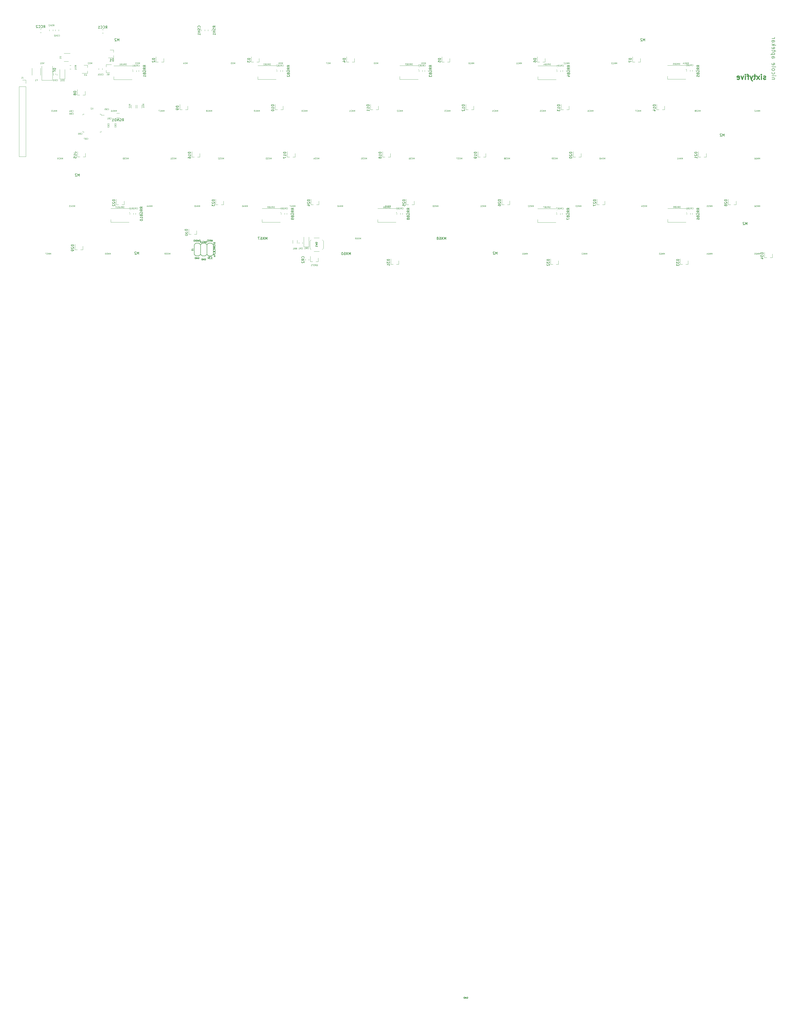
<source format=gbr>
%TF.GenerationSoftware,KiCad,Pcbnew,(5.1.4)-1*%
%TF.CreationDate,2020-06-18T19:46:46-04:00*%
%TF.ProjectId,sixtyfive,73697874-7966-4697-9665-2e6b69636164,rev?*%
%TF.SameCoordinates,Original*%
%TF.FileFunction,Legend,Bot*%
%TF.FilePolarity,Positive*%
%FSLAX46Y46*%
G04 Gerber Fmt 4.6, Leading zero omitted, Abs format (unit mm)*
G04 Created by KiCad (PCBNEW (5.1.4)-1) date 2020-06-18 19:46:46*
%MOMM*%
%LPD*%
G04 APERTURE LIST*
%ADD10C,0.200000*%
%ADD11C,0.400000*%
%ADD12C,0.203200*%
%ADD13C,0.120000*%
%ADD14C,0.127000*%
%ADD15C,0.150000*%
%ADD16C,0.110000*%
%ADD17C,0.010000*%
%ADD18C,2.082800*%
%ADD19C,3.100000*%
%ADD20C,4.087800*%
%ADD21C,1.850000*%
%ADD22R,2.650000X2.600000*%
%ADD23C,3.148000*%
%ADD24C,2.300000*%
%ADD25R,1.000000X0.900000*%
%ADD26R,2.400000X2.600000*%
%ADD27R,1.160000X0.750000*%
%ADD28R,1.200000X1.200000*%
%ADD29C,0.100000*%
%ADD30C,1.075000*%
%ADD31R,0.900000X1.000000*%
%ADD32R,1.200000X1.900000*%
%ADD33O,1.000000X1.800000*%
%ADD34O,1.000000X2.500000*%
%ADD35C,0.800000*%
%ADD36C,0.400000*%
%ADD37C,1.350000*%
%ADD38R,1.800000X1.800000*%
%ADD39O,1.800000X1.800000*%
%ADD40C,1.225000*%
%ADD41R,1.600000X1.100000*%
%ADD42R,1.300000X1.000000*%
%ADD43C,0.690000*%
G04 APERTURE END LIST*
D10*
X569302857Y-260399761D02*
X568236190Y-260399761D01*
X569150476Y-260399761D02*
X569226666Y-260323571D01*
X569302857Y-260171190D01*
X569302857Y-259942619D01*
X569226666Y-259790238D01*
X569074285Y-259714047D01*
X568236190Y-259714047D01*
X568236190Y-258952142D02*
X569302857Y-258952142D01*
X569836190Y-258952142D02*
X569760000Y-259028333D01*
X569683809Y-258952142D01*
X569760000Y-258875952D01*
X569836190Y-258952142D01*
X569683809Y-258952142D01*
X568312380Y-257504523D02*
X568236190Y-257656904D01*
X568236190Y-257961666D01*
X568312380Y-258114047D01*
X568388571Y-258190238D01*
X568540952Y-258266428D01*
X568998095Y-258266428D01*
X569150476Y-258190238D01*
X569226666Y-258114047D01*
X569302857Y-257961666D01*
X569302857Y-257656904D01*
X569226666Y-257504523D01*
X568236190Y-256590238D02*
X568312380Y-256742619D01*
X568388571Y-256818809D01*
X568540952Y-256895000D01*
X568998095Y-256895000D01*
X569150476Y-256818809D01*
X569226666Y-256742619D01*
X569302857Y-256590238D01*
X569302857Y-256361666D01*
X569226666Y-256209285D01*
X569150476Y-256133095D01*
X568998095Y-256056904D01*
X568540952Y-256056904D01*
X568388571Y-256133095D01*
X568312380Y-256209285D01*
X568236190Y-256361666D01*
X568236190Y-256590238D01*
X568236190Y-255142619D02*
X568312380Y-255295000D01*
X568464761Y-255371190D01*
X569836190Y-255371190D01*
X568312380Y-253923571D02*
X568236190Y-254075952D01*
X568236190Y-254380714D01*
X568312380Y-254533095D01*
X568464761Y-254609285D01*
X569074285Y-254609285D01*
X569226666Y-254533095D01*
X569302857Y-254380714D01*
X569302857Y-254075952D01*
X569226666Y-253923571D01*
X569074285Y-253847380D01*
X568921904Y-253847380D01*
X568769523Y-254609285D01*
X568236190Y-251256904D02*
X569074285Y-251256904D01*
X569226666Y-251333095D01*
X569302857Y-251485476D01*
X569302857Y-251790238D01*
X569226666Y-251942619D01*
X568312380Y-251256904D02*
X568236190Y-251409285D01*
X568236190Y-251790238D01*
X568312380Y-251942619D01*
X568464761Y-252018809D01*
X568617142Y-252018809D01*
X568769523Y-251942619D01*
X568845714Y-251790238D01*
X568845714Y-251409285D01*
X568921904Y-251256904D01*
X569302857Y-250495000D02*
X567702857Y-250495000D01*
X569226666Y-250495000D02*
X569302857Y-250342619D01*
X569302857Y-250037857D01*
X569226666Y-249885476D01*
X569150476Y-249809285D01*
X568998095Y-249733095D01*
X568540952Y-249733095D01*
X568388571Y-249809285D01*
X568312380Y-249885476D01*
X568236190Y-250037857D01*
X568236190Y-250342619D01*
X568312380Y-250495000D01*
X569302857Y-249275952D02*
X569302857Y-248666428D01*
X569836190Y-249047380D02*
X568464761Y-249047380D01*
X568312380Y-248971190D01*
X568236190Y-248818809D01*
X568236190Y-248666428D01*
X568312380Y-247523571D02*
X568236190Y-247675952D01*
X568236190Y-247980714D01*
X568312380Y-248133095D01*
X568464761Y-248209285D01*
X569074285Y-248209285D01*
X569226666Y-248133095D01*
X569302857Y-247980714D01*
X569302857Y-247675952D01*
X569226666Y-247523571D01*
X569074285Y-247447380D01*
X568921904Y-247447380D01*
X568769523Y-248209285D01*
X568236190Y-246761666D02*
X569836190Y-246761666D01*
X568845714Y-246609285D02*
X568236190Y-246152142D01*
X569302857Y-246152142D02*
X568693333Y-246761666D01*
X568236190Y-244780714D02*
X569074285Y-244780714D01*
X569226666Y-244856904D01*
X569302857Y-245009285D01*
X569302857Y-245314047D01*
X569226666Y-245466428D01*
X568312380Y-244780714D02*
X568236190Y-244933095D01*
X568236190Y-245314047D01*
X568312380Y-245466428D01*
X568464761Y-245542619D01*
X568617142Y-245542619D01*
X568769523Y-245466428D01*
X568845714Y-245314047D01*
X568845714Y-244933095D01*
X568921904Y-244780714D01*
X568236190Y-244018809D02*
X569302857Y-244018809D01*
X568998095Y-244018809D02*
X569150476Y-243942619D01*
X569226666Y-243866428D01*
X569302857Y-243714047D01*
X569302857Y-243561666D01*
D11*
X565657285Y-260270523D02*
X565466809Y-260365761D01*
X565085857Y-260365761D01*
X564895380Y-260270523D01*
X564800142Y-260080047D01*
X564800142Y-259984809D01*
X564895380Y-259794333D01*
X565085857Y-259699095D01*
X565371571Y-259699095D01*
X565562047Y-259603857D01*
X565657285Y-259413380D01*
X565657285Y-259318142D01*
X565562047Y-259127666D01*
X565371571Y-259032428D01*
X565085857Y-259032428D01*
X564895380Y-259127666D01*
X563943000Y-260365761D02*
X563943000Y-259032428D01*
X563943000Y-258365761D02*
X564038238Y-258461000D01*
X563943000Y-258556238D01*
X563847761Y-258461000D01*
X563943000Y-258365761D01*
X563943000Y-258556238D01*
X563181095Y-260365761D02*
X562133476Y-259032428D01*
X563181095Y-259032428D02*
X562133476Y-260365761D01*
X561657285Y-259032428D02*
X560895380Y-259032428D01*
X561371571Y-258365761D02*
X561371571Y-260080047D01*
X561276333Y-260270523D01*
X561085857Y-260365761D01*
X560895380Y-260365761D01*
X560419190Y-259032428D02*
X559943000Y-260365761D01*
X559466809Y-259032428D02*
X559943000Y-260365761D01*
X560133476Y-260841952D01*
X560228714Y-260937190D01*
X560419190Y-261032428D01*
X558990619Y-259032428D02*
X558228714Y-259032428D01*
X558704904Y-260365761D02*
X558704904Y-258651476D01*
X558609666Y-258461000D01*
X558419190Y-258365761D01*
X558228714Y-258365761D01*
X557562047Y-260365761D02*
X557562047Y-259032428D01*
X557562047Y-258365761D02*
X557657285Y-258461000D01*
X557562047Y-258556238D01*
X557466809Y-258461000D01*
X557562047Y-258365761D01*
X557562047Y-258556238D01*
X556800142Y-259032428D02*
X556323952Y-260365761D01*
X555847761Y-259032428D01*
X554323952Y-260270523D02*
X554514428Y-260365761D01*
X554895380Y-260365761D01*
X555085857Y-260270523D01*
X555181095Y-260080047D01*
X555181095Y-259318142D01*
X555085857Y-259127666D01*
X554895380Y-259032428D01*
X554514428Y-259032428D01*
X554323952Y-259127666D01*
X554228714Y-259318142D01*
X554228714Y-259508619D01*
X555181095Y-259699095D01*
D12*
%TO.C,J2*%
X344277950Y-331377290D02*
X343007950Y-331377290D01*
X343007950Y-331377290D02*
X344277950Y-331377290D01*
X344277950Y-331044550D02*
X343007950Y-331044550D01*
X341737950Y-331044550D02*
X340467950Y-331044550D01*
X339197950Y-331044550D02*
X337927950Y-331044550D01*
X337292950Y-326599550D02*
X337292950Y-330409550D01*
X339832950Y-326599550D02*
X339832950Y-330409550D01*
X342372950Y-326599550D02*
X342372950Y-330409550D01*
X337927950Y-325964550D02*
X337292950Y-326599550D01*
X339197950Y-325964550D02*
X337927950Y-325964550D01*
X339832950Y-326599550D02*
X339197950Y-325964550D01*
X340467950Y-325964550D02*
X339832950Y-326599550D01*
X341737950Y-325964550D02*
X340467950Y-325964550D01*
X342372950Y-326599550D02*
X341737950Y-325964550D01*
X343007950Y-325964550D02*
X342372950Y-326599550D01*
X344277950Y-325964550D02*
X343007950Y-325964550D01*
X344912950Y-326599550D02*
X344277950Y-325964550D01*
X344912950Y-330409550D02*
X344912950Y-326599550D01*
X337927950Y-331044550D02*
X337292950Y-330409550D01*
X339832950Y-330409550D02*
X339197950Y-331044550D01*
X340467950Y-331044550D02*
X339832950Y-330409550D01*
X342372950Y-330409550D02*
X341737950Y-331044550D01*
X343007950Y-331044550D02*
X342372950Y-330409550D01*
X344912950Y-330409550D02*
X344277950Y-331044550D01*
D13*
%TO.C,Q1*%
X302071500Y-257675500D02*
X302071500Y-256745500D01*
X302071500Y-254515500D02*
X302071500Y-255445500D01*
X302071500Y-254515500D02*
X304231500Y-254515500D01*
X302071500Y-257675500D02*
X303531500Y-257675500D01*
%TO.C,DF1*%
X280661000Y-260725000D02*
X280661000Y-255025000D01*
X276361000Y-260725000D02*
X276361000Y-255025000D01*
X280661000Y-260725000D02*
X276361000Y-260725000D01*
%TO.C,U1*%
X285231000Y-249977000D02*
X287681000Y-249977000D01*
X287031000Y-253197000D02*
X285231000Y-253197000D01*
%TO.C,DS1*%
X285607000Y-260264000D02*
X285607000Y-256414000D01*
X283607000Y-260264000D02*
X283607000Y-256414000D01*
X285607000Y-260264000D02*
X283607000Y-260264000D01*
%TO.C,RSI1*%
X288040578Y-256234000D02*
X287523422Y-256234000D01*
X288040578Y-254814000D02*
X287523422Y-254814000D01*
%TO.C,D34*%
X568381000Y-331722000D02*
X567451000Y-331722000D01*
X565221000Y-331722000D02*
X566151000Y-331722000D01*
X565221000Y-331722000D02*
X565221000Y-329562000D01*
X568381000Y-331722000D02*
X568381000Y-330262000D01*
%TO.C,D33*%
X534726000Y-334389000D02*
X534726000Y-332929000D01*
X531566000Y-334389000D02*
X531566000Y-332229000D01*
X531566000Y-334389000D02*
X532496000Y-334389000D01*
X534726000Y-334389000D02*
X533796000Y-334389000D01*
%TO.C,D32*%
X482910000Y-334389000D02*
X482910000Y-332929000D01*
X479750000Y-334389000D02*
X479750000Y-332229000D01*
X479750000Y-334389000D02*
X480680000Y-334389000D01*
X482910000Y-334389000D02*
X481980000Y-334389000D01*
%TO.C,D31*%
X419029000Y-334389000D02*
X419029000Y-332929000D01*
X415869000Y-334389000D02*
X415869000Y-332229000D01*
X415869000Y-334389000D02*
X416799000Y-334389000D01*
X419029000Y-334389000D02*
X418099000Y-334389000D01*
%TO.C,D30*%
X338257000Y-322387500D02*
X338257000Y-320927500D01*
X335097000Y-322387500D02*
X335097000Y-320227500D01*
X335097000Y-322387500D02*
X336027000Y-322387500D01*
X338257000Y-322387500D02*
X337327000Y-322387500D01*
%TO.C,D29*%
X292791000Y-328547000D02*
X292791000Y-327087000D01*
X289631000Y-328547000D02*
X289631000Y-326387000D01*
X289631000Y-328547000D02*
X290561000Y-328547000D01*
X292791000Y-328547000D02*
X291861000Y-328547000D01*
%TO.C,D28*%
X553903000Y-310513000D02*
X553903000Y-309053000D01*
X550743000Y-310513000D02*
X550743000Y-308353000D01*
X550743000Y-310513000D02*
X551673000Y-310513000D01*
X553903000Y-310513000D02*
X552973000Y-310513000D01*
%TO.C,D27*%
X501452000Y-310513000D02*
X501452000Y-309053000D01*
X498292000Y-310513000D02*
X498292000Y-308353000D01*
X498292000Y-310513000D02*
X499222000Y-310513000D01*
X501452000Y-310513000D02*
X500522000Y-310513000D01*
%TO.C,D26*%
X463418000Y-310497000D02*
X463418000Y-309037000D01*
X460258000Y-310497000D02*
X460258000Y-308337000D01*
X460258000Y-310497000D02*
X461188000Y-310497000D01*
X463418000Y-310497000D02*
X462488000Y-310497000D01*
%TO.C,D25*%
X425252000Y-310513000D02*
X425252000Y-309053000D01*
X422092000Y-310513000D02*
X422092000Y-308353000D01*
X422092000Y-310513000D02*
X423022000Y-310513000D01*
X425252000Y-310513000D02*
X424322000Y-310513000D01*
%TO.C,D24*%
X387152000Y-310513000D02*
X387152000Y-309053000D01*
X383992000Y-310513000D02*
X383992000Y-308353000D01*
X383992000Y-310513000D02*
X384922000Y-310513000D01*
X387152000Y-310513000D02*
X386222000Y-310513000D01*
%TO.C,D23*%
X349052000Y-310513000D02*
X349052000Y-309053000D01*
X345892000Y-310513000D02*
X345892000Y-308353000D01*
X345892000Y-310513000D02*
X346822000Y-310513000D01*
X349052000Y-310513000D02*
X348122000Y-310513000D01*
%TO.C,D22*%
X309301000Y-310513000D02*
X309301000Y-309053000D01*
X306141000Y-310513000D02*
X306141000Y-308353000D01*
X306141000Y-310513000D02*
X307071000Y-310513000D01*
X309301000Y-310513000D02*
X308371000Y-310513000D01*
%TO.C,D21*%
X541965000Y-291463000D02*
X541965000Y-290003000D01*
X538805000Y-291463000D02*
X538805000Y-289303000D01*
X538805000Y-291463000D02*
X539735000Y-291463000D01*
X541965000Y-291463000D02*
X541035000Y-291463000D01*
%TO.C,D20*%
X491927000Y-291463000D02*
X491927000Y-290003000D01*
X488767000Y-291463000D02*
X488767000Y-289303000D01*
X488767000Y-291463000D02*
X489697000Y-291463000D01*
X491927000Y-291463000D02*
X490997000Y-291463000D01*
%TO.C,D19*%
X453827000Y-291463000D02*
X453827000Y-290003000D01*
X450667000Y-291463000D02*
X450667000Y-289303000D01*
X450667000Y-291463000D02*
X451597000Y-291463000D01*
X453827000Y-291463000D02*
X452897000Y-291463000D01*
%TO.C,D18*%
X415727000Y-291463000D02*
X415727000Y-290003000D01*
X412567000Y-291463000D02*
X412567000Y-289303000D01*
X412567000Y-291463000D02*
X413497000Y-291463000D01*
X415727000Y-291463000D02*
X414797000Y-291463000D01*
%TO.C,D17*%
X377627000Y-291463000D02*
X377627000Y-290003000D01*
X374467000Y-291463000D02*
X374467000Y-289303000D01*
X374467000Y-291463000D02*
X375397000Y-291463000D01*
X377627000Y-291463000D02*
X376697000Y-291463000D01*
%TO.C,D16*%
X339527000Y-291463000D02*
X339527000Y-290003000D01*
X336367000Y-291463000D02*
X336367000Y-289303000D01*
X336367000Y-291463000D02*
X337297000Y-291463000D01*
X339527000Y-291463000D02*
X338597000Y-291463000D01*
%TO.C,D15*%
X293807000Y-291399500D02*
X293807000Y-289939500D01*
X290647000Y-291399500D02*
X290647000Y-289239500D01*
X290647000Y-291399500D02*
X291577000Y-291399500D01*
X293807000Y-291399500D02*
X292877000Y-291399500D01*
%TO.C,D14*%
X525328000Y-272540000D02*
X525328000Y-271080000D01*
X522168000Y-272540000D02*
X522168000Y-270380000D01*
X522168000Y-272540000D02*
X523098000Y-272540000D01*
X525328000Y-272540000D02*
X524398000Y-272540000D01*
%TO.C,D13*%
X487101000Y-272540000D02*
X487101000Y-271080000D01*
X483941000Y-272540000D02*
X483941000Y-270380000D01*
X483941000Y-272540000D02*
X484871000Y-272540000D01*
X487101000Y-272540000D02*
X486171000Y-272540000D01*
%TO.C,D12*%
X449001000Y-272540000D02*
X449001000Y-271080000D01*
X445841000Y-272540000D02*
X445841000Y-270380000D01*
X445841000Y-272540000D02*
X446771000Y-272540000D01*
X449001000Y-272540000D02*
X448071000Y-272540000D01*
%TO.C,D11*%
X410901000Y-272540000D02*
X410901000Y-271080000D01*
X407741000Y-272540000D02*
X407741000Y-270380000D01*
X407741000Y-272540000D02*
X408671000Y-272540000D01*
X410901000Y-272540000D02*
X409971000Y-272540000D01*
%TO.C,D10*%
X372801000Y-272540000D02*
X372801000Y-271080000D01*
X369641000Y-272540000D02*
X369641000Y-270380000D01*
X369641000Y-272540000D02*
X370571000Y-272540000D01*
X372801000Y-272540000D02*
X371871000Y-272540000D01*
%TO.C,D9*%
X334701000Y-272540000D02*
X334701000Y-271080000D01*
X331541000Y-272540000D02*
X331541000Y-270380000D01*
X331541000Y-272540000D02*
X332471000Y-272540000D01*
X334701000Y-272540000D02*
X333771000Y-272540000D01*
%TO.C,D8*%
X293743500Y-266634500D02*
X293743500Y-265174500D01*
X290583500Y-266634500D02*
X290583500Y-264474500D01*
X290583500Y-266634500D02*
X291513500Y-266634500D01*
X293743500Y-266634500D02*
X292813500Y-266634500D01*
%TO.C,D7*%
X515676000Y-253490000D02*
X515676000Y-252030000D01*
X512516000Y-253490000D02*
X512516000Y-251330000D01*
X512516000Y-253490000D02*
X513446000Y-253490000D01*
X515676000Y-253490000D02*
X514746000Y-253490000D01*
%TO.C,D6*%
X477576000Y-253490000D02*
X477576000Y-252030000D01*
X474416000Y-253490000D02*
X474416000Y-251330000D01*
X474416000Y-253490000D02*
X475346000Y-253490000D01*
X477576000Y-253490000D02*
X476646000Y-253490000D01*
%TO.C,D5*%
X439476000Y-253490000D02*
X439476000Y-252030000D01*
X436316000Y-253490000D02*
X436316000Y-251330000D01*
X436316000Y-253490000D02*
X437246000Y-253490000D01*
X439476000Y-253490000D02*
X438546000Y-253490000D01*
%TO.C,D4*%
X401376000Y-253490000D02*
X401376000Y-252030000D01*
X398216000Y-253490000D02*
X398216000Y-251330000D01*
X398216000Y-253490000D02*
X399146000Y-253490000D01*
X401376000Y-253490000D02*
X400446000Y-253490000D01*
%TO.C,D3*%
X363276000Y-253490000D02*
X363276000Y-252030000D01*
X360116000Y-253490000D02*
X360116000Y-251330000D01*
X360116000Y-253490000D02*
X361046000Y-253490000D01*
X363276000Y-253490000D02*
X362346000Y-253490000D01*
%TO.C,D2*%
X325176000Y-253490000D02*
X325176000Y-252030000D01*
X322016000Y-253490000D02*
X322016000Y-251330000D01*
X322016000Y-253490000D02*
X322946000Y-253490000D01*
X325176000Y-253490000D02*
X324246000Y-253490000D01*
%TO.C,D1*%
X305115500Y-248610000D02*
X303655500Y-248610000D01*
X305115500Y-251770000D02*
X302955500Y-251770000D01*
X305115500Y-251770000D02*
X305115500Y-250840000D01*
X305115500Y-248610000D02*
X305115500Y-249540000D01*
%TO.C,RSH2*%
X279452000Y-241050578D02*
X279452000Y-240533422D01*
X280872000Y-241050578D02*
X280872000Y-240533422D01*
%TO.C,RSH1*%
X344283100Y-240520722D02*
X344283100Y-241037878D01*
X342863100Y-240520722D02*
X342863100Y-241037878D01*
%TO.C,RRGB10*%
X313869000Y-314456578D02*
X313869000Y-313939422D01*
X315289000Y-314456578D02*
X315289000Y-313939422D01*
%TO.C,RRGB9*%
X374308300Y-314456578D02*
X374308300Y-313939422D01*
X375728300Y-314456578D02*
X375728300Y-313939422D01*
%TO.C,RRGB8*%
X420549000Y-314456578D02*
X420549000Y-313939422D01*
X421969000Y-314456578D02*
X421969000Y-313939422D01*
%TO.C,RRGB7*%
X484430000Y-314456578D02*
X484430000Y-313939422D01*
X485850000Y-314456578D02*
X485850000Y-313939422D01*
%TO.C,RRGB6*%
X536373000Y-314456578D02*
X536373000Y-313939422D01*
X537793000Y-314456578D02*
X537793000Y-313939422D01*
%TO.C,RRGB5*%
X536360300Y-257179578D02*
X536360300Y-256662422D01*
X537780300Y-257179578D02*
X537780300Y-256662422D01*
%TO.C,RRGB4*%
X484607800Y-257306578D02*
X484607800Y-256789422D01*
X486027800Y-257306578D02*
X486027800Y-256789422D01*
%TO.C,RRGB3*%
X429413600Y-257306578D02*
X429413600Y-256789422D01*
X430833600Y-257306578D02*
X430833600Y-256789422D01*
%TO.C,RRGB2*%
X372657300Y-257306578D02*
X372657300Y-256789422D01*
X374077300Y-257306578D02*
X374077300Y-256789422D01*
%TO.C,RRGB1*%
X315139000Y-257306578D02*
X315139000Y-256789422D01*
X316559000Y-257306578D02*
X316559000Y-256789422D01*
%TO.C,RCC2*%
X276191478Y-241679800D02*
X275674322Y-241679800D01*
X276191478Y-240259800D02*
X275674322Y-240259800D01*
%TO.C,RCC1*%
X301007278Y-241883000D02*
X300490122Y-241883000D01*
X301007278Y-240463000D02*
X300490122Y-240463000D01*
%TO.C,CSO1*%
X299137000Y-256027422D02*
X299137000Y-256544578D01*
X300557000Y-256027422D02*
X300557000Y-256544578D01*
%TO.C,CSI1*%
X282459500Y-258830578D02*
X282459500Y-258313422D01*
X281039500Y-258830578D02*
X281039500Y-258313422D01*
%TO.C,CR2*%
X381750500Y-332290922D02*
X381750500Y-332808078D01*
X383170500Y-332290922D02*
X383170500Y-332808078D01*
%TO.C,CR1*%
X380567000Y-326140578D02*
X380567000Y-325623422D01*
X379147000Y-326140578D02*
X379147000Y-325623422D01*
%TO.C,SW1*%
X385205100Y-329249700D02*
X387285100Y-329249700D01*
X388965100Y-325079700D02*
X388475100Y-324589700D01*
X385205100Y-323809700D02*
X387285100Y-323809700D01*
X388965100Y-327979700D02*
X388475100Y-328469700D01*
X388965100Y-327979700D02*
X388965100Y-325079700D01*
X383525100Y-327979700D02*
X384015100Y-328469700D01*
X383525100Y-327979700D02*
X383525100Y-325079700D01*
X383525100Y-325079700D02*
X384015100Y-324589700D01*
%TO.C,U3*%
X294638000Y-254769500D02*
X294638000Y-255699500D01*
X294638000Y-257929500D02*
X294638000Y-256999500D01*
X294638000Y-257929500D02*
X292478000Y-257929500D01*
X294638000Y-254769500D02*
X293178000Y-254769500D01*
%TO.C,U2*%
X300040700Y-274735050D02*
X301330700Y-274735050D01*
X300040700Y-274285050D02*
X300040700Y-274735050D01*
X299590700Y-274285050D02*
X300040700Y-274285050D01*
X292820700Y-274285050D02*
X292820700Y-274735050D01*
X293270700Y-274285050D02*
X292820700Y-274285050D01*
X300040700Y-281505050D02*
X300040700Y-281055050D01*
X299590700Y-281505050D02*
X300040700Y-281505050D01*
X292820700Y-281505050D02*
X292820700Y-281055050D01*
X293270700Y-281505050D02*
X292820700Y-281505050D01*
%TO.C,RS2*%
X312145000Y-270669936D02*
X312145000Y-271874064D01*
X313965000Y-270669936D02*
X313965000Y-271874064D01*
%TO.C,RS1*%
X314494500Y-270669936D02*
X314494500Y-271874064D01*
X316314500Y-270669936D02*
X316314500Y-271874064D01*
%TO.C,RR1*%
X378506400Y-325976064D02*
X378506400Y-324771936D01*
X376686400Y-325976064D02*
X376686400Y-324771936D01*
%TO.C,RGND1*%
X306229936Y-275738000D02*
X307434064Y-275738000D01*
X306229936Y-273918000D02*
X307434064Y-273918000D01*
%TO.C,QRST1*%
X386898000Y-333309500D02*
X385968000Y-333309500D01*
X383738000Y-333309500D02*
X384668000Y-333309500D01*
X383738000Y-333309500D02*
X383738000Y-331149500D01*
X386898000Y-333309500D02*
X386898000Y-331849500D01*
%TO.C,J1*%
X269979450Y-260690050D02*
X268649450Y-260690050D01*
X269979450Y-262020050D02*
X269979450Y-260690050D01*
X269979450Y-263290050D02*
X267319450Y-263290050D01*
X267319450Y-263290050D02*
X267319450Y-291290050D01*
X269979450Y-263290050D02*
X269979450Y-291290050D01*
X269979450Y-291290050D02*
X267319450Y-291290050D01*
%TO.C,F1*%
X275903000Y-258688252D02*
X275903000Y-255915748D01*
X272483000Y-258688252D02*
X272483000Y-255915748D01*
%TO.C,DRGB10*%
X311231300Y-312057600D02*
X303931300Y-312057600D01*
X311231300Y-317557600D02*
X303931300Y-317557600D01*
X303931300Y-317557600D02*
X303931300Y-316407600D01*
%TO.C,DRGB9*%
X371683300Y-312083000D02*
X364383300Y-312083000D01*
X371683300Y-317583000D02*
X364383300Y-317583000D01*
X364383300Y-317583000D02*
X364383300Y-316433000D01*
%TO.C,DRGB8*%
X410624000Y-317570300D02*
X410624000Y-316420300D01*
X417924000Y-317570300D02*
X410624000Y-317570300D01*
X417924000Y-312070300D02*
X410624000Y-312070300D01*
%TO.C,DRGB7*%
X474581200Y-317595700D02*
X474581200Y-316445700D01*
X481881200Y-317595700D02*
X474581200Y-317595700D01*
X481881200Y-312095700D02*
X474581200Y-312095700D01*
%TO.C,DRGB6*%
X526549600Y-317532200D02*
X526549600Y-316382200D01*
X533849600Y-317532200D02*
X526549600Y-317532200D01*
X533849600Y-312032200D02*
X526549600Y-312032200D01*
%TO.C,DRGB5*%
X526435300Y-260280600D02*
X526435300Y-259130600D01*
X533735300Y-260280600D02*
X526435300Y-260280600D01*
X533735300Y-254780600D02*
X526435300Y-254780600D01*
%TO.C,DRGB4*%
X474682800Y-260458400D02*
X474682800Y-259308400D01*
X481982800Y-260458400D02*
X474682800Y-260458400D01*
X481982800Y-254958400D02*
X474682800Y-254958400D01*
%TO.C,DRGB3*%
X419488600Y-260382200D02*
X419488600Y-259232200D01*
X426788600Y-260382200D02*
X419488600Y-260382200D01*
X426788600Y-254882200D02*
X419488600Y-254882200D01*
%TO.C,DRGB2*%
X362732300Y-260433000D02*
X362732300Y-259283000D01*
X370032300Y-260433000D02*
X362732300Y-260433000D01*
X370032300Y-254933000D02*
X362732300Y-254933000D01*
%TO.C,DRGB1*%
X305137800Y-260445700D02*
X305137800Y-259295700D01*
X312437800Y-260445700D02*
X305137800Y-260445700D01*
X312437800Y-254945700D02*
X305137800Y-254945700D01*
%TO.C,DR1*%
X383143000Y-327370000D02*
X381143000Y-327370000D01*
X381143000Y-327370000D02*
X381143000Y-323470000D01*
X383143000Y-327370000D02*
X383143000Y-323470000D01*
%TO.C,CSH2*%
X281752750Y-240502872D02*
X281752750Y-241020028D01*
X283172750Y-240502872D02*
X283172750Y-241020028D01*
%TO.C,CSH1*%
X341552600Y-241037878D02*
X341552600Y-240520722D01*
X340132600Y-241037878D02*
X340132600Y-240520722D01*
%TO.C,CRGB10*%
X312990300Y-314456578D02*
X312990300Y-313939422D01*
X311570300Y-314456578D02*
X311570300Y-313939422D01*
%TO.C,CRGB9*%
X373442300Y-314456578D02*
X373442300Y-313939422D01*
X372022300Y-314456578D02*
X372022300Y-313939422D01*
%TO.C,CRGB8*%
X418263000Y-314443878D02*
X418263000Y-313926722D01*
X419683000Y-314443878D02*
X419683000Y-313926722D01*
%TO.C,CRGB7*%
X482220200Y-314469278D02*
X482220200Y-313952122D01*
X483640200Y-314469278D02*
X483640200Y-313952122D01*
%TO.C,CRGB6*%
X534188600Y-314456578D02*
X534188600Y-313939422D01*
X535608600Y-314456578D02*
X535608600Y-313939422D01*
%TO.C,CRGB5*%
X534074300Y-257154178D02*
X534074300Y-256637022D01*
X535494300Y-257154178D02*
X535494300Y-256637022D01*
%TO.C,CRGB4*%
X482321800Y-257331978D02*
X482321800Y-256814822D01*
X483741800Y-257331978D02*
X483741800Y-256814822D01*
%TO.C,CRGB3*%
X428547600Y-257255778D02*
X428547600Y-256738622D01*
X427127600Y-257255778D02*
X427127600Y-256738622D01*
%TO.C,CRGB2*%
X371791300Y-257306578D02*
X371791300Y-256789422D01*
X370371300Y-257306578D02*
X370371300Y-256789422D01*
%TO.C,CRGB1*%
X312776800Y-257319278D02*
X312776800Y-256802122D01*
X314196800Y-257319278D02*
X314196800Y-256802122D01*
%TO.C,J2*%
D14*
X336324121Y-328301350D02*
X336759550Y-328301350D01*
X336846635Y-328272321D01*
X336904692Y-328214264D01*
X336933721Y-328127178D01*
X336933721Y-328069121D01*
X336382178Y-328562607D02*
X336353150Y-328591635D01*
X336324121Y-328649692D01*
X336324121Y-328794835D01*
X336353150Y-328852892D01*
X336382178Y-328881921D01*
X336440235Y-328910950D01*
X336498292Y-328910950D01*
X336585378Y-328881921D01*
X336933721Y-328533578D01*
X336933721Y-328910950D01*
X345667692Y-325601692D02*
X345696721Y-325688778D01*
X345696721Y-325833921D01*
X345667692Y-325891978D01*
X345638664Y-325921007D01*
X345580607Y-325950035D01*
X345522550Y-325950035D01*
X345464492Y-325921007D01*
X345435464Y-325891978D01*
X345406435Y-325833921D01*
X345377407Y-325717807D01*
X345348378Y-325659750D01*
X345319350Y-325630721D01*
X345261292Y-325601692D01*
X345203235Y-325601692D01*
X345145178Y-325630721D01*
X345116150Y-325659750D01*
X345087121Y-325717807D01*
X345087121Y-325862950D01*
X345116150Y-325950035D01*
X345087121Y-326124207D02*
X345087121Y-326472550D01*
X345696721Y-326298378D02*
X345087121Y-326298378D01*
X345696721Y-326966035D02*
X345696721Y-326675750D01*
X345087121Y-326675750D01*
X345696721Y-327169235D02*
X345087121Y-327169235D01*
X345696721Y-327459521D02*
X345087121Y-327459521D01*
X345696721Y-327807864D01*
X345087121Y-327807864D01*
X345696721Y-328098150D02*
X345087121Y-328098150D01*
X345696721Y-328446492D02*
X345348378Y-328185235D01*
X345087121Y-328446492D02*
X345435464Y-328098150D01*
X345754778Y-328562607D02*
X345754778Y-329027064D01*
X345087121Y-329433464D02*
X345087121Y-329317350D01*
X345116150Y-329259292D01*
X345145178Y-329230264D01*
X345232264Y-329172207D01*
X345348378Y-329143178D01*
X345580607Y-329143178D01*
X345638664Y-329172207D01*
X345667692Y-329201235D01*
X345696721Y-329259292D01*
X345696721Y-329375407D01*
X345667692Y-329433464D01*
X345638664Y-329462492D01*
X345580607Y-329491521D01*
X345435464Y-329491521D01*
X345377407Y-329462492D01*
X345348378Y-329433464D01*
X345319350Y-329375407D01*
X345319350Y-329259292D01*
X345348378Y-329201235D01*
X345377407Y-329172207D01*
X345435464Y-329143178D01*
X345754778Y-329607635D02*
X345754778Y-330072092D01*
X345696721Y-330217235D02*
X345087121Y-330217235D01*
X345087121Y-330449464D01*
X345116150Y-330507521D01*
X345145178Y-330536550D01*
X345203235Y-330565578D01*
X345290321Y-330565578D01*
X345348378Y-330536550D01*
X345377407Y-330507521D01*
X345406435Y-330449464D01*
X345406435Y-330217235D01*
X345696721Y-330826835D02*
X345290321Y-330826835D01*
X345087121Y-330826835D02*
X345116150Y-330797807D01*
X345145178Y-330826835D01*
X345116150Y-330855864D01*
X345087121Y-330826835D01*
X345145178Y-330826835D01*
X345290321Y-331117121D02*
X345696721Y-331117121D01*
X345348378Y-331117121D02*
X345319350Y-331146150D01*
X345290321Y-331204207D01*
X345290321Y-331291292D01*
X345319350Y-331349350D01*
X345377407Y-331378378D01*
X345696721Y-331378378D01*
X342481807Y-325703292D02*
X342394721Y-325732321D01*
X342249578Y-325732321D01*
X342191521Y-325703292D01*
X342162492Y-325674264D01*
X342133464Y-325616207D01*
X342133464Y-325558150D01*
X342162492Y-325500092D01*
X342191521Y-325471064D01*
X342249578Y-325442035D01*
X342365692Y-325413007D01*
X342423750Y-325383978D01*
X342452778Y-325354950D01*
X342481807Y-325296892D01*
X342481807Y-325238835D01*
X342452778Y-325180778D01*
X342423750Y-325151750D01*
X342365692Y-325122721D01*
X342220550Y-325122721D01*
X342133464Y-325151750D01*
X341930264Y-325122721D02*
X341785121Y-325732321D01*
X341669007Y-325296892D01*
X341552892Y-325732321D01*
X341407750Y-325122721D01*
X340827178Y-325674264D02*
X340856207Y-325703292D01*
X340943292Y-325732321D01*
X341001350Y-325732321D01*
X341088435Y-325703292D01*
X341146492Y-325645235D01*
X341175521Y-325587178D01*
X341204550Y-325471064D01*
X341204550Y-325383978D01*
X341175521Y-325267864D01*
X341146492Y-325209807D01*
X341088435Y-325151750D01*
X341001350Y-325122721D01*
X340943292Y-325122721D01*
X340856207Y-325151750D01*
X340827178Y-325180778D01*
X340275635Y-325732321D02*
X340565921Y-325732321D01*
X340565921Y-325122721D01*
X340072435Y-325732321D02*
X340072435Y-325122721D01*
X339724092Y-325732321D02*
X339985350Y-325383978D01*
X339724092Y-325122721D02*
X340072435Y-325471064D01*
X344644435Y-325224321D02*
X344644435Y-324614721D01*
X344296092Y-325224321D01*
X344296092Y-324614721D01*
X343657464Y-325224321D02*
X343860664Y-324934035D01*
X344005807Y-325224321D02*
X344005807Y-324614721D01*
X343773578Y-324614721D01*
X343715521Y-324643750D01*
X343686492Y-324672778D01*
X343657464Y-324730835D01*
X343657464Y-324817921D01*
X343686492Y-324875978D01*
X343715521Y-324905007D01*
X343773578Y-324934035D01*
X344005807Y-324934035D01*
X343425235Y-325195292D02*
X343338150Y-325224321D01*
X343193007Y-325224321D01*
X343134950Y-325195292D01*
X343105921Y-325166264D01*
X343076892Y-325108207D01*
X343076892Y-325050150D01*
X343105921Y-324992092D01*
X343134950Y-324963064D01*
X343193007Y-324934035D01*
X343309121Y-324905007D01*
X343367178Y-324875978D01*
X343396207Y-324846950D01*
X343425235Y-324788892D01*
X343425235Y-324730835D01*
X343396207Y-324672778D01*
X343367178Y-324643750D01*
X343309121Y-324614721D01*
X343163978Y-324614721D01*
X343076892Y-324643750D01*
X342902721Y-324614721D02*
X342554378Y-324614721D01*
X342728550Y-325224321D02*
X342728550Y-324614721D01*
X339727721Y-325195292D02*
X339640635Y-325224321D01*
X339495492Y-325224321D01*
X339437435Y-325195292D01*
X339408407Y-325166264D01*
X339379378Y-325108207D01*
X339379378Y-325050150D01*
X339408407Y-324992092D01*
X339437435Y-324963064D01*
X339495492Y-324934035D01*
X339611607Y-324905007D01*
X339669664Y-324875978D01*
X339698692Y-324846950D01*
X339727721Y-324788892D01*
X339727721Y-324730835D01*
X339698692Y-324672778D01*
X339669664Y-324643750D01*
X339611607Y-324614721D01*
X339466464Y-324614721D01*
X339379378Y-324643750D01*
X339176178Y-324614721D02*
X339031035Y-325224321D01*
X338914921Y-324788892D01*
X338798807Y-325224321D01*
X338653664Y-324614721D01*
X338421435Y-325224321D02*
X338421435Y-324614721D01*
X338276292Y-324614721D01*
X338189207Y-324643750D01*
X338131150Y-324701807D01*
X338102121Y-324759864D01*
X338073092Y-324875978D01*
X338073092Y-324963064D01*
X338102121Y-325079178D01*
X338131150Y-325137235D01*
X338189207Y-325195292D01*
X338276292Y-325224321D01*
X338421435Y-325224321D01*
X337811835Y-325224321D02*
X337811835Y-324614721D01*
X337405435Y-324614721D02*
X337289321Y-324614721D01*
X337231264Y-324643750D01*
X337173207Y-324701807D01*
X337144178Y-324817921D01*
X337144178Y-325021121D01*
X337173207Y-325137235D01*
X337231264Y-325195292D01*
X337289321Y-325224321D01*
X337405435Y-325224321D01*
X337463492Y-325195292D01*
X337521550Y-325137235D01*
X337550578Y-325021121D01*
X337550578Y-324817921D01*
X337521550Y-324701807D01*
X337463492Y-324643750D01*
X337405435Y-324614721D01*
X341567407Y-332136750D02*
X341625464Y-332107721D01*
X341712550Y-332107721D01*
X341799635Y-332136750D01*
X341857692Y-332194807D01*
X341886721Y-332252864D01*
X341915750Y-332368978D01*
X341915750Y-332456064D01*
X341886721Y-332572178D01*
X341857692Y-332630235D01*
X341799635Y-332688292D01*
X341712550Y-332717321D01*
X341654492Y-332717321D01*
X341567407Y-332688292D01*
X341538378Y-332659264D01*
X341538378Y-332456064D01*
X341654492Y-332456064D01*
X341277121Y-332717321D02*
X341277121Y-332107721D01*
X340928778Y-332717321D01*
X340928778Y-332107721D01*
X340638492Y-332717321D02*
X340638492Y-332107721D01*
X340493350Y-332107721D01*
X340406264Y-332136750D01*
X340348207Y-332194807D01*
X340319178Y-332252864D01*
X340290150Y-332368978D01*
X340290150Y-332456064D01*
X340319178Y-332572178D01*
X340348207Y-332630235D01*
X340406264Y-332688292D01*
X340493350Y-332717321D01*
X340638492Y-332717321D01*
X338900407Y-331628750D02*
X338958464Y-331599721D01*
X339045550Y-331599721D01*
X339132635Y-331628750D01*
X339190692Y-331686807D01*
X339219721Y-331744864D01*
X339248750Y-331860978D01*
X339248750Y-331948064D01*
X339219721Y-332064178D01*
X339190692Y-332122235D01*
X339132635Y-332180292D01*
X339045550Y-332209321D01*
X338987492Y-332209321D01*
X338900407Y-332180292D01*
X338871378Y-332151264D01*
X338871378Y-331948064D01*
X338987492Y-331948064D01*
X338610121Y-332209321D02*
X338610121Y-331599721D01*
X338261778Y-332209321D01*
X338261778Y-331599721D01*
X337971492Y-332209321D02*
X337971492Y-331599721D01*
X337826350Y-331599721D01*
X337739264Y-331628750D01*
X337681207Y-331686807D01*
X337652178Y-331744864D01*
X337623150Y-331860978D01*
X337623150Y-331948064D01*
X337652178Y-332064178D01*
X337681207Y-332122235D01*
X337739264Y-332180292D01*
X337826350Y-332209321D01*
X337971492Y-332209321D01*
X344542835Y-331599721D02*
X344165464Y-331599721D01*
X344368664Y-331831950D01*
X344281578Y-331831950D01*
X344223521Y-331860978D01*
X344194492Y-331890007D01*
X344165464Y-331948064D01*
X344165464Y-332093207D01*
X344194492Y-332151264D01*
X344223521Y-332180292D01*
X344281578Y-332209321D01*
X344455750Y-332209321D01*
X344513807Y-332180292D01*
X344542835Y-332151264D01*
X343904207Y-332151264D02*
X343875178Y-332180292D01*
X343904207Y-332209321D01*
X343933235Y-332180292D01*
X343904207Y-332151264D01*
X343904207Y-332209321D01*
X343671978Y-331599721D02*
X343294607Y-331599721D01*
X343497807Y-331831950D01*
X343410721Y-331831950D01*
X343352664Y-331860978D01*
X343323635Y-331890007D01*
X343294607Y-331948064D01*
X343294607Y-332093207D01*
X343323635Y-332151264D01*
X343352664Y-332180292D01*
X343410721Y-332209321D01*
X343584892Y-332209321D01*
X343642950Y-332180292D01*
X343671978Y-332151264D01*
X343120435Y-331599721D02*
X342917235Y-332209321D01*
X342714035Y-331599721D01*
%TO.C,*%
X446342407Y-627538750D02*
X446400464Y-627509721D01*
X446487550Y-627509721D01*
X446574635Y-627538750D01*
X446632692Y-627596807D01*
X446661721Y-627654864D01*
X446690750Y-627770978D01*
X446690750Y-627858064D01*
X446661721Y-627974178D01*
X446632692Y-628032235D01*
X446574635Y-628090292D01*
X446487550Y-628119321D01*
X446429492Y-628119321D01*
X446342407Y-628090292D01*
X446313378Y-628061264D01*
X446313378Y-627858064D01*
X446429492Y-627858064D01*
X446052121Y-628119321D02*
X446052121Y-627509721D01*
X445703778Y-628119321D01*
X445703778Y-627509721D01*
X445413492Y-628119321D02*
X445413492Y-627509721D01*
X445268350Y-627509721D01*
X445181264Y-627538750D01*
X445123207Y-627596807D01*
X445094178Y-627654864D01*
X445065150Y-627770978D01*
X445065150Y-627858064D01*
X445094178Y-627974178D01*
X445123207Y-628032235D01*
X445181264Y-628090292D01*
X445268350Y-628119321D01*
X445413492Y-628119321D01*
%TO.C,MX60*%
D15*
X399779904Y-330607930D02*
X399779904Y-329607930D01*
X399446571Y-330322216D01*
X399113238Y-329607930D01*
X399113238Y-330607930D01*
X398732285Y-329607930D02*
X398065619Y-330607930D01*
X398065619Y-329607930D02*
X398732285Y-330607930D01*
X397256095Y-329607930D02*
X397446571Y-329607930D01*
X397541809Y-329655550D01*
X397589428Y-329703169D01*
X397684666Y-329846026D01*
X397732285Y-330036502D01*
X397732285Y-330417454D01*
X397684666Y-330512692D01*
X397637047Y-330560311D01*
X397541809Y-330607930D01*
X397351333Y-330607930D01*
X397256095Y-330560311D01*
X397208476Y-330512692D01*
X397160857Y-330417454D01*
X397160857Y-330179359D01*
X397208476Y-330084121D01*
X397256095Y-330036502D01*
X397351333Y-329988883D01*
X397541809Y-329988883D01*
X397637047Y-330036502D01*
X397684666Y-330084121D01*
X397732285Y-330179359D01*
X396541809Y-329607930D02*
X396446571Y-329607930D01*
X396351333Y-329655550D01*
X396303714Y-329703169D01*
X396256095Y-329798407D01*
X396208476Y-329988883D01*
X396208476Y-330226978D01*
X396256095Y-330417454D01*
X396303714Y-330512692D01*
X396351333Y-330560311D01*
X396446571Y-330607930D01*
X396541809Y-330607930D01*
X396637047Y-330560311D01*
X396684666Y-330512692D01*
X396732285Y-330417454D01*
X396779904Y-330226978D01*
X396779904Y-329988883D01*
X396732285Y-329798407D01*
X396684666Y-329703169D01*
X396637047Y-329655550D01*
X396541809Y-329607930D01*
%TO.C,M2*%
X291429973Y-299136930D02*
X291429973Y-298136930D01*
X291096640Y-298851216D01*
X290763307Y-298136930D01*
X290763307Y-299136930D01*
X290334735Y-298232169D02*
X290287116Y-298184550D01*
X290191878Y-298136930D01*
X289953783Y-298136930D01*
X289858545Y-298184550D01*
X289810926Y-298232169D01*
X289763307Y-298327407D01*
X289763307Y-298422645D01*
X289810926Y-298565502D01*
X290382354Y-299136930D01*
X289763307Y-299136930D01*
X558320473Y-318567930D02*
X558320473Y-317567930D01*
X557987140Y-318282216D01*
X557653807Y-317567930D01*
X557653807Y-318567930D01*
X557225235Y-317663169D02*
X557177616Y-317615550D01*
X557082378Y-317567930D01*
X556844283Y-317567930D01*
X556749045Y-317615550D01*
X556701426Y-317663169D01*
X556653807Y-317758407D01*
X556653807Y-317853645D01*
X556701426Y-317996502D01*
X557272854Y-318567930D01*
X556653807Y-318567930D01*
X315178973Y-330378930D02*
X315178973Y-329378930D01*
X314845640Y-330093216D01*
X314512307Y-329378930D01*
X314512307Y-330378930D01*
X314083735Y-329474169D02*
X314036116Y-329426550D01*
X313940878Y-329378930D01*
X313702783Y-329378930D01*
X313607545Y-329426550D01*
X313559926Y-329474169D01*
X313512307Y-329569407D01*
X313512307Y-329664645D01*
X313559926Y-329807502D01*
X314131354Y-330378930D01*
X313512307Y-330378930D01*
X458434973Y-330378930D02*
X458434973Y-329378930D01*
X458101640Y-330093216D01*
X457768307Y-329378930D01*
X457768307Y-330378930D01*
X457339735Y-329474169D02*
X457292116Y-329426550D01*
X457196878Y-329378930D01*
X456958783Y-329378930D01*
X456863545Y-329426550D01*
X456815926Y-329474169D01*
X456768307Y-329569407D01*
X456768307Y-329664645D01*
X456815926Y-329807502D01*
X457387354Y-330378930D01*
X456768307Y-330378930D01*
X549176473Y-283134930D02*
X549176473Y-282134930D01*
X548843140Y-282849216D01*
X548509807Y-282134930D01*
X548509807Y-283134930D01*
X548081235Y-282230169D02*
X548033616Y-282182550D01*
X547938378Y-282134930D01*
X547700283Y-282134930D01*
X547605045Y-282182550D01*
X547557426Y-282230169D01*
X547509807Y-282325407D01*
X547509807Y-282420645D01*
X547557426Y-282563502D01*
X548128854Y-283134930D01*
X547509807Y-283134930D01*
X517426473Y-245034930D02*
X517426473Y-244034930D01*
X517093140Y-244749216D01*
X516759807Y-244034930D01*
X516759807Y-245034930D01*
X516331235Y-244130169D02*
X516283616Y-244082550D01*
X516188378Y-244034930D01*
X515950283Y-244034930D01*
X515855045Y-244082550D01*
X515807426Y-244130169D01*
X515759807Y-244225407D01*
X515759807Y-244320645D01*
X515807426Y-244463502D01*
X516378854Y-245034930D01*
X515759807Y-245034930D01*
X307241473Y-245034930D02*
X307241473Y-244034930D01*
X306908140Y-244749216D01*
X306574807Y-244034930D01*
X306574807Y-245034930D01*
X306146235Y-244130169D02*
X306098616Y-244082550D01*
X306003378Y-244034930D01*
X305765283Y-244034930D01*
X305670045Y-244082550D01*
X305622426Y-244130169D01*
X305574807Y-244225407D01*
X305574807Y-244320645D01*
X305622426Y-244463502D01*
X306193854Y-245034930D01*
X305574807Y-245034930D01*
%TO.C,Q1*%
D16*
X302888642Y-258646571D02*
X302945785Y-258618000D01*
X303002928Y-258560857D01*
X303088642Y-258475142D01*
X303145785Y-258446571D01*
X303202928Y-258446571D01*
X303174357Y-258589428D02*
X303231500Y-258560857D01*
X303288642Y-258503714D01*
X303317214Y-258389428D01*
X303317214Y-258189428D01*
X303288642Y-258075142D01*
X303231500Y-258018000D01*
X303174357Y-257989428D01*
X303060071Y-257989428D01*
X303002928Y-258018000D01*
X302945785Y-258075142D01*
X302917214Y-258189428D01*
X302917214Y-258389428D01*
X302945785Y-258503714D01*
X303002928Y-258560857D01*
X303060071Y-258589428D01*
X303174357Y-258589428D01*
X302345785Y-258589428D02*
X302688642Y-258589428D01*
X302517214Y-258589428D02*
X302517214Y-257989428D01*
X302574357Y-258075142D01*
X302631500Y-258132285D01*
X302688642Y-258160857D01*
%TO.C,DF1*%
D15*
X281963380Y-256008333D02*
X280963380Y-256008333D01*
X280963380Y-256246428D01*
X281011000Y-256389285D01*
X281106238Y-256484523D01*
X281201476Y-256532142D01*
X281391952Y-256579761D01*
X281534809Y-256579761D01*
X281725285Y-256532142D01*
X281820523Y-256484523D01*
X281915761Y-256389285D01*
X281963380Y-256246428D01*
X281963380Y-256008333D01*
X281439571Y-257341666D02*
X281439571Y-257008333D01*
X281963380Y-257008333D02*
X280963380Y-257008333D01*
X280963380Y-257484523D01*
X281963380Y-258389285D02*
X281963380Y-257817857D01*
X281963380Y-258103571D02*
X280963380Y-258103571D01*
X281106238Y-258008333D01*
X281201476Y-257913095D01*
X281249095Y-257817857D01*
%TO.C,U1*%
D16*
X283516428Y-251129857D02*
X284002142Y-251129857D01*
X284059285Y-251158428D01*
X284087857Y-251187000D01*
X284116428Y-251244142D01*
X284116428Y-251358428D01*
X284087857Y-251415571D01*
X284059285Y-251444142D01*
X284002142Y-251472714D01*
X283516428Y-251472714D01*
X284116428Y-252072714D02*
X284116428Y-251729857D01*
X284116428Y-251901285D02*
X283516428Y-251901285D01*
X283602142Y-251844142D01*
X283659285Y-251787000D01*
X283687857Y-251729857D01*
%TO.C,MX67*%
D15*
X366455104Y-324511930D02*
X366455104Y-323511930D01*
X366121771Y-324226216D01*
X365788438Y-323511930D01*
X365788438Y-324511930D01*
X365407485Y-323511930D02*
X364740819Y-324511930D01*
X364740819Y-323511930D02*
X365407485Y-324511930D01*
X363931295Y-323511930D02*
X364121771Y-323511930D01*
X364217009Y-323559550D01*
X364264628Y-323607169D01*
X364359866Y-323750026D01*
X364407485Y-323940502D01*
X364407485Y-324321454D01*
X364359866Y-324416692D01*
X364312247Y-324464311D01*
X364217009Y-324511930D01*
X364026533Y-324511930D01*
X363931295Y-324464311D01*
X363883676Y-324416692D01*
X363836057Y-324321454D01*
X363836057Y-324083359D01*
X363883676Y-323988121D01*
X363931295Y-323940502D01*
X364026533Y-323892883D01*
X364217009Y-323892883D01*
X364312247Y-323940502D01*
X364359866Y-323988121D01*
X364407485Y-324083359D01*
X363502723Y-323511930D02*
X362836057Y-323511930D01*
X363264628Y-324511930D01*
%TO.C,DS1*%
D16*
X285335571Y-261065928D02*
X285335571Y-260465928D01*
X285192714Y-260465928D01*
X285107000Y-260494500D01*
X285049857Y-260551642D01*
X285021285Y-260608785D01*
X284992714Y-260723071D01*
X284992714Y-260808785D01*
X285021285Y-260923071D01*
X285049857Y-260980214D01*
X285107000Y-261037357D01*
X285192714Y-261065928D01*
X285335571Y-261065928D01*
X284764142Y-261037357D02*
X284678428Y-261065928D01*
X284535571Y-261065928D01*
X284478428Y-261037357D01*
X284449857Y-261008785D01*
X284421285Y-260951642D01*
X284421285Y-260894500D01*
X284449857Y-260837357D01*
X284478428Y-260808785D01*
X284535571Y-260780214D01*
X284649857Y-260751642D01*
X284707000Y-260723071D01*
X284735571Y-260694500D01*
X284764142Y-260637357D01*
X284764142Y-260580214D01*
X284735571Y-260523071D01*
X284707000Y-260494500D01*
X284649857Y-260465928D01*
X284507000Y-260465928D01*
X284421285Y-260494500D01*
X283849857Y-261065928D02*
X284192714Y-261065928D01*
X284021285Y-261065928D02*
X284021285Y-260465928D01*
X284078428Y-260551642D01*
X284135571Y-260608785D01*
X284192714Y-260637357D01*
%TO.C,RSI1*%
X290148928Y-255058928D02*
X289863214Y-254858928D01*
X290148928Y-254716071D02*
X289548928Y-254716071D01*
X289548928Y-254944642D01*
X289577500Y-255001785D01*
X289606071Y-255030357D01*
X289663214Y-255058928D01*
X289748928Y-255058928D01*
X289806071Y-255030357D01*
X289834642Y-255001785D01*
X289863214Y-254944642D01*
X289863214Y-254716071D01*
X290120357Y-255287500D02*
X290148928Y-255373214D01*
X290148928Y-255516071D01*
X290120357Y-255573214D01*
X290091785Y-255601785D01*
X290034642Y-255630357D01*
X289977500Y-255630357D01*
X289920357Y-255601785D01*
X289891785Y-255573214D01*
X289863214Y-255516071D01*
X289834642Y-255401785D01*
X289806071Y-255344642D01*
X289777500Y-255316071D01*
X289720357Y-255287500D01*
X289663214Y-255287500D01*
X289606071Y-255316071D01*
X289577500Y-255344642D01*
X289548928Y-255401785D01*
X289548928Y-255544642D01*
X289577500Y-255630357D01*
X290148928Y-255887500D02*
X289548928Y-255887500D01*
X290148928Y-256487500D02*
X290148928Y-256144642D01*
X290148928Y-256316071D02*
X289548928Y-256316071D01*
X289634642Y-256258928D01*
X289691785Y-256201785D01*
X289720357Y-256144642D01*
%TO.C,MX58*%
X303837842Y-330426978D02*
X303837842Y-329826978D01*
X303637842Y-330255550D01*
X303437842Y-329826978D01*
X303437842Y-330426978D01*
X303209271Y-329826978D02*
X302809271Y-330426978D01*
X302809271Y-329826978D02*
X303209271Y-330426978D01*
X302294985Y-329826978D02*
X302580700Y-329826978D01*
X302609271Y-330112692D01*
X302580700Y-330084121D01*
X302523557Y-330055550D01*
X302380700Y-330055550D01*
X302323557Y-330084121D01*
X302294985Y-330112692D01*
X302266414Y-330169835D01*
X302266414Y-330312692D01*
X302294985Y-330369835D01*
X302323557Y-330398407D01*
X302380700Y-330426978D01*
X302523557Y-330426978D01*
X302580700Y-330398407D01*
X302609271Y-330369835D01*
X301923557Y-330084121D02*
X301980700Y-330055550D01*
X302009271Y-330026978D01*
X302037842Y-329969835D01*
X302037842Y-329941264D01*
X302009271Y-329884121D01*
X301980700Y-329855550D01*
X301923557Y-329826978D01*
X301809271Y-329826978D01*
X301752128Y-329855550D01*
X301723557Y-329884121D01*
X301694985Y-329941264D01*
X301694985Y-329969835D01*
X301723557Y-330026978D01*
X301752128Y-330055550D01*
X301809271Y-330084121D01*
X301923557Y-330084121D01*
X301980700Y-330112692D01*
X302009271Y-330141264D01*
X302037842Y-330198407D01*
X302037842Y-330312692D01*
X302009271Y-330369835D01*
X301980700Y-330398407D01*
X301923557Y-330426978D01*
X301809271Y-330426978D01*
X301752128Y-330398407D01*
X301723557Y-330369835D01*
X301694985Y-330312692D01*
X301694985Y-330198407D01*
X301723557Y-330141264D01*
X301752128Y-330112692D01*
X301809271Y-330084121D01*
%TO.C,MX57*%
X280025342Y-330426978D02*
X280025342Y-329826978D01*
X279825342Y-330255550D01*
X279625342Y-329826978D01*
X279625342Y-330426978D01*
X279396771Y-329826978D02*
X278996771Y-330426978D01*
X278996771Y-329826978D02*
X279396771Y-330426978D01*
X278482485Y-329826978D02*
X278768200Y-329826978D01*
X278796771Y-330112692D01*
X278768200Y-330084121D01*
X278711057Y-330055550D01*
X278568200Y-330055550D01*
X278511057Y-330084121D01*
X278482485Y-330112692D01*
X278453914Y-330169835D01*
X278453914Y-330312692D01*
X278482485Y-330369835D01*
X278511057Y-330398407D01*
X278568200Y-330426978D01*
X278711057Y-330426978D01*
X278768200Y-330398407D01*
X278796771Y-330369835D01*
X278253914Y-329826978D02*
X277853914Y-329826978D01*
X278111057Y-330426978D01*
%TO.C,MX68*%
D15*
X437892604Y-324511930D02*
X437892604Y-323511930D01*
X437559271Y-324226216D01*
X437225938Y-323511930D01*
X437225938Y-324511930D01*
X436844985Y-323511930D02*
X436178319Y-324511930D01*
X436178319Y-323511930D02*
X436844985Y-324511930D01*
X435368795Y-323511930D02*
X435559271Y-323511930D01*
X435654509Y-323559550D01*
X435702128Y-323607169D01*
X435797366Y-323750026D01*
X435844985Y-323940502D01*
X435844985Y-324321454D01*
X435797366Y-324416692D01*
X435749747Y-324464311D01*
X435654509Y-324511930D01*
X435464033Y-324511930D01*
X435368795Y-324464311D01*
X435321176Y-324416692D01*
X435273557Y-324321454D01*
X435273557Y-324083359D01*
X435321176Y-323988121D01*
X435368795Y-323940502D01*
X435464033Y-323892883D01*
X435654509Y-323892883D01*
X435749747Y-323940502D01*
X435797366Y-323988121D01*
X435844985Y-324083359D01*
X434702128Y-323940502D02*
X434797366Y-323892883D01*
X434844985Y-323845264D01*
X434892604Y-323750026D01*
X434892604Y-323702407D01*
X434844985Y-323607169D01*
X434797366Y-323559550D01*
X434702128Y-323511930D01*
X434511652Y-323511930D01*
X434416414Y-323559550D01*
X434368795Y-323607169D01*
X434321176Y-323702407D01*
X434321176Y-323750026D01*
X434368795Y-323845264D01*
X434416414Y-323892883D01*
X434511652Y-323940502D01*
X434702128Y-323940502D01*
X434797366Y-323988121D01*
X434844985Y-324035740D01*
X434892604Y-324130978D01*
X434892604Y-324321454D01*
X434844985Y-324416692D01*
X434797366Y-324464311D01*
X434702128Y-324511930D01*
X434511652Y-324511930D01*
X434416414Y-324464311D01*
X434368795Y-324416692D01*
X434321176Y-324321454D01*
X434321176Y-324130978D01*
X434368795Y-324035740D01*
X434416414Y-323988121D01*
X434511652Y-323940502D01*
%TO.C,MX52*%
D16*
X472906592Y-311376978D02*
X472906592Y-310776978D01*
X472706592Y-311205550D01*
X472506592Y-310776978D01*
X472506592Y-311376978D01*
X472278021Y-310776978D02*
X471878021Y-311376978D01*
X471878021Y-310776978D02*
X472278021Y-311376978D01*
X471363735Y-310776978D02*
X471649450Y-310776978D01*
X471678021Y-311062692D01*
X471649450Y-311034121D01*
X471592307Y-311005550D01*
X471449450Y-311005550D01*
X471392307Y-311034121D01*
X471363735Y-311062692D01*
X471335164Y-311119835D01*
X471335164Y-311262692D01*
X471363735Y-311319835D01*
X471392307Y-311348407D01*
X471449450Y-311376978D01*
X471592307Y-311376978D01*
X471649450Y-311348407D01*
X471678021Y-311319835D01*
X471106592Y-310834121D02*
X471078021Y-310805550D01*
X471020878Y-310776978D01*
X470878021Y-310776978D01*
X470820878Y-310805550D01*
X470792307Y-310834121D01*
X470763735Y-310891264D01*
X470763735Y-310948407D01*
X470792307Y-311034121D01*
X471135164Y-311376978D01*
X470763735Y-311376978D01*
%TO.C,MX63*%
X525294092Y-330426978D02*
X525294092Y-329826978D01*
X525094092Y-330255550D01*
X524894092Y-329826978D01*
X524894092Y-330426978D01*
X524665521Y-329826978D02*
X524265521Y-330426978D01*
X524265521Y-329826978D02*
X524665521Y-330426978D01*
X523779807Y-329826978D02*
X523894092Y-329826978D01*
X523951235Y-329855550D01*
X523979807Y-329884121D01*
X524036950Y-329969835D01*
X524065521Y-330084121D01*
X524065521Y-330312692D01*
X524036950Y-330369835D01*
X524008378Y-330398407D01*
X523951235Y-330426978D01*
X523836950Y-330426978D01*
X523779807Y-330398407D01*
X523751235Y-330369835D01*
X523722664Y-330312692D01*
X523722664Y-330169835D01*
X523751235Y-330112692D01*
X523779807Y-330084121D01*
X523836950Y-330055550D01*
X523951235Y-330055550D01*
X524008378Y-330084121D01*
X524036950Y-330112692D01*
X524065521Y-330169835D01*
X523522664Y-329826978D02*
X523151235Y-329826978D01*
X523351235Y-330055550D01*
X523265521Y-330055550D01*
X523208378Y-330084121D01*
X523179807Y-330112692D01*
X523151235Y-330169835D01*
X523151235Y-330312692D01*
X523179807Y-330369835D01*
X523208378Y-330398407D01*
X523265521Y-330426978D01*
X523436950Y-330426978D01*
X523494092Y-330398407D01*
X523522664Y-330369835D01*
%TO.C,MX65*%
X563394092Y-330426978D02*
X563394092Y-329826978D01*
X563194092Y-330255550D01*
X562994092Y-329826978D01*
X562994092Y-330426978D01*
X562765521Y-329826978D02*
X562365521Y-330426978D01*
X562365521Y-329826978D02*
X562765521Y-330426978D01*
X561879807Y-329826978D02*
X561994092Y-329826978D01*
X562051235Y-329855550D01*
X562079807Y-329884121D01*
X562136950Y-329969835D01*
X562165521Y-330084121D01*
X562165521Y-330312692D01*
X562136950Y-330369835D01*
X562108378Y-330398407D01*
X562051235Y-330426978D01*
X561936950Y-330426978D01*
X561879807Y-330398407D01*
X561851235Y-330369835D01*
X561822664Y-330312692D01*
X561822664Y-330169835D01*
X561851235Y-330112692D01*
X561879807Y-330084121D01*
X561936950Y-330055550D01*
X562051235Y-330055550D01*
X562108378Y-330084121D01*
X562136950Y-330112692D01*
X562165521Y-330169835D01*
X561279807Y-329826978D02*
X561565521Y-329826978D01*
X561594092Y-330112692D01*
X561565521Y-330084121D01*
X561508378Y-330055550D01*
X561365521Y-330055550D01*
X561308378Y-330084121D01*
X561279807Y-330112692D01*
X561251235Y-330169835D01*
X561251235Y-330312692D01*
X561279807Y-330369835D01*
X561308378Y-330398407D01*
X561365521Y-330426978D01*
X561508378Y-330426978D01*
X561565521Y-330398407D01*
X561594092Y-330369835D01*
%TO.C,D34*%
D15*
X564753380Y-329747714D02*
X563753380Y-329747714D01*
X563753380Y-329985809D01*
X563801000Y-330128666D01*
X563896238Y-330223904D01*
X563991476Y-330271523D01*
X564181952Y-330319142D01*
X564324809Y-330319142D01*
X564515285Y-330271523D01*
X564610523Y-330223904D01*
X564705761Y-330128666D01*
X564753380Y-329985809D01*
X564753380Y-329747714D01*
X563753380Y-330652476D02*
X563753380Y-331271523D01*
X564134333Y-330938190D01*
X564134333Y-331081047D01*
X564181952Y-331176285D01*
X564229571Y-331223904D01*
X564324809Y-331271523D01*
X564562904Y-331271523D01*
X564658142Y-331223904D01*
X564705761Y-331176285D01*
X564753380Y-331081047D01*
X564753380Y-330795333D01*
X564705761Y-330700095D01*
X564658142Y-330652476D01*
X564086714Y-332128666D02*
X564753380Y-332128666D01*
X563705761Y-331890571D02*
X564420047Y-331652476D01*
X564420047Y-332271523D01*
%TO.C,D33*%
X531098380Y-332414714D02*
X530098380Y-332414714D01*
X530098380Y-332652809D01*
X530146000Y-332795666D01*
X530241238Y-332890904D01*
X530336476Y-332938523D01*
X530526952Y-332986142D01*
X530669809Y-332986142D01*
X530860285Y-332938523D01*
X530955523Y-332890904D01*
X531050761Y-332795666D01*
X531098380Y-332652809D01*
X531098380Y-332414714D01*
X530098380Y-333319476D02*
X530098380Y-333938523D01*
X530479333Y-333605190D01*
X530479333Y-333748047D01*
X530526952Y-333843285D01*
X530574571Y-333890904D01*
X530669809Y-333938523D01*
X530907904Y-333938523D01*
X531003142Y-333890904D01*
X531050761Y-333843285D01*
X531098380Y-333748047D01*
X531098380Y-333462333D01*
X531050761Y-333367095D01*
X531003142Y-333319476D01*
X530098380Y-334271857D02*
X530098380Y-334890904D01*
X530479333Y-334557571D01*
X530479333Y-334700428D01*
X530526952Y-334795666D01*
X530574571Y-334843285D01*
X530669809Y-334890904D01*
X530907904Y-334890904D01*
X531003142Y-334843285D01*
X531050761Y-334795666D01*
X531098380Y-334700428D01*
X531098380Y-334414714D01*
X531050761Y-334319476D01*
X531003142Y-334271857D01*
%TO.C,D32*%
X479282380Y-332414714D02*
X478282380Y-332414714D01*
X478282380Y-332652809D01*
X478330000Y-332795666D01*
X478425238Y-332890904D01*
X478520476Y-332938523D01*
X478710952Y-332986142D01*
X478853809Y-332986142D01*
X479044285Y-332938523D01*
X479139523Y-332890904D01*
X479234761Y-332795666D01*
X479282380Y-332652809D01*
X479282380Y-332414714D01*
X478282380Y-333319476D02*
X478282380Y-333938523D01*
X478663333Y-333605190D01*
X478663333Y-333748047D01*
X478710952Y-333843285D01*
X478758571Y-333890904D01*
X478853809Y-333938523D01*
X479091904Y-333938523D01*
X479187142Y-333890904D01*
X479234761Y-333843285D01*
X479282380Y-333748047D01*
X479282380Y-333462333D01*
X479234761Y-333367095D01*
X479187142Y-333319476D01*
X478377619Y-334319476D02*
X478330000Y-334367095D01*
X478282380Y-334462333D01*
X478282380Y-334700428D01*
X478330000Y-334795666D01*
X478377619Y-334843285D01*
X478472857Y-334890904D01*
X478568095Y-334890904D01*
X478710952Y-334843285D01*
X479282380Y-334271857D01*
X479282380Y-334890904D01*
%TO.C,D31*%
X415401380Y-332414714D02*
X414401380Y-332414714D01*
X414401380Y-332652809D01*
X414449000Y-332795666D01*
X414544238Y-332890904D01*
X414639476Y-332938523D01*
X414829952Y-332986142D01*
X414972809Y-332986142D01*
X415163285Y-332938523D01*
X415258523Y-332890904D01*
X415353761Y-332795666D01*
X415401380Y-332652809D01*
X415401380Y-332414714D01*
X414401380Y-333319476D02*
X414401380Y-333938523D01*
X414782333Y-333605190D01*
X414782333Y-333748047D01*
X414829952Y-333843285D01*
X414877571Y-333890904D01*
X414972809Y-333938523D01*
X415210904Y-333938523D01*
X415306142Y-333890904D01*
X415353761Y-333843285D01*
X415401380Y-333748047D01*
X415401380Y-333462333D01*
X415353761Y-333367095D01*
X415306142Y-333319476D01*
X415401380Y-334890904D02*
X415401380Y-334319476D01*
X415401380Y-334605190D02*
X414401380Y-334605190D01*
X414544238Y-334509952D01*
X414639476Y-334414714D01*
X414687095Y-334319476D01*
%TO.C,D30*%
X334629380Y-320413214D02*
X333629380Y-320413214D01*
X333629380Y-320651309D01*
X333677000Y-320794166D01*
X333772238Y-320889404D01*
X333867476Y-320937023D01*
X334057952Y-320984642D01*
X334200809Y-320984642D01*
X334391285Y-320937023D01*
X334486523Y-320889404D01*
X334581761Y-320794166D01*
X334629380Y-320651309D01*
X334629380Y-320413214D01*
X333629380Y-321317976D02*
X333629380Y-321937023D01*
X334010333Y-321603690D01*
X334010333Y-321746547D01*
X334057952Y-321841785D01*
X334105571Y-321889404D01*
X334200809Y-321937023D01*
X334438904Y-321937023D01*
X334534142Y-321889404D01*
X334581761Y-321841785D01*
X334629380Y-321746547D01*
X334629380Y-321460833D01*
X334581761Y-321365595D01*
X334534142Y-321317976D01*
X333629380Y-322556071D02*
X333629380Y-322651309D01*
X333677000Y-322746547D01*
X333724619Y-322794166D01*
X333819857Y-322841785D01*
X334010333Y-322889404D01*
X334248428Y-322889404D01*
X334438904Y-322841785D01*
X334534142Y-322794166D01*
X334581761Y-322746547D01*
X334629380Y-322651309D01*
X334629380Y-322556071D01*
X334581761Y-322460833D01*
X334534142Y-322413214D01*
X334438904Y-322365595D01*
X334248428Y-322317976D01*
X334010333Y-322317976D01*
X333819857Y-322365595D01*
X333724619Y-322413214D01*
X333677000Y-322460833D01*
X333629380Y-322556071D01*
%TO.C,D29*%
X289163380Y-326572714D02*
X288163380Y-326572714D01*
X288163380Y-326810809D01*
X288211000Y-326953666D01*
X288306238Y-327048904D01*
X288401476Y-327096523D01*
X288591952Y-327144142D01*
X288734809Y-327144142D01*
X288925285Y-327096523D01*
X289020523Y-327048904D01*
X289115761Y-326953666D01*
X289163380Y-326810809D01*
X289163380Y-326572714D01*
X288258619Y-327525095D02*
X288211000Y-327572714D01*
X288163380Y-327667952D01*
X288163380Y-327906047D01*
X288211000Y-328001285D01*
X288258619Y-328048904D01*
X288353857Y-328096523D01*
X288449095Y-328096523D01*
X288591952Y-328048904D01*
X289163380Y-327477476D01*
X289163380Y-328096523D01*
X289163380Y-328572714D02*
X289163380Y-328763190D01*
X289115761Y-328858428D01*
X289068142Y-328906047D01*
X288925285Y-329001285D01*
X288734809Y-329048904D01*
X288353857Y-329048904D01*
X288258619Y-329001285D01*
X288211000Y-328953666D01*
X288163380Y-328858428D01*
X288163380Y-328667952D01*
X288211000Y-328572714D01*
X288258619Y-328525095D01*
X288353857Y-328477476D01*
X288591952Y-328477476D01*
X288687190Y-328525095D01*
X288734809Y-328572714D01*
X288782428Y-328667952D01*
X288782428Y-328858428D01*
X288734809Y-328953666D01*
X288687190Y-329001285D01*
X288591952Y-329048904D01*
%TO.C,D28*%
X550275380Y-308538714D02*
X549275380Y-308538714D01*
X549275380Y-308776809D01*
X549323000Y-308919666D01*
X549418238Y-309014904D01*
X549513476Y-309062523D01*
X549703952Y-309110142D01*
X549846809Y-309110142D01*
X550037285Y-309062523D01*
X550132523Y-309014904D01*
X550227761Y-308919666D01*
X550275380Y-308776809D01*
X550275380Y-308538714D01*
X549370619Y-309491095D02*
X549323000Y-309538714D01*
X549275380Y-309633952D01*
X549275380Y-309872047D01*
X549323000Y-309967285D01*
X549370619Y-310014904D01*
X549465857Y-310062523D01*
X549561095Y-310062523D01*
X549703952Y-310014904D01*
X550275380Y-309443476D01*
X550275380Y-310062523D01*
X549703952Y-310633952D02*
X549656333Y-310538714D01*
X549608714Y-310491095D01*
X549513476Y-310443476D01*
X549465857Y-310443476D01*
X549370619Y-310491095D01*
X549323000Y-310538714D01*
X549275380Y-310633952D01*
X549275380Y-310824428D01*
X549323000Y-310919666D01*
X549370619Y-310967285D01*
X549465857Y-311014904D01*
X549513476Y-311014904D01*
X549608714Y-310967285D01*
X549656333Y-310919666D01*
X549703952Y-310824428D01*
X549703952Y-310633952D01*
X549751571Y-310538714D01*
X549799190Y-310491095D01*
X549894428Y-310443476D01*
X550084904Y-310443476D01*
X550180142Y-310491095D01*
X550227761Y-310538714D01*
X550275380Y-310633952D01*
X550275380Y-310824428D01*
X550227761Y-310919666D01*
X550180142Y-310967285D01*
X550084904Y-311014904D01*
X549894428Y-311014904D01*
X549799190Y-310967285D01*
X549751571Y-310919666D01*
X549703952Y-310824428D01*
%TO.C,D27*%
X497824380Y-308538714D02*
X496824380Y-308538714D01*
X496824380Y-308776809D01*
X496872000Y-308919666D01*
X496967238Y-309014904D01*
X497062476Y-309062523D01*
X497252952Y-309110142D01*
X497395809Y-309110142D01*
X497586285Y-309062523D01*
X497681523Y-309014904D01*
X497776761Y-308919666D01*
X497824380Y-308776809D01*
X497824380Y-308538714D01*
X496919619Y-309491095D02*
X496872000Y-309538714D01*
X496824380Y-309633952D01*
X496824380Y-309872047D01*
X496872000Y-309967285D01*
X496919619Y-310014904D01*
X497014857Y-310062523D01*
X497110095Y-310062523D01*
X497252952Y-310014904D01*
X497824380Y-309443476D01*
X497824380Y-310062523D01*
X496824380Y-310395857D02*
X496824380Y-311062523D01*
X497824380Y-310633952D01*
%TO.C,D26*%
X459790380Y-308522714D02*
X458790380Y-308522714D01*
X458790380Y-308760809D01*
X458838000Y-308903666D01*
X458933238Y-308998904D01*
X459028476Y-309046523D01*
X459218952Y-309094142D01*
X459361809Y-309094142D01*
X459552285Y-309046523D01*
X459647523Y-308998904D01*
X459742761Y-308903666D01*
X459790380Y-308760809D01*
X459790380Y-308522714D01*
X458885619Y-309475095D02*
X458838000Y-309522714D01*
X458790380Y-309617952D01*
X458790380Y-309856047D01*
X458838000Y-309951285D01*
X458885619Y-309998904D01*
X458980857Y-310046523D01*
X459076095Y-310046523D01*
X459218952Y-309998904D01*
X459790380Y-309427476D01*
X459790380Y-310046523D01*
X458790380Y-310903666D02*
X458790380Y-310713190D01*
X458838000Y-310617952D01*
X458885619Y-310570333D01*
X459028476Y-310475095D01*
X459218952Y-310427476D01*
X459599904Y-310427476D01*
X459695142Y-310475095D01*
X459742761Y-310522714D01*
X459790380Y-310617952D01*
X459790380Y-310808428D01*
X459742761Y-310903666D01*
X459695142Y-310951285D01*
X459599904Y-310998904D01*
X459361809Y-310998904D01*
X459266571Y-310951285D01*
X459218952Y-310903666D01*
X459171333Y-310808428D01*
X459171333Y-310617952D01*
X459218952Y-310522714D01*
X459266571Y-310475095D01*
X459361809Y-310427476D01*
%TO.C,D25*%
X421624380Y-308538714D02*
X420624380Y-308538714D01*
X420624380Y-308776809D01*
X420672000Y-308919666D01*
X420767238Y-309014904D01*
X420862476Y-309062523D01*
X421052952Y-309110142D01*
X421195809Y-309110142D01*
X421386285Y-309062523D01*
X421481523Y-309014904D01*
X421576761Y-308919666D01*
X421624380Y-308776809D01*
X421624380Y-308538714D01*
X420719619Y-309491095D02*
X420672000Y-309538714D01*
X420624380Y-309633952D01*
X420624380Y-309872047D01*
X420672000Y-309967285D01*
X420719619Y-310014904D01*
X420814857Y-310062523D01*
X420910095Y-310062523D01*
X421052952Y-310014904D01*
X421624380Y-309443476D01*
X421624380Y-310062523D01*
X420624380Y-310967285D02*
X420624380Y-310491095D01*
X421100571Y-310443476D01*
X421052952Y-310491095D01*
X421005333Y-310586333D01*
X421005333Y-310824428D01*
X421052952Y-310919666D01*
X421100571Y-310967285D01*
X421195809Y-311014904D01*
X421433904Y-311014904D01*
X421529142Y-310967285D01*
X421576761Y-310919666D01*
X421624380Y-310824428D01*
X421624380Y-310586333D01*
X421576761Y-310491095D01*
X421529142Y-310443476D01*
%TO.C,D24*%
X383524380Y-308538714D02*
X382524380Y-308538714D01*
X382524380Y-308776809D01*
X382572000Y-308919666D01*
X382667238Y-309014904D01*
X382762476Y-309062523D01*
X382952952Y-309110142D01*
X383095809Y-309110142D01*
X383286285Y-309062523D01*
X383381523Y-309014904D01*
X383476761Y-308919666D01*
X383524380Y-308776809D01*
X383524380Y-308538714D01*
X382619619Y-309491095D02*
X382572000Y-309538714D01*
X382524380Y-309633952D01*
X382524380Y-309872047D01*
X382572000Y-309967285D01*
X382619619Y-310014904D01*
X382714857Y-310062523D01*
X382810095Y-310062523D01*
X382952952Y-310014904D01*
X383524380Y-309443476D01*
X383524380Y-310062523D01*
X382857714Y-310919666D02*
X383524380Y-310919666D01*
X382476761Y-310681571D02*
X383191047Y-310443476D01*
X383191047Y-311062523D01*
%TO.C,D23*%
X345424380Y-308538714D02*
X344424380Y-308538714D01*
X344424380Y-308776809D01*
X344472000Y-308919666D01*
X344567238Y-309014904D01*
X344662476Y-309062523D01*
X344852952Y-309110142D01*
X344995809Y-309110142D01*
X345186285Y-309062523D01*
X345281523Y-309014904D01*
X345376761Y-308919666D01*
X345424380Y-308776809D01*
X345424380Y-308538714D01*
X344519619Y-309491095D02*
X344472000Y-309538714D01*
X344424380Y-309633952D01*
X344424380Y-309872047D01*
X344472000Y-309967285D01*
X344519619Y-310014904D01*
X344614857Y-310062523D01*
X344710095Y-310062523D01*
X344852952Y-310014904D01*
X345424380Y-309443476D01*
X345424380Y-310062523D01*
X344424380Y-310395857D02*
X344424380Y-311014904D01*
X344805333Y-310681571D01*
X344805333Y-310824428D01*
X344852952Y-310919666D01*
X344900571Y-310967285D01*
X344995809Y-311014904D01*
X345233904Y-311014904D01*
X345329142Y-310967285D01*
X345376761Y-310919666D01*
X345424380Y-310824428D01*
X345424380Y-310538714D01*
X345376761Y-310443476D01*
X345329142Y-310395857D01*
%TO.C,D22*%
X305673380Y-308538714D02*
X304673380Y-308538714D01*
X304673380Y-308776809D01*
X304721000Y-308919666D01*
X304816238Y-309014904D01*
X304911476Y-309062523D01*
X305101952Y-309110142D01*
X305244809Y-309110142D01*
X305435285Y-309062523D01*
X305530523Y-309014904D01*
X305625761Y-308919666D01*
X305673380Y-308776809D01*
X305673380Y-308538714D01*
X304768619Y-309491095D02*
X304721000Y-309538714D01*
X304673380Y-309633952D01*
X304673380Y-309872047D01*
X304721000Y-309967285D01*
X304768619Y-310014904D01*
X304863857Y-310062523D01*
X304959095Y-310062523D01*
X305101952Y-310014904D01*
X305673380Y-309443476D01*
X305673380Y-310062523D01*
X304768619Y-310443476D02*
X304721000Y-310491095D01*
X304673380Y-310586333D01*
X304673380Y-310824428D01*
X304721000Y-310919666D01*
X304768619Y-310967285D01*
X304863857Y-311014904D01*
X304959095Y-311014904D01*
X305101952Y-310967285D01*
X305673380Y-310395857D01*
X305673380Y-311014904D01*
%TO.C,D21*%
X538337380Y-289488714D02*
X537337380Y-289488714D01*
X537337380Y-289726809D01*
X537385000Y-289869666D01*
X537480238Y-289964904D01*
X537575476Y-290012523D01*
X537765952Y-290060142D01*
X537908809Y-290060142D01*
X538099285Y-290012523D01*
X538194523Y-289964904D01*
X538289761Y-289869666D01*
X538337380Y-289726809D01*
X538337380Y-289488714D01*
X537432619Y-290441095D02*
X537385000Y-290488714D01*
X537337380Y-290583952D01*
X537337380Y-290822047D01*
X537385000Y-290917285D01*
X537432619Y-290964904D01*
X537527857Y-291012523D01*
X537623095Y-291012523D01*
X537765952Y-290964904D01*
X538337380Y-290393476D01*
X538337380Y-291012523D01*
X538337380Y-291964904D02*
X538337380Y-291393476D01*
X538337380Y-291679190D02*
X537337380Y-291679190D01*
X537480238Y-291583952D01*
X537575476Y-291488714D01*
X537623095Y-291393476D01*
%TO.C,D20*%
X488299380Y-289488714D02*
X487299380Y-289488714D01*
X487299380Y-289726809D01*
X487347000Y-289869666D01*
X487442238Y-289964904D01*
X487537476Y-290012523D01*
X487727952Y-290060142D01*
X487870809Y-290060142D01*
X488061285Y-290012523D01*
X488156523Y-289964904D01*
X488251761Y-289869666D01*
X488299380Y-289726809D01*
X488299380Y-289488714D01*
X487394619Y-290441095D02*
X487347000Y-290488714D01*
X487299380Y-290583952D01*
X487299380Y-290822047D01*
X487347000Y-290917285D01*
X487394619Y-290964904D01*
X487489857Y-291012523D01*
X487585095Y-291012523D01*
X487727952Y-290964904D01*
X488299380Y-290393476D01*
X488299380Y-291012523D01*
X487299380Y-291631571D02*
X487299380Y-291726809D01*
X487347000Y-291822047D01*
X487394619Y-291869666D01*
X487489857Y-291917285D01*
X487680333Y-291964904D01*
X487918428Y-291964904D01*
X488108904Y-291917285D01*
X488204142Y-291869666D01*
X488251761Y-291822047D01*
X488299380Y-291726809D01*
X488299380Y-291631571D01*
X488251761Y-291536333D01*
X488204142Y-291488714D01*
X488108904Y-291441095D01*
X487918428Y-291393476D01*
X487680333Y-291393476D01*
X487489857Y-291441095D01*
X487394619Y-291488714D01*
X487347000Y-291536333D01*
X487299380Y-291631571D01*
%TO.C,D19*%
X450199380Y-289488714D02*
X449199380Y-289488714D01*
X449199380Y-289726809D01*
X449247000Y-289869666D01*
X449342238Y-289964904D01*
X449437476Y-290012523D01*
X449627952Y-290060142D01*
X449770809Y-290060142D01*
X449961285Y-290012523D01*
X450056523Y-289964904D01*
X450151761Y-289869666D01*
X450199380Y-289726809D01*
X450199380Y-289488714D01*
X450199380Y-291012523D02*
X450199380Y-290441095D01*
X450199380Y-290726809D02*
X449199380Y-290726809D01*
X449342238Y-290631571D01*
X449437476Y-290536333D01*
X449485095Y-290441095D01*
X450199380Y-291488714D02*
X450199380Y-291679190D01*
X450151761Y-291774428D01*
X450104142Y-291822047D01*
X449961285Y-291917285D01*
X449770809Y-291964904D01*
X449389857Y-291964904D01*
X449294619Y-291917285D01*
X449247000Y-291869666D01*
X449199380Y-291774428D01*
X449199380Y-291583952D01*
X449247000Y-291488714D01*
X449294619Y-291441095D01*
X449389857Y-291393476D01*
X449627952Y-291393476D01*
X449723190Y-291441095D01*
X449770809Y-291488714D01*
X449818428Y-291583952D01*
X449818428Y-291774428D01*
X449770809Y-291869666D01*
X449723190Y-291917285D01*
X449627952Y-291964904D01*
%TO.C,D18*%
X412099380Y-289488714D02*
X411099380Y-289488714D01*
X411099380Y-289726809D01*
X411147000Y-289869666D01*
X411242238Y-289964904D01*
X411337476Y-290012523D01*
X411527952Y-290060142D01*
X411670809Y-290060142D01*
X411861285Y-290012523D01*
X411956523Y-289964904D01*
X412051761Y-289869666D01*
X412099380Y-289726809D01*
X412099380Y-289488714D01*
X412099380Y-291012523D02*
X412099380Y-290441095D01*
X412099380Y-290726809D02*
X411099380Y-290726809D01*
X411242238Y-290631571D01*
X411337476Y-290536333D01*
X411385095Y-290441095D01*
X411527952Y-291583952D02*
X411480333Y-291488714D01*
X411432714Y-291441095D01*
X411337476Y-291393476D01*
X411289857Y-291393476D01*
X411194619Y-291441095D01*
X411147000Y-291488714D01*
X411099380Y-291583952D01*
X411099380Y-291774428D01*
X411147000Y-291869666D01*
X411194619Y-291917285D01*
X411289857Y-291964904D01*
X411337476Y-291964904D01*
X411432714Y-291917285D01*
X411480333Y-291869666D01*
X411527952Y-291774428D01*
X411527952Y-291583952D01*
X411575571Y-291488714D01*
X411623190Y-291441095D01*
X411718428Y-291393476D01*
X411908904Y-291393476D01*
X412004142Y-291441095D01*
X412051761Y-291488714D01*
X412099380Y-291583952D01*
X412099380Y-291774428D01*
X412051761Y-291869666D01*
X412004142Y-291917285D01*
X411908904Y-291964904D01*
X411718428Y-291964904D01*
X411623190Y-291917285D01*
X411575571Y-291869666D01*
X411527952Y-291774428D01*
%TO.C,D17*%
X373999380Y-289488714D02*
X372999380Y-289488714D01*
X372999380Y-289726809D01*
X373047000Y-289869666D01*
X373142238Y-289964904D01*
X373237476Y-290012523D01*
X373427952Y-290060142D01*
X373570809Y-290060142D01*
X373761285Y-290012523D01*
X373856523Y-289964904D01*
X373951761Y-289869666D01*
X373999380Y-289726809D01*
X373999380Y-289488714D01*
X373999380Y-291012523D02*
X373999380Y-290441095D01*
X373999380Y-290726809D02*
X372999380Y-290726809D01*
X373142238Y-290631571D01*
X373237476Y-290536333D01*
X373285095Y-290441095D01*
X372999380Y-291345857D02*
X372999380Y-292012523D01*
X373999380Y-291583952D01*
%TO.C,D16*%
X335899380Y-289488714D02*
X334899380Y-289488714D01*
X334899380Y-289726809D01*
X334947000Y-289869666D01*
X335042238Y-289964904D01*
X335137476Y-290012523D01*
X335327952Y-290060142D01*
X335470809Y-290060142D01*
X335661285Y-290012523D01*
X335756523Y-289964904D01*
X335851761Y-289869666D01*
X335899380Y-289726809D01*
X335899380Y-289488714D01*
X335899380Y-291012523D02*
X335899380Y-290441095D01*
X335899380Y-290726809D02*
X334899380Y-290726809D01*
X335042238Y-290631571D01*
X335137476Y-290536333D01*
X335185095Y-290441095D01*
X334899380Y-291869666D02*
X334899380Y-291679190D01*
X334947000Y-291583952D01*
X334994619Y-291536333D01*
X335137476Y-291441095D01*
X335327952Y-291393476D01*
X335708904Y-291393476D01*
X335804142Y-291441095D01*
X335851761Y-291488714D01*
X335899380Y-291583952D01*
X335899380Y-291774428D01*
X335851761Y-291869666D01*
X335804142Y-291917285D01*
X335708904Y-291964904D01*
X335470809Y-291964904D01*
X335375571Y-291917285D01*
X335327952Y-291869666D01*
X335280333Y-291774428D01*
X335280333Y-291583952D01*
X335327952Y-291488714D01*
X335375571Y-291441095D01*
X335470809Y-291393476D01*
%TO.C,D15*%
X290179380Y-289425214D02*
X289179380Y-289425214D01*
X289179380Y-289663309D01*
X289227000Y-289806166D01*
X289322238Y-289901404D01*
X289417476Y-289949023D01*
X289607952Y-289996642D01*
X289750809Y-289996642D01*
X289941285Y-289949023D01*
X290036523Y-289901404D01*
X290131761Y-289806166D01*
X290179380Y-289663309D01*
X290179380Y-289425214D01*
X290179380Y-290949023D02*
X290179380Y-290377595D01*
X290179380Y-290663309D02*
X289179380Y-290663309D01*
X289322238Y-290568071D01*
X289417476Y-290472833D01*
X289465095Y-290377595D01*
X289179380Y-291853785D02*
X289179380Y-291377595D01*
X289655571Y-291329976D01*
X289607952Y-291377595D01*
X289560333Y-291472833D01*
X289560333Y-291710928D01*
X289607952Y-291806166D01*
X289655571Y-291853785D01*
X289750809Y-291901404D01*
X289988904Y-291901404D01*
X290084142Y-291853785D01*
X290131761Y-291806166D01*
X290179380Y-291710928D01*
X290179380Y-291472833D01*
X290131761Y-291377595D01*
X290084142Y-291329976D01*
%TO.C,D14*%
X521700380Y-270565714D02*
X520700380Y-270565714D01*
X520700380Y-270803809D01*
X520748000Y-270946666D01*
X520843238Y-271041904D01*
X520938476Y-271089523D01*
X521128952Y-271137142D01*
X521271809Y-271137142D01*
X521462285Y-271089523D01*
X521557523Y-271041904D01*
X521652761Y-270946666D01*
X521700380Y-270803809D01*
X521700380Y-270565714D01*
X521700380Y-272089523D02*
X521700380Y-271518095D01*
X521700380Y-271803809D02*
X520700380Y-271803809D01*
X520843238Y-271708571D01*
X520938476Y-271613333D01*
X520986095Y-271518095D01*
X521033714Y-272946666D02*
X521700380Y-272946666D01*
X520652761Y-272708571D02*
X521367047Y-272470476D01*
X521367047Y-273089523D01*
%TO.C,D13*%
X483473380Y-270565714D02*
X482473380Y-270565714D01*
X482473380Y-270803809D01*
X482521000Y-270946666D01*
X482616238Y-271041904D01*
X482711476Y-271089523D01*
X482901952Y-271137142D01*
X483044809Y-271137142D01*
X483235285Y-271089523D01*
X483330523Y-271041904D01*
X483425761Y-270946666D01*
X483473380Y-270803809D01*
X483473380Y-270565714D01*
X483473380Y-272089523D02*
X483473380Y-271518095D01*
X483473380Y-271803809D02*
X482473380Y-271803809D01*
X482616238Y-271708571D01*
X482711476Y-271613333D01*
X482759095Y-271518095D01*
X482473380Y-272422857D02*
X482473380Y-273041904D01*
X482854333Y-272708571D01*
X482854333Y-272851428D01*
X482901952Y-272946666D01*
X482949571Y-272994285D01*
X483044809Y-273041904D01*
X483282904Y-273041904D01*
X483378142Y-272994285D01*
X483425761Y-272946666D01*
X483473380Y-272851428D01*
X483473380Y-272565714D01*
X483425761Y-272470476D01*
X483378142Y-272422857D01*
%TO.C,D12*%
X445373380Y-270565714D02*
X444373380Y-270565714D01*
X444373380Y-270803809D01*
X444421000Y-270946666D01*
X444516238Y-271041904D01*
X444611476Y-271089523D01*
X444801952Y-271137142D01*
X444944809Y-271137142D01*
X445135285Y-271089523D01*
X445230523Y-271041904D01*
X445325761Y-270946666D01*
X445373380Y-270803809D01*
X445373380Y-270565714D01*
X445373380Y-272089523D02*
X445373380Y-271518095D01*
X445373380Y-271803809D02*
X444373380Y-271803809D01*
X444516238Y-271708571D01*
X444611476Y-271613333D01*
X444659095Y-271518095D01*
X444468619Y-272470476D02*
X444421000Y-272518095D01*
X444373380Y-272613333D01*
X444373380Y-272851428D01*
X444421000Y-272946666D01*
X444468619Y-272994285D01*
X444563857Y-273041904D01*
X444659095Y-273041904D01*
X444801952Y-272994285D01*
X445373380Y-272422857D01*
X445373380Y-273041904D01*
%TO.C,D11*%
X407273380Y-270565714D02*
X406273380Y-270565714D01*
X406273380Y-270803809D01*
X406321000Y-270946666D01*
X406416238Y-271041904D01*
X406511476Y-271089523D01*
X406701952Y-271137142D01*
X406844809Y-271137142D01*
X407035285Y-271089523D01*
X407130523Y-271041904D01*
X407225761Y-270946666D01*
X407273380Y-270803809D01*
X407273380Y-270565714D01*
X407273380Y-272089523D02*
X407273380Y-271518095D01*
X407273380Y-271803809D02*
X406273380Y-271803809D01*
X406416238Y-271708571D01*
X406511476Y-271613333D01*
X406559095Y-271518095D01*
X407273380Y-273041904D02*
X407273380Y-272470476D01*
X407273380Y-272756190D02*
X406273380Y-272756190D01*
X406416238Y-272660952D01*
X406511476Y-272565714D01*
X406559095Y-272470476D01*
%TO.C,D10*%
X369173380Y-270565714D02*
X368173380Y-270565714D01*
X368173380Y-270803809D01*
X368221000Y-270946666D01*
X368316238Y-271041904D01*
X368411476Y-271089523D01*
X368601952Y-271137142D01*
X368744809Y-271137142D01*
X368935285Y-271089523D01*
X369030523Y-271041904D01*
X369125761Y-270946666D01*
X369173380Y-270803809D01*
X369173380Y-270565714D01*
X369173380Y-272089523D02*
X369173380Y-271518095D01*
X369173380Y-271803809D02*
X368173380Y-271803809D01*
X368316238Y-271708571D01*
X368411476Y-271613333D01*
X368459095Y-271518095D01*
X368173380Y-272708571D02*
X368173380Y-272803809D01*
X368221000Y-272899047D01*
X368268619Y-272946666D01*
X368363857Y-272994285D01*
X368554333Y-273041904D01*
X368792428Y-273041904D01*
X368982904Y-272994285D01*
X369078142Y-272946666D01*
X369125761Y-272899047D01*
X369173380Y-272803809D01*
X369173380Y-272708571D01*
X369125761Y-272613333D01*
X369078142Y-272565714D01*
X368982904Y-272518095D01*
X368792428Y-272470476D01*
X368554333Y-272470476D01*
X368363857Y-272518095D01*
X368268619Y-272565714D01*
X368221000Y-272613333D01*
X368173380Y-272708571D01*
%TO.C,D9*%
X331073380Y-271041904D02*
X330073380Y-271041904D01*
X330073380Y-271280000D01*
X330121000Y-271422857D01*
X330216238Y-271518095D01*
X330311476Y-271565714D01*
X330501952Y-271613333D01*
X330644809Y-271613333D01*
X330835285Y-271565714D01*
X330930523Y-271518095D01*
X331025761Y-271422857D01*
X331073380Y-271280000D01*
X331073380Y-271041904D01*
X331073380Y-272089523D02*
X331073380Y-272280000D01*
X331025761Y-272375238D01*
X330978142Y-272422857D01*
X330835285Y-272518095D01*
X330644809Y-272565714D01*
X330263857Y-272565714D01*
X330168619Y-272518095D01*
X330121000Y-272470476D01*
X330073380Y-272375238D01*
X330073380Y-272184761D01*
X330121000Y-272089523D01*
X330168619Y-272041904D01*
X330263857Y-271994285D01*
X330501952Y-271994285D01*
X330597190Y-272041904D01*
X330644809Y-272089523D01*
X330692428Y-272184761D01*
X330692428Y-272375238D01*
X330644809Y-272470476D01*
X330597190Y-272518095D01*
X330501952Y-272565714D01*
%TO.C,D8*%
X290115880Y-265136404D02*
X289115880Y-265136404D01*
X289115880Y-265374500D01*
X289163500Y-265517357D01*
X289258738Y-265612595D01*
X289353976Y-265660214D01*
X289544452Y-265707833D01*
X289687309Y-265707833D01*
X289877785Y-265660214D01*
X289973023Y-265612595D01*
X290068261Y-265517357D01*
X290115880Y-265374500D01*
X290115880Y-265136404D01*
X289544452Y-266279261D02*
X289496833Y-266184023D01*
X289449214Y-266136404D01*
X289353976Y-266088785D01*
X289306357Y-266088785D01*
X289211119Y-266136404D01*
X289163500Y-266184023D01*
X289115880Y-266279261D01*
X289115880Y-266469738D01*
X289163500Y-266564976D01*
X289211119Y-266612595D01*
X289306357Y-266660214D01*
X289353976Y-266660214D01*
X289449214Y-266612595D01*
X289496833Y-266564976D01*
X289544452Y-266469738D01*
X289544452Y-266279261D01*
X289592071Y-266184023D01*
X289639690Y-266136404D01*
X289734928Y-266088785D01*
X289925404Y-266088785D01*
X290020642Y-266136404D01*
X290068261Y-266184023D01*
X290115880Y-266279261D01*
X290115880Y-266469738D01*
X290068261Y-266564976D01*
X290020642Y-266612595D01*
X289925404Y-266660214D01*
X289734928Y-266660214D01*
X289639690Y-266612595D01*
X289592071Y-266564976D01*
X289544452Y-266469738D01*
%TO.C,D7*%
X512048380Y-251991904D02*
X511048380Y-251991904D01*
X511048380Y-252230000D01*
X511096000Y-252372857D01*
X511191238Y-252468095D01*
X511286476Y-252515714D01*
X511476952Y-252563333D01*
X511619809Y-252563333D01*
X511810285Y-252515714D01*
X511905523Y-252468095D01*
X512000761Y-252372857D01*
X512048380Y-252230000D01*
X512048380Y-251991904D01*
X511048380Y-252896666D02*
X511048380Y-253563333D01*
X512048380Y-253134761D01*
%TO.C,D6*%
X473948380Y-251991904D02*
X472948380Y-251991904D01*
X472948380Y-252230000D01*
X472996000Y-252372857D01*
X473091238Y-252468095D01*
X473186476Y-252515714D01*
X473376952Y-252563333D01*
X473519809Y-252563333D01*
X473710285Y-252515714D01*
X473805523Y-252468095D01*
X473900761Y-252372857D01*
X473948380Y-252230000D01*
X473948380Y-251991904D01*
X472948380Y-253420476D02*
X472948380Y-253230000D01*
X472996000Y-253134761D01*
X473043619Y-253087142D01*
X473186476Y-252991904D01*
X473376952Y-252944285D01*
X473757904Y-252944285D01*
X473853142Y-252991904D01*
X473900761Y-253039523D01*
X473948380Y-253134761D01*
X473948380Y-253325238D01*
X473900761Y-253420476D01*
X473853142Y-253468095D01*
X473757904Y-253515714D01*
X473519809Y-253515714D01*
X473424571Y-253468095D01*
X473376952Y-253420476D01*
X473329333Y-253325238D01*
X473329333Y-253134761D01*
X473376952Y-253039523D01*
X473424571Y-252991904D01*
X473519809Y-252944285D01*
%TO.C,D5*%
X435848380Y-251991904D02*
X434848380Y-251991904D01*
X434848380Y-252230000D01*
X434896000Y-252372857D01*
X434991238Y-252468095D01*
X435086476Y-252515714D01*
X435276952Y-252563333D01*
X435419809Y-252563333D01*
X435610285Y-252515714D01*
X435705523Y-252468095D01*
X435800761Y-252372857D01*
X435848380Y-252230000D01*
X435848380Y-251991904D01*
X434848380Y-253468095D02*
X434848380Y-252991904D01*
X435324571Y-252944285D01*
X435276952Y-252991904D01*
X435229333Y-253087142D01*
X435229333Y-253325238D01*
X435276952Y-253420476D01*
X435324571Y-253468095D01*
X435419809Y-253515714D01*
X435657904Y-253515714D01*
X435753142Y-253468095D01*
X435800761Y-253420476D01*
X435848380Y-253325238D01*
X435848380Y-253087142D01*
X435800761Y-252991904D01*
X435753142Y-252944285D01*
%TO.C,D4*%
X397748380Y-251991904D02*
X396748380Y-251991904D01*
X396748380Y-252230000D01*
X396796000Y-252372857D01*
X396891238Y-252468095D01*
X396986476Y-252515714D01*
X397176952Y-252563333D01*
X397319809Y-252563333D01*
X397510285Y-252515714D01*
X397605523Y-252468095D01*
X397700761Y-252372857D01*
X397748380Y-252230000D01*
X397748380Y-251991904D01*
X397081714Y-253420476D02*
X397748380Y-253420476D01*
X396700761Y-253182380D02*
X397415047Y-252944285D01*
X397415047Y-253563333D01*
%TO.C,D3*%
X359648380Y-251991904D02*
X358648380Y-251991904D01*
X358648380Y-252230000D01*
X358696000Y-252372857D01*
X358791238Y-252468095D01*
X358886476Y-252515714D01*
X359076952Y-252563333D01*
X359219809Y-252563333D01*
X359410285Y-252515714D01*
X359505523Y-252468095D01*
X359600761Y-252372857D01*
X359648380Y-252230000D01*
X359648380Y-251991904D01*
X358648380Y-252896666D02*
X358648380Y-253515714D01*
X359029333Y-253182380D01*
X359029333Y-253325238D01*
X359076952Y-253420476D01*
X359124571Y-253468095D01*
X359219809Y-253515714D01*
X359457904Y-253515714D01*
X359553142Y-253468095D01*
X359600761Y-253420476D01*
X359648380Y-253325238D01*
X359648380Y-253039523D01*
X359600761Y-252944285D01*
X359553142Y-252896666D01*
%TO.C,D2*%
X321548380Y-251991904D02*
X320548380Y-251991904D01*
X320548380Y-252230000D01*
X320596000Y-252372857D01*
X320691238Y-252468095D01*
X320786476Y-252515714D01*
X320976952Y-252563333D01*
X321119809Y-252563333D01*
X321310285Y-252515714D01*
X321405523Y-252468095D01*
X321500761Y-252372857D01*
X321548380Y-252230000D01*
X321548380Y-251991904D01*
X320643619Y-252944285D02*
X320596000Y-252991904D01*
X320548380Y-253087142D01*
X320548380Y-253325238D01*
X320596000Y-253420476D01*
X320643619Y-253468095D01*
X320738857Y-253515714D01*
X320834095Y-253515714D01*
X320976952Y-253468095D01*
X321548380Y-252896666D01*
X321548380Y-253515714D01*
%TO.C,D1*%
X305093595Y-253142380D02*
X305093595Y-252142380D01*
X304855500Y-252142380D01*
X304712642Y-252190000D01*
X304617404Y-252285238D01*
X304569785Y-252380476D01*
X304522166Y-252570952D01*
X304522166Y-252713809D01*
X304569785Y-252904285D01*
X304617404Y-252999523D01*
X304712642Y-253094761D01*
X304855500Y-253142380D01*
X305093595Y-253142380D01*
X303569785Y-253142380D02*
X304141214Y-253142380D01*
X303855500Y-253142380D02*
X303855500Y-252142380D01*
X303950738Y-252285238D01*
X304045976Y-252380476D01*
X304141214Y-252428095D01*
%TO.C,RSH2*%
D16*
X280925500Y-239031428D02*
X281125500Y-238745714D01*
X281268357Y-239031428D02*
X281268357Y-238431428D01*
X281039785Y-238431428D01*
X280982642Y-238460000D01*
X280954071Y-238488571D01*
X280925500Y-238545714D01*
X280925500Y-238631428D01*
X280954071Y-238688571D01*
X280982642Y-238717142D01*
X281039785Y-238745714D01*
X281268357Y-238745714D01*
X280696928Y-239002857D02*
X280611214Y-239031428D01*
X280468357Y-239031428D01*
X280411214Y-239002857D01*
X280382642Y-238974285D01*
X280354071Y-238917142D01*
X280354071Y-238860000D01*
X280382642Y-238802857D01*
X280411214Y-238774285D01*
X280468357Y-238745714D01*
X280582642Y-238717142D01*
X280639785Y-238688571D01*
X280668357Y-238660000D01*
X280696928Y-238602857D01*
X280696928Y-238545714D01*
X280668357Y-238488571D01*
X280639785Y-238460000D01*
X280582642Y-238431428D01*
X280439785Y-238431428D01*
X280354071Y-238460000D01*
X280096928Y-239031428D02*
X280096928Y-238431428D01*
X280096928Y-238717142D02*
X279754071Y-238717142D01*
X279754071Y-239031428D02*
X279754071Y-238431428D01*
X279496928Y-238488571D02*
X279468357Y-238460000D01*
X279411214Y-238431428D01*
X279268357Y-238431428D01*
X279211214Y-238460000D01*
X279182642Y-238488571D01*
X279154071Y-238545714D01*
X279154071Y-238602857D01*
X279182642Y-238688571D01*
X279525500Y-239031428D01*
X279154071Y-239031428D01*
%TO.C,RSH1*%
D15*
X345765380Y-239612633D02*
X345289190Y-239279300D01*
X345765380Y-239041204D02*
X344765380Y-239041204D01*
X344765380Y-239422157D01*
X344813000Y-239517395D01*
X344860619Y-239565014D01*
X344955857Y-239612633D01*
X345098714Y-239612633D01*
X345193952Y-239565014D01*
X345241571Y-239517395D01*
X345289190Y-239422157D01*
X345289190Y-239041204D01*
X345717761Y-239993585D02*
X345765380Y-240136442D01*
X345765380Y-240374538D01*
X345717761Y-240469776D01*
X345670142Y-240517395D01*
X345574904Y-240565014D01*
X345479666Y-240565014D01*
X345384428Y-240517395D01*
X345336809Y-240469776D01*
X345289190Y-240374538D01*
X345241571Y-240184061D01*
X345193952Y-240088823D01*
X345146333Y-240041204D01*
X345051095Y-239993585D01*
X344955857Y-239993585D01*
X344860619Y-240041204D01*
X344813000Y-240088823D01*
X344765380Y-240184061D01*
X344765380Y-240422157D01*
X344813000Y-240565014D01*
X345765380Y-240993585D02*
X344765380Y-240993585D01*
X345241571Y-240993585D02*
X345241571Y-241565014D01*
X345765380Y-241565014D02*
X344765380Y-241565014D01*
X345765380Y-242565014D02*
X345765380Y-241993585D01*
X345765380Y-242279300D02*
X344765380Y-242279300D01*
X344908238Y-242184061D01*
X345003476Y-242088823D01*
X345051095Y-241993585D01*
%TO.C,RRGB10*%
X316681380Y-312055142D02*
X316205190Y-311721809D01*
X316681380Y-311483714D02*
X315681380Y-311483714D01*
X315681380Y-311864666D01*
X315729000Y-311959904D01*
X315776619Y-312007523D01*
X315871857Y-312055142D01*
X316014714Y-312055142D01*
X316109952Y-312007523D01*
X316157571Y-311959904D01*
X316205190Y-311864666D01*
X316205190Y-311483714D01*
X316681380Y-313055142D02*
X316205190Y-312721809D01*
X316681380Y-312483714D02*
X315681380Y-312483714D01*
X315681380Y-312864666D01*
X315729000Y-312959904D01*
X315776619Y-313007523D01*
X315871857Y-313055142D01*
X316014714Y-313055142D01*
X316109952Y-313007523D01*
X316157571Y-312959904D01*
X316205190Y-312864666D01*
X316205190Y-312483714D01*
X315729000Y-314007523D02*
X315681380Y-313912285D01*
X315681380Y-313769428D01*
X315729000Y-313626571D01*
X315824238Y-313531333D01*
X315919476Y-313483714D01*
X316109952Y-313436095D01*
X316252809Y-313436095D01*
X316443285Y-313483714D01*
X316538523Y-313531333D01*
X316633761Y-313626571D01*
X316681380Y-313769428D01*
X316681380Y-313864666D01*
X316633761Y-314007523D01*
X316586142Y-314055142D01*
X316252809Y-314055142D01*
X316252809Y-313864666D01*
X316157571Y-314817047D02*
X316205190Y-314959904D01*
X316252809Y-315007523D01*
X316348047Y-315055142D01*
X316490904Y-315055142D01*
X316586142Y-315007523D01*
X316633761Y-314959904D01*
X316681380Y-314864666D01*
X316681380Y-314483714D01*
X315681380Y-314483714D01*
X315681380Y-314817047D01*
X315729000Y-314912285D01*
X315776619Y-314959904D01*
X315871857Y-315007523D01*
X315967095Y-315007523D01*
X316062333Y-314959904D01*
X316109952Y-314912285D01*
X316157571Y-314817047D01*
X316157571Y-314483714D01*
X316681380Y-316007523D02*
X316681380Y-315436095D01*
X316681380Y-315721809D02*
X315681380Y-315721809D01*
X315824238Y-315626571D01*
X315919476Y-315531333D01*
X315967095Y-315436095D01*
X315681380Y-316626571D02*
X315681380Y-316721809D01*
X315729000Y-316817047D01*
X315776619Y-316864666D01*
X315871857Y-316912285D01*
X316062333Y-316959904D01*
X316300428Y-316959904D01*
X316490904Y-316912285D01*
X316586142Y-316864666D01*
X316633761Y-316817047D01*
X316681380Y-316721809D01*
X316681380Y-316626571D01*
X316633761Y-316531333D01*
X316586142Y-316483714D01*
X316490904Y-316436095D01*
X316300428Y-316388476D01*
X316062333Y-316388476D01*
X315871857Y-316436095D01*
X315776619Y-316483714D01*
X315729000Y-316531333D01*
X315681380Y-316626571D01*
%TO.C,RRGB9*%
X377120680Y-312531333D02*
X376644490Y-312198000D01*
X377120680Y-311959904D02*
X376120680Y-311959904D01*
X376120680Y-312340857D01*
X376168300Y-312436095D01*
X376215919Y-312483714D01*
X376311157Y-312531333D01*
X376454014Y-312531333D01*
X376549252Y-312483714D01*
X376596871Y-312436095D01*
X376644490Y-312340857D01*
X376644490Y-311959904D01*
X377120680Y-313531333D02*
X376644490Y-313198000D01*
X377120680Y-312959904D02*
X376120680Y-312959904D01*
X376120680Y-313340857D01*
X376168300Y-313436095D01*
X376215919Y-313483714D01*
X376311157Y-313531333D01*
X376454014Y-313531333D01*
X376549252Y-313483714D01*
X376596871Y-313436095D01*
X376644490Y-313340857D01*
X376644490Y-312959904D01*
X376168300Y-314483714D02*
X376120680Y-314388476D01*
X376120680Y-314245619D01*
X376168300Y-314102761D01*
X376263538Y-314007523D01*
X376358776Y-313959904D01*
X376549252Y-313912285D01*
X376692109Y-313912285D01*
X376882585Y-313959904D01*
X376977823Y-314007523D01*
X377073061Y-314102761D01*
X377120680Y-314245619D01*
X377120680Y-314340857D01*
X377073061Y-314483714D01*
X377025442Y-314531333D01*
X376692109Y-314531333D01*
X376692109Y-314340857D01*
X376596871Y-315293238D02*
X376644490Y-315436095D01*
X376692109Y-315483714D01*
X376787347Y-315531333D01*
X376930204Y-315531333D01*
X377025442Y-315483714D01*
X377073061Y-315436095D01*
X377120680Y-315340857D01*
X377120680Y-314959904D01*
X376120680Y-314959904D01*
X376120680Y-315293238D01*
X376168300Y-315388476D01*
X376215919Y-315436095D01*
X376311157Y-315483714D01*
X376406395Y-315483714D01*
X376501633Y-315436095D01*
X376549252Y-315388476D01*
X376596871Y-315293238D01*
X376596871Y-314959904D01*
X377120680Y-316007523D02*
X377120680Y-316198000D01*
X377073061Y-316293238D01*
X377025442Y-316340857D01*
X376882585Y-316436095D01*
X376692109Y-316483714D01*
X376311157Y-316483714D01*
X376215919Y-316436095D01*
X376168300Y-316388476D01*
X376120680Y-316293238D01*
X376120680Y-316102761D01*
X376168300Y-316007523D01*
X376215919Y-315959904D01*
X376311157Y-315912285D01*
X376549252Y-315912285D01*
X376644490Y-315959904D01*
X376692109Y-316007523D01*
X376739728Y-316102761D01*
X376739728Y-316293238D01*
X376692109Y-316388476D01*
X376644490Y-316436095D01*
X376549252Y-316483714D01*
%TO.C,RRGB8*%
X423361380Y-312531333D02*
X422885190Y-312198000D01*
X423361380Y-311959904D02*
X422361380Y-311959904D01*
X422361380Y-312340857D01*
X422409000Y-312436095D01*
X422456619Y-312483714D01*
X422551857Y-312531333D01*
X422694714Y-312531333D01*
X422789952Y-312483714D01*
X422837571Y-312436095D01*
X422885190Y-312340857D01*
X422885190Y-311959904D01*
X423361380Y-313531333D02*
X422885190Y-313198000D01*
X423361380Y-312959904D02*
X422361380Y-312959904D01*
X422361380Y-313340857D01*
X422409000Y-313436095D01*
X422456619Y-313483714D01*
X422551857Y-313531333D01*
X422694714Y-313531333D01*
X422789952Y-313483714D01*
X422837571Y-313436095D01*
X422885190Y-313340857D01*
X422885190Y-312959904D01*
X422409000Y-314483714D02*
X422361380Y-314388476D01*
X422361380Y-314245619D01*
X422409000Y-314102761D01*
X422504238Y-314007523D01*
X422599476Y-313959904D01*
X422789952Y-313912285D01*
X422932809Y-313912285D01*
X423123285Y-313959904D01*
X423218523Y-314007523D01*
X423313761Y-314102761D01*
X423361380Y-314245619D01*
X423361380Y-314340857D01*
X423313761Y-314483714D01*
X423266142Y-314531333D01*
X422932809Y-314531333D01*
X422932809Y-314340857D01*
X422837571Y-315293238D02*
X422885190Y-315436095D01*
X422932809Y-315483714D01*
X423028047Y-315531333D01*
X423170904Y-315531333D01*
X423266142Y-315483714D01*
X423313761Y-315436095D01*
X423361380Y-315340857D01*
X423361380Y-314959904D01*
X422361380Y-314959904D01*
X422361380Y-315293238D01*
X422409000Y-315388476D01*
X422456619Y-315436095D01*
X422551857Y-315483714D01*
X422647095Y-315483714D01*
X422742333Y-315436095D01*
X422789952Y-315388476D01*
X422837571Y-315293238D01*
X422837571Y-314959904D01*
X422789952Y-316102761D02*
X422742333Y-316007523D01*
X422694714Y-315959904D01*
X422599476Y-315912285D01*
X422551857Y-315912285D01*
X422456619Y-315959904D01*
X422409000Y-316007523D01*
X422361380Y-316102761D01*
X422361380Y-316293238D01*
X422409000Y-316388476D01*
X422456619Y-316436095D01*
X422551857Y-316483714D01*
X422599476Y-316483714D01*
X422694714Y-316436095D01*
X422742333Y-316388476D01*
X422789952Y-316293238D01*
X422789952Y-316102761D01*
X422837571Y-316007523D01*
X422885190Y-315959904D01*
X422980428Y-315912285D01*
X423170904Y-315912285D01*
X423266142Y-315959904D01*
X423313761Y-316007523D01*
X423361380Y-316102761D01*
X423361380Y-316293238D01*
X423313761Y-316388476D01*
X423266142Y-316436095D01*
X423170904Y-316483714D01*
X422980428Y-316483714D01*
X422885190Y-316436095D01*
X422837571Y-316388476D01*
X422789952Y-316293238D01*
%TO.C,RRGB7*%
X487242380Y-312531333D02*
X486766190Y-312198000D01*
X487242380Y-311959904D02*
X486242380Y-311959904D01*
X486242380Y-312340857D01*
X486290000Y-312436095D01*
X486337619Y-312483714D01*
X486432857Y-312531333D01*
X486575714Y-312531333D01*
X486670952Y-312483714D01*
X486718571Y-312436095D01*
X486766190Y-312340857D01*
X486766190Y-311959904D01*
X487242380Y-313531333D02*
X486766190Y-313198000D01*
X487242380Y-312959904D02*
X486242380Y-312959904D01*
X486242380Y-313340857D01*
X486290000Y-313436095D01*
X486337619Y-313483714D01*
X486432857Y-313531333D01*
X486575714Y-313531333D01*
X486670952Y-313483714D01*
X486718571Y-313436095D01*
X486766190Y-313340857D01*
X486766190Y-312959904D01*
X486290000Y-314483714D02*
X486242380Y-314388476D01*
X486242380Y-314245619D01*
X486290000Y-314102761D01*
X486385238Y-314007523D01*
X486480476Y-313959904D01*
X486670952Y-313912285D01*
X486813809Y-313912285D01*
X487004285Y-313959904D01*
X487099523Y-314007523D01*
X487194761Y-314102761D01*
X487242380Y-314245619D01*
X487242380Y-314340857D01*
X487194761Y-314483714D01*
X487147142Y-314531333D01*
X486813809Y-314531333D01*
X486813809Y-314340857D01*
X486718571Y-315293238D02*
X486766190Y-315436095D01*
X486813809Y-315483714D01*
X486909047Y-315531333D01*
X487051904Y-315531333D01*
X487147142Y-315483714D01*
X487194761Y-315436095D01*
X487242380Y-315340857D01*
X487242380Y-314959904D01*
X486242380Y-314959904D01*
X486242380Y-315293238D01*
X486290000Y-315388476D01*
X486337619Y-315436095D01*
X486432857Y-315483714D01*
X486528095Y-315483714D01*
X486623333Y-315436095D01*
X486670952Y-315388476D01*
X486718571Y-315293238D01*
X486718571Y-314959904D01*
X486242380Y-315864666D02*
X486242380Y-316531333D01*
X487242380Y-316102761D01*
%TO.C,RRGB6*%
X539185380Y-312531333D02*
X538709190Y-312198000D01*
X539185380Y-311959904D02*
X538185380Y-311959904D01*
X538185380Y-312340857D01*
X538233000Y-312436095D01*
X538280619Y-312483714D01*
X538375857Y-312531333D01*
X538518714Y-312531333D01*
X538613952Y-312483714D01*
X538661571Y-312436095D01*
X538709190Y-312340857D01*
X538709190Y-311959904D01*
X539185380Y-313531333D02*
X538709190Y-313198000D01*
X539185380Y-312959904D02*
X538185380Y-312959904D01*
X538185380Y-313340857D01*
X538233000Y-313436095D01*
X538280619Y-313483714D01*
X538375857Y-313531333D01*
X538518714Y-313531333D01*
X538613952Y-313483714D01*
X538661571Y-313436095D01*
X538709190Y-313340857D01*
X538709190Y-312959904D01*
X538233000Y-314483714D02*
X538185380Y-314388476D01*
X538185380Y-314245619D01*
X538233000Y-314102761D01*
X538328238Y-314007523D01*
X538423476Y-313959904D01*
X538613952Y-313912285D01*
X538756809Y-313912285D01*
X538947285Y-313959904D01*
X539042523Y-314007523D01*
X539137761Y-314102761D01*
X539185380Y-314245619D01*
X539185380Y-314340857D01*
X539137761Y-314483714D01*
X539090142Y-314531333D01*
X538756809Y-314531333D01*
X538756809Y-314340857D01*
X538661571Y-315293238D02*
X538709190Y-315436095D01*
X538756809Y-315483714D01*
X538852047Y-315531333D01*
X538994904Y-315531333D01*
X539090142Y-315483714D01*
X539137761Y-315436095D01*
X539185380Y-315340857D01*
X539185380Y-314959904D01*
X538185380Y-314959904D01*
X538185380Y-315293238D01*
X538233000Y-315388476D01*
X538280619Y-315436095D01*
X538375857Y-315483714D01*
X538471095Y-315483714D01*
X538566333Y-315436095D01*
X538613952Y-315388476D01*
X538661571Y-315293238D01*
X538661571Y-314959904D01*
X538185380Y-316388476D02*
X538185380Y-316198000D01*
X538233000Y-316102761D01*
X538280619Y-316055142D01*
X538423476Y-315959904D01*
X538613952Y-315912285D01*
X538994904Y-315912285D01*
X539090142Y-315959904D01*
X539137761Y-316007523D01*
X539185380Y-316102761D01*
X539185380Y-316293238D01*
X539137761Y-316388476D01*
X539090142Y-316436095D01*
X538994904Y-316483714D01*
X538756809Y-316483714D01*
X538661571Y-316436095D01*
X538613952Y-316388476D01*
X538566333Y-316293238D01*
X538566333Y-316102761D01*
X538613952Y-316007523D01*
X538661571Y-315959904D01*
X538756809Y-315912285D01*
%TO.C,RRGB5*%
X539186380Y-255381333D02*
X538710190Y-255048000D01*
X539186380Y-254809904D02*
X538186380Y-254809904D01*
X538186380Y-255190857D01*
X538234000Y-255286095D01*
X538281619Y-255333714D01*
X538376857Y-255381333D01*
X538519714Y-255381333D01*
X538614952Y-255333714D01*
X538662571Y-255286095D01*
X538710190Y-255190857D01*
X538710190Y-254809904D01*
X539186380Y-256381333D02*
X538710190Y-256048000D01*
X539186380Y-255809904D02*
X538186380Y-255809904D01*
X538186380Y-256190857D01*
X538234000Y-256286095D01*
X538281619Y-256333714D01*
X538376857Y-256381333D01*
X538519714Y-256381333D01*
X538614952Y-256333714D01*
X538662571Y-256286095D01*
X538710190Y-256190857D01*
X538710190Y-255809904D01*
X538234000Y-257333714D02*
X538186380Y-257238476D01*
X538186380Y-257095619D01*
X538234000Y-256952761D01*
X538329238Y-256857523D01*
X538424476Y-256809904D01*
X538614952Y-256762285D01*
X538757809Y-256762285D01*
X538948285Y-256809904D01*
X539043523Y-256857523D01*
X539138761Y-256952761D01*
X539186380Y-257095619D01*
X539186380Y-257190857D01*
X539138761Y-257333714D01*
X539091142Y-257381333D01*
X538757809Y-257381333D01*
X538757809Y-257190857D01*
X538662571Y-258143238D02*
X538710190Y-258286095D01*
X538757809Y-258333714D01*
X538853047Y-258381333D01*
X538995904Y-258381333D01*
X539091142Y-258333714D01*
X539138761Y-258286095D01*
X539186380Y-258190857D01*
X539186380Y-257809904D01*
X538186380Y-257809904D01*
X538186380Y-258143238D01*
X538234000Y-258238476D01*
X538281619Y-258286095D01*
X538376857Y-258333714D01*
X538472095Y-258333714D01*
X538567333Y-258286095D01*
X538614952Y-258238476D01*
X538662571Y-258143238D01*
X538662571Y-257809904D01*
X538186380Y-259286095D02*
X538186380Y-258809904D01*
X538662571Y-258762285D01*
X538614952Y-258809904D01*
X538567333Y-258905142D01*
X538567333Y-259143238D01*
X538614952Y-259238476D01*
X538662571Y-259286095D01*
X538757809Y-259333714D01*
X538995904Y-259333714D01*
X539091142Y-259286095D01*
X539138761Y-259238476D01*
X539186380Y-259143238D01*
X539186380Y-258905142D01*
X539138761Y-258809904D01*
X539091142Y-258762285D01*
%TO.C,RRGB4*%
X487420180Y-255381333D02*
X486943990Y-255048000D01*
X487420180Y-254809904D02*
X486420180Y-254809904D01*
X486420180Y-255190857D01*
X486467800Y-255286095D01*
X486515419Y-255333714D01*
X486610657Y-255381333D01*
X486753514Y-255381333D01*
X486848752Y-255333714D01*
X486896371Y-255286095D01*
X486943990Y-255190857D01*
X486943990Y-254809904D01*
X487420180Y-256381333D02*
X486943990Y-256048000D01*
X487420180Y-255809904D02*
X486420180Y-255809904D01*
X486420180Y-256190857D01*
X486467800Y-256286095D01*
X486515419Y-256333714D01*
X486610657Y-256381333D01*
X486753514Y-256381333D01*
X486848752Y-256333714D01*
X486896371Y-256286095D01*
X486943990Y-256190857D01*
X486943990Y-255809904D01*
X486467800Y-257333714D02*
X486420180Y-257238476D01*
X486420180Y-257095619D01*
X486467800Y-256952761D01*
X486563038Y-256857523D01*
X486658276Y-256809904D01*
X486848752Y-256762285D01*
X486991609Y-256762285D01*
X487182085Y-256809904D01*
X487277323Y-256857523D01*
X487372561Y-256952761D01*
X487420180Y-257095619D01*
X487420180Y-257190857D01*
X487372561Y-257333714D01*
X487324942Y-257381333D01*
X486991609Y-257381333D01*
X486991609Y-257190857D01*
X486896371Y-258143238D02*
X486943990Y-258286095D01*
X486991609Y-258333714D01*
X487086847Y-258381333D01*
X487229704Y-258381333D01*
X487324942Y-258333714D01*
X487372561Y-258286095D01*
X487420180Y-258190857D01*
X487420180Y-257809904D01*
X486420180Y-257809904D01*
X486420180Y-258143238D01*
X486467800Y-258238476D01*
X486515419Y-258286095D01*
X486610657Y-258333714D01*
X486705895Y-258333714D01*
X486801133Y-258286095D01*
X486848752Y-258238476D01*
X486896371Y-258143238D01*
X486896371Y-257809904D01*
X486753514Y-259238476D02*
X487420180Y-259238476D01*
X486372561Y-259000380D02*
X487086847Y-258762285D01*
X487086847Y-259381333D01*
%TO.C,RRGB3*%
X432225980Y-255381333D02*
X431749790Y-255048000D01*
X432225980Y-254809904D02*
X431225980Y-254809904D01*
X431225980Y-255190857D01*
X431273600Y-255286095D01*
X431321219Y-255333714D01*
X431416457Y-255381333D01*
X431559314Y-255381333D01*
X431654552Y-255333714D01*
X431702171Y-255286095D01*
X431749790Y-255190857D01*
X431749790Y-254809904D01*
X432225980Y-256381333D02*
X431749790Y-256048000D01*
X432225980Y-255809904D02*
X431225980Y-255809904D01*
X431225980Y-256190857D01*
X431273600Y-256286095D01*
X431321219Y-256333714D01*
X431416457Y-256381333D01*
X431559314Y-256381333D01*
X431654552Y-256333714D01*
X431702171Y-256286095D01*
X431749790Y-256190857D01*
X431749790Y-255809904D01*
X431273600Y-257333714D02*
X431225980Y-257238476D01*
X431225980Y-257095619D01*
X431273600Y-256952761D01*
X431368838Y-256857523D01*
X431464076Y-256809904D01*
X431654552Y-256762285D01*
X431797409Y-256762285D01*
X431987885Y-256809904D01*
X432083123Y-256857523D01*
X432178361Y-256952761D01*
X432225980Y-257095619D01*
X432225980Y-257190857D01*
X432178361Y-257333714D01*
X432130742Y-257381333D01*
X431797409Y-257381333D01*
X431797409Y-257190857D01*
X431702171Y-258143238D02*
X431749790Y-258286095D01*
X431797409Y-258333714D01*
X431892647Y-258381333D01*
X432035504Y-258381333D01*
X432130742Y-258333714D01*
X432178361Y-258286095D01*
X432225980Y-258190857D01*
X432225980Y-257809904D01*
X431225980Y-257809904D01*
X431225980Y-258143238D01*
X431273600Y-258238476D01*
X431321219Y-258286095D01*
X431416457Y-258333714D01*
X431511695Y-258333714D01*
X431606933Y-258286095D01*
X431654552Y-258238476D01*
X431702171Y-258143238D01*
X431702171Y-257809904D01*
X431225980Y-258714666D02*
X431225980Y-259333714D01*
X431606933Y-259000380D01*
X431606933Y-259143238D01*
X431654552Y-259238476D01*
X431702171Y-259286095D01*
X431797409Y-259333714D01*
X432035504Y-259333714D01*
X432130742Y-259286095D01*
X432178361Y-259238476D01*
X432225980Y-259143238D01*
X432225980Y-258857523D01*
X432178361Y-258762285D01*
X432130742Y-258714666D01*
%TO.C,RRGB2*%
X375469680Y-255381333D02*
X374993490Y-255048000D01*
X375469680Y-254809904D02*
X374469680Y-254809904D01*
X374469680Y-255190857D01*
X374517300Y-255286095D01*
X374564919Y-255333714D01*
X374660157Y-255381333D01*
X374803014Y-255381333D01*
X374898252Y-255333714D01*
X374945871Y-255286095D01*
X374993490Y-255190857D01*
X374993490Y-254809904D01*
X375469680Y-256381333D02*
X374993490Y-256048000D01*
X375469680Y-255809904D02*
X374469680Y-255809904D01*
X374469680Y-256190857D01*
X374517300Y-256286095D01*
X374564919Y-256333714D01*
X374660157Y-256381333D01*
X374803014Y-256381333D01*
X374898252Y-256333714D01*
X374945871Y-256286095D01*
X374993490Y-256190857D01*
X374993490Y-255809904D01*
X374517300Y-257333714D02*
X374469680Y-257238476D01*
X374469680Y-257095619D01*
X374517300Y-256952761D01*
X374612538Y-256857523D01*
X374707776Y-256809904D01*
X374898252Y-256762285D01*
X375041109Y-256762285D01*
X375231585Y-256809904D01*
X375326823Y-256857523D01*
X375422061Y-256952761D01*
X375469680Y-257095619D01*
X375469680Y-257190857D01*
X375422061Y-257333714D01*
X375374442Y-257381333D01*
X375041109Y-257381333D01*
X375041109Y-257190857D01*
X374945871Y-258143238D02*
X374993490Y-258286095D01*
X375041109Y-258333714D01*
X375136347Y-258381333D01*
X375279204Y-258381333D01*
X375374442Y-258333714D01*
X375422061Y-258286095D01*
X375469680Y-258190857D01*
X375469680Y-257809904D01*
X374469680Y-257809904D01*
X374469680Y-258143238D01*
X374517300Y-258238476D01*
X374564919Y-258286095D01*
X374660157Y-258333714D01*
X374755395Y-258333714D01*
X374850633Y-258286095D01*
X374898252Y-258238476D01*
X374945871Y-258143238D01*
X374945871Y-257809904D01*
X374564919Y-258762285D02*
X374517300Y-258809904D01*
X374469680Y-258905142D01*
X374469680Y-259143238D01*
X374517300Y-259238476D01*
X374564919Y-259286095D01*
X374660157Y-259333714D01*
X374755395Y-259333714D01*
X374898252Y-259286095D01*
X375469680Y-258714666D01*
X375469680Y-259333714D01*
%TO.C,RRGB1*%
X317951380Y-255381333D02*
X317475190Y-255048000D01*
X317951380Y-254809904D02*
X316951380Y-254809904D01*
X316951380Y-255190857D01*
X316999000Y-255286095D01*
X317046619Y-255333714D01*
X317141857Y-255381333D01*
X317284714Y-255381333D01*
X317379952Y-255333714D01*
X317427571Y-255286095D01*
X317475190Y-255190857D01*
X317475190Y-254809904D01*
X317951380Y-256381333D02*
X317475190Y-256048000D01*
X317951380Y-255809904D02*
X316951380Y-255809904D01*
X316951380Y-256190857D01*
X316999000Y-256286095D01*
X317046619Y-256333714D01*
X317141857Y-256381333D01*
X317284714Y-256381333D01*
X317379952Y-256333714D01*
X317427571Y-256286095D01*
X317475190Y-256190857D01*
X317475190Y-255809904D01*
X316999000Y-257333714D02*
X316951380Y-257238476D01*
X316951380Y-257095619D01*
X316999000Y-256952761D01*
X317094238Y-256857523D01*
X317189476Y-256809904D01*
X317379952Y-256762285D01*
X317522809Y-256762285D01*
X317713285Y-256809904D01*
X317808523Y-256857523D01*
X317903761Y-256952761D01*
X317951380Y-257095619D01*
X317951380Y-257190857D01*
X317903761Y-257333714D01*
X317856142Y-257381333D01*
X317522809Y-257381333D01*
X317522809Y-257190857D01*
X317427571Y-258143238D02*
X317475190Y-258286095D01*
X317522809Y-258333714D01*
X317618047Y-258381333D01*
X317760904Y-258381333D01*
X317856142Y-258333714D01*
X317903761Y-258286095D01*
X317951380Y-258190857D01*
X317951380Y-257809904D01*
X316951380Y-257809904D01*
X316951380Y-258143238D01*
X316999000Y-258238476D01*
X317046619Y-258286095D01*
X317141857Y-258333714D01*
X317237095Y-258333714D01*
X317332333Y-258286095D01*
X317379952Y-258238476D01*
X317427571Y-258143238D01*
X317427571Y-257809904D01*
X317951380Y-259333714D02*
X317951380Y-258762285D01*
X317951380Y-259048000D02*
X316951380Y-259048000D01*
X317094238Y-258952761D01*
X317189476Y-258857523D01*
X317237095Y-258762285D01*
%TO.C,RCC2*%
X277099566Y-239772180D02*
X277432900Y-239295990D01*
X277670995Y-239772180D02*
X277670995Y-238772180D01*
X277290042Y-238772180D01*
X277194804Y-238819800D01*
X277147185Y-238867419D01*
X277099566Y-238962657D01*
X277099566Y-239105514D01*
X277147185Y-239200752D01*
X277194804Y-239248371D01*
X277290042Y-239295990D01*
X277670995Y-239295990D01*
X276099566Y-239676942D02*
X276147185Y-239724561D01*
X276290042Y-239772180D01*
X276385280Y-239772180D01*
X276528138Y-239724561D01*
X276623376Y-239629323D01*
X276670995Y-239534085D01*
X276718614Y-239343609D01*
X276718614Y-239200752D01*
X276670995Y-239010276D01*
X276623376Y-238915038D01*
X276528138Y-238819800D01*
X276385280Y-238772180D01*
X276290042Y-238772180D01*
X276147185Y-238819800D01*
X276099566Y-238867419D01*
X275099566Y-239676942D02*
X275147185Y-239724561D01*
X275290042Y-239772180D01*
X275385280Y-239772180D01*
X275528138Y-239724561D01*
X275623376Y-239629323D01*
X275670995Y-239534085D01*
X275718614Y-239343609D01*
X275718614Y-239200752D01*
X275670995Y-239010276D01*
X275623376Y-238915038D01*
X275528138Y-238819800D01*
X275385280Y-238772180D01*
X275290042Y-238772180D01*
X275147185Y-238819800D01*
X275099566Y-238867419D01*
X274718614Y-238867419D02*
X274670995Y-238819800D01*
X274575757Y-238772180D01*
X274337661Y-238772180D01*
X274242423Y-238819800D01*
X274194804Y-238867419D01*
X274147185Y-238962657D01*
X274147185Y-239057895D01*
X274194804Y-239200752D01*
X274766233Y-239772180D01*
X274147185Y-239772180D01*
%TO.C,RCC1*%
X301915366Y-239975380D02*
X302248700Y-239499190D01*
X302486795Y-239975380D02*
X302486795Y-238975380D01*
X302105842Y-238975380D01*
X302010604Y-239023000D01*
X301962985Y-239070619D01*
X301915366Y-239165857D01*
X301915366Y-239308714D01*
X301962985Y-239403952D01*
X302010604Y-239451571D01*
X302105842Y-239499190D01*
X302486795Y-239499190D01*
X300915366Y-239880142D02*
X300962985Y-239927761D01*
X301105842Y-239975380D01*
X301201080Y-239975380D01*
X301343938Y-239927761D01*
X301439176Y-239832523D01*
X301486795Y-239737285D01*
X301534414Y-239546809D01*
X301534414Y-239403952D01*
X301486795Y-239213476D01*
X301439176Y-239118238D01*
X301343938Y-239023000D01*
X301201080Y-238975380D01*
X301105842Y-238975380D01*
X300962985Y-239023000D01*
X300915366Y-239070619D01*
X299915366Y-239880142D02*
X299962985Y-239927761D01*
X300105842Y-239975380D01*
X300201080Y-239975380D01*
X300343938Y-239927761D01*
X300439176Y-239832523D01*
X300486795Y-239737285D01*
X300534414Y-239546809D01*
X300534414Y-239403952D01*
X300486795Y-239213476D01*
X300439176Y-239118238D01*
X300343938Y-239023000D01*
X300201080Y-238975380D01*
X300105842Y-238975380D01*
X299962985Y-239023000D01*
X299915366Y-239070619D01*
X298962985Y-239975380D02*
X299534414Y-239975380D01*
X299248700Y-239975380D02*
X299248700Y-238975380D01*
X299343938Y-239118238D01*
X299439176Y-239213476D01*
X299534414Y-239261095D01*
%TO.C,CSO1*%
D16*
X300547000Y-258659285D02*
X300575571Y-258687857D01*
X300661285Y-258716428D01*
X300718428Y-258716428D01*
X300804142Y-258687857D01*
X300861285Y-258630714D01*
X300889857Y-258573571D01*
X300918428Y-258459285D01*
X300918428Y-258373571D01*
X300889857Y-258259285D01*
X300861285Y-258202142D01*
X300804142Y-258145000D01*
X300718428Y-258116428D01*
X300661285Y-258116428D01*
X300575571Y-258145000D01*
X300547000Y-258173571D01*
X300318428Y-258687857D02*
X300232714Y-258716428D01*
X300089857Y-258716428D01*
X300032714Y-258687857D01*
X300004142Y-258659285D01*
X299975571Y-258602142D01*
X299975571Y-258545000D01*
X300004142Y-258487857D01*
X300032714Y-258459285D01*
X300089857Y-258430714D01*
X300204142Y-258402142D01*
X300261285Y-258373571D01*
X300289857Y-258345000D01*
X300318428Y-258287857D01*
X300318428Y-258230714D01*
X300289857Y-258173571D01*
X300261285Y-258145000D01*
X300204142Y-258116428D01*
X300061285Y-258116428D01*
X299975571Y-258145000D01*
X299604142Y-258116428D02*
X299489857Y-258116428D01*
X299432714Y-258145000D01*
X299375571Y-258202142D01*
X299347000Y-258316428D01*
X299347000Y-258516428D01*
X299375571Y-258630714D01*
X299432714Y-258687857D01*
X299489857Y-258716428D01*
X299604142Y-258716428D01*
X299661285Y-258687857D01*
X299718428Y-258630714D01*
X299747000Y-258516428D01*
X299747000Y-258316428D01*
X299718428Y-258202142D01*
X299661285Y-258145000D01*
X299604142Y-258116428D01*
X298775571Y-258716428D02*
X299118428Y-258716428D01*
X298947000Y-258716428D02*
X298947000Y-258116428D01*
X299004142Y-258202142D01*
X299061285Y-258259285D01*
X299118428Y-258287857D01*
%TO.C,CSI1*%
X282278071Y-260945285D02*
X282306642Y-260973857D01*
X282392357Y-261002428D01*
X282449500Y-261002428D01*
X282535214Y-260973857D01*
X282592357Y-260916714D01*
X282620928Y-260859571D01*
X282649500Y-260745285D01*
X282649500Y-260659571D01*
X282620928Y-260545285D01*
X282592357Y-260488142D01*
X282535214Y-260431000D01*
X282449500Y-260402428D01*
X282392357Y-260402428D01*
X282306642Y-260431000D01*
X282278071Y-260459571D01*
X282049500Y-260973857D02*
X281963785Y-261002428D01*
X281820928Y-261002428D01*
X281763785Y-260973857D01*
X281735214Y-260945285D01*
X281706642Y-260888142D01*
X281706642Y-260831000D01*
X281735214Y-260773857D01*
X281763785Y-260745285D01*
X281820928Y-260716714D01*
X281935214Y-260688142D01*
X281992357Y-260659571D01*
X282020928Y-260631000D01*
X282049500Y-260573857D01*
X282049500Y-260516714D01*
X282020928Y-260459571D01*
X281992357Y-260431000D01*
X281935214Y-260402428D01*
X281792357Y-260402428D01*
X281706642Y-260431000D01*
X281449500Y-261002428D02*
X281449500Y-260402428D01*
X280849500Y-261002428D02*
X281192357Y-261002428D01*
X281020928Y-261002428D02*
X281020928Y-260402428D01*
X281078071Y-260488142D01*
X281135214Y-260545285D01*
X281192357Y-260573857D01*
%TO.C,CR2*%
D15*
X381167642Y-331882833D02*
X381215261Y-331835214D01*
X381262880Y-331692357D01*
X381262880Y-331597119D01*
X381215261Y-331454261D01*
X381120023Y-331359023D01*
X381024785Y-331311404D01*
X380834309Y-331263785D01*
X380691452Y-331263785D01*
X380500976Y-331311404D01*
X380405738Y-331359023D01*
X380310500Y-331454261D01*
X380262880Y-331597119D01*
X380262880Y-331692357D01*
X380310500Y-331835214D01*
X380358119Y-331882833D01*
X381262880Y-332882833D02*
X380786690Y-332549500D01*
X381262880Y-332311404D02*
X380262880Y-332311404D01*
X380262880Y-332692357D01*
X380310500Y-332787595D01*
X380358119Y-332835214D01*
X380453357Y-332882833D01*
X380596214Y-332882833D01*
X380691452Y-332835214D01*
X380739071Y-332787595D01*
X380786690Y-332692357D01*
X380786690Y-332311404D01*
X380358119Y-333263785D02*
X380310500Y-333311404D01*
X380262880Y-333406642D01*
X380262880Y-333644738D01*
X380310500Y-333739976D01*
X380358119Y-333787595D01*
X380453357Y-333835214D01*
X380548595Y-333835214D01*
X380691452Y-333787595D01*
X381262880Y-333216166D01*
X381262880Y-333835214D01*
%TO.C,CR1*%
D16*
X380257000Y-328255285D02*
X380285571Y-328283857D01*
X380371285Y-328312428D01*
X380428428Y-328312428D01*
X380514142Y-328283857D01*
X380571285Y-328226714D01*
X380599857Y-328169571D01*
X380628428Y-328055285D01*
X380628428Y-327969571D01*
X380599857Y-327855285D01*
X380571285Y-327798142D01*
X380514142Y-327741000D01*
X380428428Y-327712428D01*
X380371285Y-327712428D01*
X380285571Y-327741000D01*
X380257000Y-327769571D01*
X379657000Y-328312428D02*
X379857000Y-328026714D01*
X379999857Y-328312428D02*
X379999857Y-327712428D01*
X379771285Y-327712428D01*
X379714142Y-327741000D01*
X379685571Y-327769571D01*
X379657000Y-327826714D01*
X379657000Y-327912428D01*
X379685571Y-327969571D01*
X379714142Y-327998142D01*
X379771285Y-328026714D01*
X379999857Y-328026714D01*
X379085571Y-328312428D02*
X379428428Y-328312428D01*
X379257000Y-328312428D02*
X379257000Y-327712428D01*
X379314142Y-327798142D01*
X379371285Y-327855285D01*
X379428428Y-327883857D01*
%TO.C,SW1*%
D15*
X386528433Y-325496366D02*
X386561766Y-325596366D01*
X386561766Y-325763033D01*
X386528433Y-325829700D01*
X386495100Y-325863033D01*
X386428433Y-325896366D01*
X386361766Y-325896366D01*
X386295100Y-325863033D01*
X386261766Y-325829700D01*
X386228433Y-325763033D01*
X386195100Y-325629700D01*
X386161766Y-325563033D01*
X386128433Y-325529700D01*
X386061766Y-325496366D01*
X385995100Y-325496366D01*
X385928433Y-325529700D01*
X385895100Y-325563033D01*
X385861766Y-325629700D01*
X385861766Y-325796366D01*
X385895100Y-325896366D01*
X385861766Y-326129700D02*
X386561766Y-326296366D01*
X386061766Y-326429700D01*
X386561766Y-326563033D01*
X385861766Y-326729700D01*
X386561766Y-327363033D02*
X386561766Y-326963033D01*
X386561766Y-327163033D02*
X385861766Y-327163033D01*
X385961766Y-327096366D01*
X386028433Y-327029700D01*
X386061766Y-326963033D01*
%TO.C,MX54*%
D16*
X518150342Y-311376978D02*
X518150342Y-310776978D01*
X517950342Y-311205550D01*
X517750342Y-310776978D01*
X517750342Y-311376978D01*
X517521771Y-310776978D02*
X517121771Y-311376978D01*
X517121771Y-310776978D02*
X517521771Y-311376978D01*
X516607485Y-310776978D02*
X516893200Y-310776978D01*
X516921771Y-311062692D01*
X516893200Y-311034121D01*
X516836057Y-311005550D01*
X516693200Y-311005550D01*
X516636057Y-311034121D01*
X516607485Y-311062692D01*
X516578914Y-311119835D01*
X516578914Y-311262692D01*
X516607485Y-311319835D01*
X516636057Y-311348407D01*
X516693200Y-311376978D01*
X516836057Y-311376978D01*
X516893200Y-311348407D01*
X516921771Y-311319835D01*
X516064628Y-310976978D02*
X516064628Y-311376978D01*
X516207485Y-310748407D02*
X516350342Y-311176978D01*
X515978914Y-311176978D01*
%TO.C,MX8*%
X410708378Y-254226978D02*
X410708378Y-253626978D01*
X410508378Y-254055550D01*
X410308378Y-253626978D01*
X410308378Y-254226978D01*
X410079807Y-253626978D02*
X409679807Y-254226978D01*
X409679807Y-253626978D02*
X410079807Y-254226978D01*
X409365521Y-253884121D02*
X409422664Y-253855550D01*
X409451235Y-253826978D01*
X409479807Y-253769835D01*
X409479807Y-253741264D01*
X409451235Y-253684121D01*
X409422664Y-253655550D01*
X409365521Y-253626978D01*
X409251235Y-253626978D01*
X409194092Y-253655550D01*
X409165521Y-253684121D01*
X409136950Y-253741264D01*
X409136950Y-253769835D01*
X409165521Y-253826978D01*
X409194092Y-253855550D01*
X409251235Y-253884121D01*
X409365521Y-253884121D01*
X409422664Y-253912692D01*
X409451235Y-253941264D01*
X409479807Y-253998407D01*
X409479807Y-254112692D01*
X409451235Y-254169835D01*
X409422664Y-254198407D01*
X409365521Y-254226978D01*
X409251235Y-254226978D01*
X409194092Y-254198407D01*
X409165521Y-254169835D01*
X409136950Y-254112692D01*
X409136950Y-253998407D01*
X409165521Y-253941264D01*
X409194092Y-253912692D01*
X409251235Y-253884121D01*
%TO.C,MX15*%
X282406592Y-273276978D02*
X282406592Y-272676978D01*
X282206592Y-273105550D01*
X282006592Y-272676978D01*
X282006592Y-273276978D01*
X281778021Y-272676978D02*
X281378021Y-273276978D01*
X281378021Y-272676978D02*
X281778021Y-273276978D01*
X280835164Y-273276978D02*
X281178021Y-273276978D01*
X281006592Y-273276978D02*
X281006592Y-272676978D01*
X281063735Y-272762692D01*
X281120878Y-272819835D01*
X281178021Y-272848407D01*
X280292307Y-272676978D02*
X280578021Y-272676978D01*
X280606592Y-272962692D01*
X280578021Y-272934121D01*
X280520878Y-272905550D01*
X280378021Y-272905550D01*
X280320878Y-272934121D01*
X280292307Y-272962692D01*
X280263735Y-273019835D01*
X280263735Y-273162692D01*
X280292307Y-273219835D01*
X280320878Y-273248407D01*
X280378021Y-273276978D01*
X280520878Y-273276978D01*
X280578021Y-273248407D01*
X280606592Y-273219835D01*
%TO.C,MX69*%
X403850342Y-324330978D02*
X403850342Y-323730978D01*
X403650342Y-324159550D01*
X403450342Y-323730978D01*
X403450342Y-324330978D01*
X403221771Y-323730978D02*
X402821771Y-324330978D01*
X402821771Y-323730978D02*
X403221771Y-324330978D01*
X402336057Y-323730978D02*
X402450342Y-323730978D01*
X402507485Y-323759550D01*
X402536057Y-323788121D01*
X402593200Y-323873835D01*
X402621771Y-323988121D01*
X402621771Y-324216692D01*
X402593200Y-324273835D01*
X402564628Y-324302407D01*
X402507485Y-324330978D01*
X402393200Y-324330978D01*
X402336057Y-324302407D01*
X402307485Y-324273835D01*
X402278914Y-324216692D01*
X402278914Y-324073835D01*
X402307485Y-324016692D01*
X402336057Y-323988121D01*
X402393200Y-323959550D01*
X402507485Y-323959550D01*
X402564628Y-323988121D01*
X402593200Y-324016692D01*
X402621771Y-324073835D01*
X401993200Y-324330978D02*
X401878914Y-324330978D01*
X401821771Y-324302407D01*
X401793200Y-324273835D01*
X401736057Y-324188121D01*
X401707485Y-324073835D01*
X401707485Y-323845264D01*
X401736057Y-323788121D01*
X401764628Y-323759550D01*
X401821771Y-323730978D01*
X401936057Y-323730978D01*
X401993200Y-323759550D01*
X402021771Y-323788121D01*
X402050342Y-323845264D01*
X402050342Y-323988121D01*
X402021771Y-324045264D01*
X401993200Y-324073835D01*
X401936057Y-324102407D01*
X401821771Y-324102407D01*
X401764628Y-324073835D01*
X401736057Y-324045264D01*
X401707485Y-323988121D01*
%TO.C,U3*%
X294335142Y-258243428D02*
X294335142Y-258729142D01*
X294306571Y-258786285D01*
X294278000Y-258814857D01*
X294220857Y-258843428D01*
X294106571Y-258843428D01*
X294049428Y-258814857D01*
X294020857Y-258786285D01*
X293992285Y-258729142D01*
X293992285Y-258243428D01*
X293763714Y-258243428D02*
X293392285Y-258243428D01*
X293592285Y-258472000D01*
X293506571Y-258472000D01*
X293449428Y-258500571D01*
X293420857Y-258529142D01*
X293392285Y-258586285D01*
X293392285Y-258729142D01*
X293420857Y-258786285D01*
X293449428Y-258814857D01*
X293506571Y-258843428D01*
X293678000Y-258843428D01*
X293735142Y-258814857D01*
X293763714Y-258786285D01*
%TO.C,U2*%
X296887842Y-271716478D02*
X296887842Y-272202192D01*
X296859271Y-272259335D01*
X296830700Y-272287907D01*
X296773557Y-272316478D01*
X296659271Y-272316478D01*
X296602128Y-272287907D01*
X296573557Y-272259335D01*
X296544985Y-272202192D01*
X296544985Y-271716478D01*
X296287842Y-271773621D02*
X296259271Y-271745050D01*
X296202128Y-271716478D01*
X296059271Y-271716478D01*
X296002128Y-271745050D01*
X295973557Y-271773621D01*
X295944985Y-271830764D01*
X295944985Y-271887907D01*
X295973557Y-271973621D01*
X296316414Y-272316478D01*
X295944985Y-272316478D01*
%TO.C,RS2*%
X311802428Y-270609485D02*
X311516714Y-270409485D01*
X311802428Y-270266628D02*
X311202428Y-270266628D01*
X311202428Y-270495200D01*
X311231000Y-270552342D01*
X311259571Y-270580914D01*
X311316714Y-270609485D01*
X311402428Y-270609485D01*
X311459571Y-270580914D01*
X311488142Y-270552342D01*
X311516714Y-270495200D01*
X311516714Y-270266628D01*
X311773857Y-270838057D02*
X311802428Y-270923771D01*
X311802428Y-271066628D01*
X311773857Y-271123771D01*
X311745285Y-271152342D01*
X311688142Y-271180914D01*
X311631000Y-271180914D01*
X311573857Y-271152342D01*
X311545285Y-271123771D01*
X311516714Y-271066628D01*
X311488142Y-270952342D01*
X311459571Y-270895200D01*
X311431000Y-270866628D01*
X311373857Y-270838057D01*
X311316714Y-270838057D01*
X311259571Y-270866628D01*
X311231000Y-270895200D01*
X311202428Y-270952342D01*
X311202428Y-271095200D01*
X311231000Y-271180914D01*
X311259571Y-271409485D02*
X311231000Y-271438057D01*
X311202428Y-271495200D01*
X311202428Y-271638057D01*
X311231000Y-271695200D01*
X311259571Y-271723771D01*
X311316714Y-271752342D01*
X311373857Y-271752342D01*
X311459571Y-271723771D01*
X311802428Y-271380914D01*
X311802428Y-271752342D01*
%TO.C,RS1*%
X317263428Y-270568785D02*
X316977714Y-270368785D01*
X317263428Y-270225928D02*
X316663428Y-270225928D01*
X316663428Y-270454500D01*
X316692000Y-270511642D01*
X316720571Y-270540214D01*
X316777714Y-270568785D01*
X316863428Y-270568785D01*
X316920571Y-270540214D01*
X316949142Y-270511642D01*
X316977714Y-270454500D01*
X316977714Y-270225928D01*
X317234857Y-270797357D02*
X317263428Y-270883071D01*
X317263428Y-271025928D01*
X317234857Y-271083071D01*
X317206285Y-271111642D01*
X317149142Y-271140214D01*
X317092000Y-271140214D01*
X317034857Y-271111642D01*
X317006285Y-271083071D01*
X316977714Y-271025928D01*
X316949142Y-270911642D01*
X316920571Y-270854500D01*
X316892000Y-270825928D01*
X316834857Y-270797357D01*
X316777714Y-270797357D01*
X316720571Y-270825928D01*
X316692000Y-270854500D01*
X316663428Y-270911642D01*
X316663428Y-271054500D01*
X316692000Y-271140214D01*
X317263428Y-271711642D02*
X317263428Y-271368785D01*
X317263428Y-271540214D02*
X316663428Y-271540214D01*
X316749142Y-271483071D01*
X316806285Y-271425928D01*
X316834857Y-271368785D01*
%TO.C,RR1*%
X377971000Y-328375928D02*
X378171000Y-328090214D01*
X378313857Y-328375928D02*
X378313857Y-327775928D01*
X378085285Y-327775928D01*
X378028142Y-327804500D01*
X377999571Y-327833071D01*
X377971000Y-327890214D01*
X377971000Y-327975928D01*
X377999571Y-328033071D01*
X378028142Y-328061642D01*
X378085285Y-328090214D01*
X378313857Y-328090214D01*
X377371000Y-328375928D02*
X377571000Y-328090214D01*
X377713857Y-328375928D02*
X377713857Y-327775928D01*
X377485285Y-327775928D01*
X377428142Y-327804500D01*
X377399571Y-327833071D01*
X377371000Y-327890214D01*
X377371000Y-327975928D01*
X377399571Y-328033071D01*
X377428142Y-328061642D01*
X377485285Y-328090214D01*
X377713857Y-328090214D01*
X376799571Y-328375928D02*
X377142428Y-328375928D01*
X376971000Y-328375928D02*
X376971000Y-327775928D01*
X377028142Y-327861642D01*
X377085285Y-327918785D01*
X377142428Y-327947357D01*
%TO.C,RGND1*%
D15*
X308522476Y-277100380D02*
X308855809Y-276624190D01*
X309093904Y-277100380D02*
X309093904Y-276100380D01*
X308712952Y-276100380D01*
X308617714Y-276148000D01*
X308570095Y-276195619D01*
X308522476Y-276290857D01*
X308522476Y-276433714D01*
X308570095Y-276528952D01*
X308617714Y-276576571D01*
X308712952Y-276624190D01*
X309093904Y-276624190D01*
X307570095Y-276148000D02*
X307665333Y-276100380D01*
X307808190Y-276100380D01*
X307951047Y-276148000D01*
X308046285Y-276243238D01*
X308093904Y-276338476D01*
X308141523Y-276528952D01*
X308141523Y-276671809D01*
X308093904Y-276862285D01*
X308046285Y-276957523D01*
X307951047Y-277052761D01*
X307808190Y-277100380D01*
X307712952Y-277100380D01*
X307570095Y-277052761D01*
X307522476Y-277005142D01*
X307522476Y-276671809D01*
X307712952Y-276671809D01*
X307093904Y-277100380D02*
X307093904Y-276100380D01*
X306522476Y-277100380D01*
X306522476Y-276100380D01*
X306046285Y-277100380D02*
X306046285Y-276100380D01*
X305808190Y-276100380D01*
X305665333Y-276148000D01*
X305570095Y-276243238D01*
X305522476Y-276338476D01*
X305474857Y-276528952D01*
X305474857Y-276671809D01*
X305522476Y-276862285D01*
X305570095Y-276957523D01*
X305665333Y-277052761D01*
X305808190Y-277100380D01*
X306046285Y-277100380D01*
X304522476Y-277100380D02*
X305093904Y-277100380D01*
X304808190Y-277100380D02*
X304808190Y-276100380D01*
X304903428Y-276243238D01*
X304998666Y-276338476D01*
X305093904Y-276386095D01*
%TO.C,QRST1*%
D16*
X386189428Y-335037071D02*
X386246571Y-335008500D01*
X386303714Y-334951357D01*
X386389428Y-334865642D01*
X386446571Y-334837071D01*
X386503714Y-334837071D01*
X386475142Y-334979928D02*
X386532285Y-334951357D01*
X386589428Y-334894214D01*
X386618000Y-334779928D01*
X386618000Y-334579928D01*
X386589428Y-334465642D01*
X386532285Y-334408500D01*
X386475142Y-334379928D01*
X386360857Y-334379928D01*
X386303714Y-334408500D01*
X386246571Y-334465642D01*
X386218000Y-334579928D01*
X386218000Y-334779928D01*
X386246571Y-334894214D01*
X386303714Y-334951357D01*
X386360857Y-334979928D01*
X386475142Y-334979928D01*
X385618000Y-334979928D02*
X385818000Y-334694214D01*
X385960857Y-334979928D02*
X385960857Y-334379928D01*
X385732285Y-334379928D01*
X385675142Y-334408500D01*
X385646571Y-334437071D01*
X385618000Y-334494214D01*
X385618000Y-334579928D01*
X385646571Y-334637071D01*
X385675142Y-334665642D01*
X385732285Y-334694214D01*
X385960857Y-334694214D01*
X385389428Y-334951357D02*
X385303714Y-334979928D01*
X385160857Y-334979928D01*
X385103714Y-334951357D01*
X385075142Y-334922785D01*
X385046571Y-334865642D01*
X385046571Y-334808500D01*
X385075142Y-334751357D01*
X385103714Y-334722785D01*
X385160857Y-334694214D01*
X385275142Y-334665642D01*
X385332285Y-334637071D01*
X385360857Y-334608500D01*
X385389428Y-334551357D01*
X385389428Y-334494214D01*
X385360857Y-334437071D01*
X385332285Y-334408500D01*
X385275142Y-334379928D01*
X385132285Y-334379928D01*
X385046571Y-334408500D01*
X384875142Y-334379928D02*
X384532285Y-334379928D01*
X384703714Y-334979928D02*
X384703714Y-334379928D01*
X384018000Y-334979928D02*
X384360857Y-334979928D01*
X384189428Y-334979928D02*
X384189428Y-334379928D01*
X384246571Y-334465642D01*
X384303714Y-334522785D01*
X384360857Y-334551357D01*
%TO.C,MX66*%
X563394092Y-292326978D02*
X563394092Y-291726978D01*
X563194092Y-292155550D01*
X562994092Y-291726978D01*
X562994092Y-292326978D01*
X562765521Y-291726978D02*
X562365521Y-292326978D01*
X562365521Y-291726978D02*
X562765521Y-292326978D01*
X561879807Y-291726978D02*
X561994092Y-291726978D01*
X562051235Y-291755550D01*
X562079807Y-291784121D01*
X562136950Y-291869835D01*
X562165521Y-291984121D01*
X562165521Y-292212692D01*
X562136950Y-292269835D01*
X562108378Y-292298407D01*
X562051235Y-292326978D01*
X561936950Y-292326978D01*
X561879807Y-292298407D01*
X561851235Y-292269835D01*
X561822664Y-292212692D01*
X561822664Y-292069835D01*
X561851235Y-292012692D01*
X561879807Y-291984121D01*
X561936950Y-291955550D01*
X562051235Y-291955550D01*
X562108378Y-291984121D01*
X562136950Y-292012692D01*
X562165521Y-292069835D01*
X561308378Y-291726978D02*
X561422664Y-291726978D01*
X561479807Y-291755550D01*
X561508378Y-291784121D01*
X561565521Y-291869835D01*
X561594092Y-291984121D01*
X561594092Y-292212692D01*
X561565521Y-292269835D01*
X561536950Y-292298407D01*
X561479807Y-292326978D01*
X561365521Y-292326978D01*
X561308378Y-292298407D01*
X561279807Y-292269835D01*
X561251235Y-292212692D01*
X561251235Y-292069835D01*
X561279807Y-292012692D01*
X561308378Y-291984121D01*
X561365521Y-291955550D01*
X561479807Y-291955550D01*
X561536950Y-291984121D01*
X561565521Y-292012692D01*
X561594092Y-292069835D01*
%TO.C,MX64*%
X544344092Y-330426978D02*
X544344092Y-329826978D01*
X544144092Y-330255550D01*
X543944092Y-329826978D01*
X543944092Y-330426978D01*
X543715521Y-329826978D02*
X543315521Y-330426978D01*
X543315521Y-329826978D02*
X543715521Y-330426978D01*
X542829807Y-329826978D02*
X542944092Y-329826978D01*
X543001235Y-329855550D01*
X543029807Y-329884121D01*
X543086950Y-329969835D01*
X543115521Y-330084121D01*
X543115521Y-330312692D01*
X543086950Y-330369835D01*
X543058378Y-330398407D01*
X543001235Y-330426978D01*
X542886950Y-330426978D01*
X542829807Y-330398407D01*
X542801235Y-330369835D01*
X542772664Y-330312692D01*
X542772664Y-330169835D01*
X542801235Y-330112692D01*
X542829807Y-330084121D01*
X542886950Y-330055550D01*
X543001235Y-330055550D01*
X543058378Y-330084121D01*
X543086950Y-330112692D01*
X543115521Y-330169835D01*
X542258378Y-330026978D02*
X542258378Y-330426978D01*
X542401235Y-329798407D02*
X542544092Y-330226978D01*
X542172664Y-330226978D01*
%TO.C,MX62*%
X494337842Y-330426978D02*
X494337842Y-329826978D01*
X494137842Y-330255550D01*
X493937842Y-329826978D01*
X493937842Y-330426978D01*
X493709271Y-329826978D02*
X493309271Y-330426978D01*
X493309271Y-329826978D02*
X493709271Y-330426978D01*
X492823557Y-329826978D02*
X492937842Y-329826978D01*
X492994985Y-329855550D01*
X493023557Y-329884121D01*
X493080700Y-329969835D01*
X493109271Y-330084121D01*
X493109271Y-330312692D01*
X493080700Y-330369835D01*
X493052128Y-330398407D01*
X492994985Y-330426978D01*
X492880700Y-330426978D01*
X492823557Y-330398407D01*
X492794985Y-330369835D01*
X492766414Y-330312692D01*
X492766414Y-330169835D01*
X492794985Y-330112692D01*
X492823557Y-330084121D01*
X492880700Y-330055550D01*
X492994985Y-330055550D01*
X493052128Y-330084121D01*
X493080700Y-330112692D01*
X493109271Y-330169835D01*
X492537842Y-329884121D02*
X492509271Y-329855550D01*
X492452128Y-329826978D01*
X492309271Y-329826978D01*
X492252128Y-329855550D01*
X492223557Y-329884121D01*
X492194985Y-329941264D01*
X492194985Y-329998407D01*
X492223557Y-330084121D01*
X492566414Y-330426978D01*
X492194985Y-330426978D01*
%TO.C,MX61*%
X470525342Y-330426978D02*
X470525342Y-329826978D01*
X470325342Y-330255550D01*
X470125342Y-329826978D01*
X470125342Y-330426978D01*
X469896771Y-329826978D02*
X469496771Y-330426978D01*
X469496771Y-329826978D02*
X469896771Y-330426978D01*
X469011057Y-329826978D02*
X469125342Y-329826978D01*
X469182485Y-329855550D01*
X469211057Y-329884121D01*
X469268200Y-329969835D01*
X469296771Y-330084121D01*
X469296771Y-330312692D01*
X469268200Y-330369835D01*
X469239628Y-330398407D01*
X469182485Y-330426978D01*
X469068200Y-330426978D01*
X469011057Y-330398407D01*
X468982485Y-330369835D01*
X468953914Y-330312692D01*
X468953914Y-330169835D01*
X468982485Y-330112692D01*
X469011057Y-330084121D01*
X469068200Y-330055550D01*
X469182485Y-330055550D01*
X469239628Y-330084121D01*
X469268200Y-330112692D01*
X469296771Y-330169835D01*
X468382485Y-330426978D02*
X468725342Y-330426978D01*
X468553914Y-330426978D02*
X468553914Y-329826978D01*
X468611057Y-329912692D01*
X468668200Y-329969835D01*
X468725342Y-329998407D01*
%TO.C,MX59*%
X327650342Y-330426978D02*
X327650342Y-329826978D01*
X327450342Y-330255550D01*
X327250342Y-329826978D01*
X327250342Y-330426978D01*
X327021771Y-329826978D02*
X326621771Y-330426978D01*
X326621771Y-329826978D02*
X327021771Y-330426978D01*
X326107485Y-329826978D02*
X326393200Y-329826978D01*
X326421771Y-330112692D01*
X326393200Y-330084121D01*
X326336057Y-330055550D01*
X326193200Y-330055550D01*
X326136057Y-330084121D01*
X326107485Y-330112692D01*
X326078914Y-330169835D01*
X326078914Y-330312692D01*
X326107485Y-330369835D01*
X326136057Y-330398407D01*
X326193200Y-330426978D01*
X326336057Y-330426978D01*
X326393200Y-330398407D01*
X326421771Y-330369835D01*
X325793200Y-330426978D02*
X325678914Y-330426978D01*
X325621771Y-330398407D01*
X325593200Y-330369835D01*
X325536057Y-330284121D01*
X325507485Y-330169835D01*
X325507485Y-329941264D01*
X325536057Y-329884121D01*
X325564628Y-329855550D01*
X325621771Y-329826978D01*
X325736057Y-329826978D01*
X325793200Y-329855550D01*
X325821771Y-329884121D01*
X325850342Y-329941264D01*
X325850342Y-330084121D01*
X325821771Y-330141264D01*
X325793200Y-330169835D01*
X325736057Y-330198407D01*
X325621771Y-330198407D01*
X325564628Y-330169835D01*
X325536057Y-330141264D01*
X325507485Y-330084121D01*
%TO.C,MX56*%
X563394092Y-311376978D02*
X563394092Y-310776978D01*
X563194092Y-311205550D01*
X562994092Y-310776978D01*
X562994092Y-311376978D01*
X562765521Y-310776978D02*
X562365521Y-311376978D01*
X562365521Y-310776978D02*
X562765521Y-311376978D01*
X561851235Y-310776978D02*
X562136950Y-310776978D01*
X562165521Y-311062692D01*
X562136950Y-311034121D01*
X562079807Y-311005550D01*
X561936950Y-311005550D01*
X561879807Y-311034121D01*
X561851235Y-311062692D01*
X561822664Y-311119835D01*
X561822664Y-311262692D01*
X561851235Y-311319835D01*
X561879807Y-311348407D01*
X561936950Y-311376978D01*
X562079807Y-311376978D01*
X562136950Y-311348407D01*
X562165521Y-311319835D01*
X561308378Y-310776978D02*
X561422664Y-310776978D01*
X561479807Y-310805550D01*
X561508378Y-310834121D01*
X561565521Y-310919835D01*
X561594092Y-311034121D01*
X561594092Y-311262692D01*
X561565521Y-311319835D01*
X561536950Y-311348407D01*
X561479807Y-311376978D01*
X561365521Y-311376978D01*
X561308378Y-311348407D01*
X561279807Y-311319835D01*
X561251235Y-311262692D01*
X561251235Y-311119835D01*
X561279807Y-311062692D01*
X561308378Y-311034121D01*
X561365521Y-311005550D01*
X561479807Y-311005550D01*
X561536950Y-311034121D01*
X561565521Y-311062692D01*
X561594092Y-311119835D01*
%TO.C,MX55*%
X544344092Y-311376978D02*
X544344092Y-310776978D01*
X544144092Y-311205550D01*
X543944092Y-310776978D01*
X543944092Y-311376978D01*
X543715521Y-310776978D02*
X543315521Y-311376978D01*
X543315521Y-310776978D02*
X543715521Y-311376978D01*
X542801235Y-310776978D02*
X543086950Y-310776978D01*
X543115521Y-311062692D01*
X543086950Y-311034121D01*
X543029807Y-311005550D01*
X542886950Y-311005550D01*
X542829807Y-311034121D01*
X542801235Y-311062692D01*
X542772664Y-311119835D01*
X542772664Y-311262692D01*
X542801235Y-311319835D01*
X542829807Y-311348407D01*
X542886950Y-311376978D01*
X543029807Y-311376978D01*
X543086950Y-311348407D01*
X543115521Y-311319835D01*
X542229807Y-310776978D02*
X542515521Y-310776978D01*
X542544092Y-311062692D01*
X542515521Y-311034121D01*
X542458378Y-311005550D01*
X542315521Y-311005550D01*
X542258378Y-311034121D01*
X542229807Y-311062692D01*
X542201235Y-311119835D01*
X542201235Y-311262692D01*
X542229807Y-311319835D01*
X542258378Y-311348407D01*
X542315521Y-311376978D01*
X542458378Y-311376978D01*
X542515521Y-311348407D01*
X542544092Y-311319835D01*
%TO.C,MX53*%
X491956592Y-311376978D02*
X491956592Y-310776978D01*
X491756592Y-311205550D01*
X491556592Y-310776978D01*
X491556592Y-311376978D01*
X491328021Y-310776978D02*
X490928021Y-311376978D01*
X490928021Y-310776978D02*
X491328021Y-311376978D01*
X490413735Y-310776978D02*
X490699450Y-310776978D01*
X490728021Y-311062692D01*
X490699450Y-311034121D01*
X490642307Y-311005550D01*
X490499450Y-311005550D01*
X490442307Y-311034121D01*
X490413735Y-311062692D01*
X490385164Y-311119835D01*
X490385164Y-311262692D01*
X490413735Y-311319835D01*
X490442307Y-311348407D01*
X490499450Y-311376978D01*
X490642307Y-311376978D01*
X490699450Y-311348407D01*
X490728021Y-311319835D01*
X490185164Y-310776978D02*
X489813735Y-310776978D01*
X490013735Y-311005550D01*
X489928021Y-311005550D01*
X489870878Y-311034121D01*
X489842307Y-311062692D01*
X489813735Y-311119835D01*
X489813735Y-311262692D01*
X489842307Y-311319835D01*
X489870878Y-311348407D01*
X489928021Y-311376978D01*
X490099450Y-311376978D01*
X490156592Y-311348407D01*
X490185164Y-311319835D01*
%TO.C,MX51*%
X453856592Y-311376978D02*
X453856592Y-310776978D01*
X453656592Y-311205550D01*
X453456592Y-310776978D01*
X453456592Y-311376978D01*
X453228021Y-310776978D02*
X452828021Y-311376978D01*
X452828021Y-310776978D02*
X453228021Y-311376978D01*
X452313735Y-310776978D02*
X452599450Y-310776978D01*
X452628021Y-311062692D01*
X452599450Y-311034121D01*
X452542307Y-311005550D01*
X452399450Y-311005550D01*
X452342307Y-311034121D01*
X452313735Y-311062692D01*
X452285164Y-311119835D01*
X452285164Y-311262692D01*
X452313735Y-311319835D01*
X452342307Y-311348407D01*
X452399450Y-311376978D01*
X452542307Y-311376978D01*
X452599450Y-311348407D01*
X452628021Y-311319835D01*
X451713735Y-311376978D02*
X452056592Y-311376978D01*
X451885164Y-311376978D02*
X451885164Y-310776978D01*
X451942307Y-310862692D01*
X451999450Y-310919835D01*
X452056592Y-310948407D01*
%TO.C,MX50*%
X434806592Y-311376978D02*
X434806592Y-310776978D01*
X434606592Y-311205550D01*
X434406592Y-310776978D01*
X434406592Y-311376978D01*
X434178021Y-310776978D02*
X433778021Y-311376978D01*
X433778021Y-310776978D02*
X434178021Y-311376978D01*
X433263735Y-310776978D02*
X433549450Y-310776978D01*
X433578021Y-311062692D01*
X433549450Y-311034121D01*
X433492307Y-311005550D01*
X433349450Y-311005550D01*
X433292307Y-311034121D01*
X433263735Y-311062692D01*
X433235164Y-311119835D01*
X433235164Y-311262692D01*
X433263735Y-311319835D01*
X433292307Y-311348407D01*
X433349450Y-311376978D01*
X433492307Y-311376978D01*
X433549450Y-311348407D01*
X433578021Y-311319835D01*
X432863735Y-310776978D02*
X432806592Y-310776978D01*
X432749450Y-310805550D01*
X432720878Y-310834121D01*
X432692307Y-310891264D01*
X432663735Y-311005550D01*
X432663735Y-311148407D01*
X432692307Y-311262692D01*
X432720878Y-311319835D01*
X432749450Y-311348407D01*
X432806592Y-311376978D01*
X432863735Y-311376978D01*
X432920878Y-311348407D01*
X432949450Y-311319835D01*
X432978021Y-311262692D01*
X433006592Y-311148407D01*
X433006592Y-311005550D01*
X432978021Y-310891264D01*
X432949450Y-310834121D01*
X432920878Y-310805550D01*
X432863735Y-310776978D01*
%TO.C,MX49*%
X415756592Y-311376978D02*
X415756592Y-310776978D01*
X415556592Y-311205550D01*
X415356592Y-310776978D01*
X415356592Y-311376978D01*
X415128021Y-310776978D02*
X414728021Y-311376978D01*
X414728021Y-310776978D02*
X415128021Y-311376978D01*
X414242307Y-310976978D02*
X414242307Y-311376978D01*
X414385164Y-310748407D02*
X414528021Y-311176978D01*
X414156592Y-311176978D01*
X413899450Y-311376978D02*
X413785164Y-311376978D01*
X413728021Y-311348407D01*
X413699450Y-311319835D01*
X413642307Y-311234121D01*
X413613735Y-311119835D01*
X413613735Y-310891264D01*
X413642307Y-310834121D01*
X413670878Y-310805550D01*
X413728021Y-310776978D01*
X413842307Y-310776978D01*
X413899450Y-310805550D01*
X413928021Y-310834121D01*
X413956592Y-310891264D01*
X413956592Y-311034121D01*
X413928021Y-311091264D01*
X413899450Y-311119835D01*
X413842307Y-311148407D01*
X413728021Y-311148407D01*
X413670878Y-311119835D01*
X413642307Y-311091264D01*
X413613735Y-311034121D01*
%TO.C,MX48*%
X396706592Y-311376978D02*
X396706592Y-310776978D01*
X396506592Y-311205550D01*
X396306592Y-310776978D01*
X396306592Y-311376978D01*
X396078021Y-310776978D02*
X395678021Y-311376978D01*
X395678021Y-310776978D02*
X396078021Y-311376978D01*
X395192307Y-310976978D02*
X395192307Y-311376978D01*
X395335164Y-310748407D02*
X395478021Y-311176978D01*
X395106592Y-311176978D01*
X394792307Y-311034121D02*
X394849450Y-311005550D01*
X394878021Y-310976978D01*
X394906592Y-310919835D01*
X394906592Y-310891264D01*
X394878021Y-310834121D01*
X394849450Y-310805550D01*
X394792307Y-310776978D01*
X394678021Y-310776978D01*
X394620878Y-310805550D01*
X394592307Y-310834121D01*
X394563735Y-310891264D01*
X394563735Y-310919835D01*
X394592307Y-310976978D01*
X394620878Y-311005550D01*
X394678021Y-311034121D01*
X394792307Y-311034121D01*
X394849450Y-311062692D01*
X394878021Y-311091264D01*
X394906592Y-311148407D01*
X394906592Y-311262692D01*
X394878021Y-311319835D01*
X394849450Y-311348407D01*
X394792307Y-311376978D01*
X394678021Y-311376978D01*
X394620878Y-311348407D01*
X394592307Y-311319835D01*
X394563735Y-311262692D01*
X394563735Y-311148407D01*
X394592307Y-311091264D01*
X394620878Y-311062692D01*
X394678021Y-311034121D01*
%TO.C,MX47*%
X377656592Y-311376978D02*
X377656592Y-310776978D01*
X377456592Y-311205550D01*
X377256592Y-310776978D01*
X377256592Y-311376978D01*
X377028021Y-310776978D02*
X376628021Y-311376978D01*
X376628021Y-310776978D02*
X377028021Y-311376978D01*
X376142307Y-310976978D02*
X376142307Y-311376978D01*
X376285164Y-310748407D02*
X376428021Y-311176978D01*
X376056592Y-311176978D01*
X375885164Y-310776978D02*
X375485164Y-310776978D01*
X375742307Y-311376978D01*
%TO.C,MX46*%
X358606592Y-311376978D02*
X358606592Y-310776978D01*
X358406592Y-311205550D01*
X358206592Y-310776978D01*
X358206592Y-311376978D01*
X357978021Y-310776978D02*
X357578021Y-311376978D01*
X357578021Y-310776978D02*
X357978021Y-311376978D01*
X357092307Y-310976978D02*
X357092307Y-311376978D01*
X357235164Y-310748407D02*
X357378021Y-311176978D01*
X357006592Y-311176978D01*
X356520878Y-310776978D02*
X356635164Y-310776978D01*
X356692307Y-310805550D01*
X356720878Y-310834121D01*
X356778021Y-310919835D01*
X356806592Y-311034121D01*
X356806592Y-311262692D01*
X356778021Y-311319835D01*
X356749450Y-311348407D01*
X356692307Y-311376978D01*
X356578021Y-311376978D01*
X356520878Y-311348407D01*
X356492307Y-311319835D01*
X356463735Y-311262692D01*
X356463735Y-311119835D01*
X356492307Y-311062692D01*
X356520878Y-311034121D01*
X356578021Y-311005550D01*
X356692307Y-311005550D01*
X356749450Y-311034121D01*
X356778021Y-311062692D01*
X356806592Y-311119835D01*
%TO.C,MX45*%
X339556592Y-311376978D02*
X339556592Y-310776978D01*
X339356592Y-311205550D01*
X339156592Y-310776978D01*
X339156592Y-311376978D01*
X338928021Y-310776978D02*
X338528021Y-311376978D01*
X338528021Y-310776978D02*
X338928021Y-311376978D01*
X338042307Y-310976978D02*
X338042307Y-311376978D01*
X338185164Y-310748407D02*
X338328021Y-311176978D01*
X337956592Y-311176978D01*
X337442307Y-310776978D02*
X337728021Y-310776978D01*
X337756592Y-311062692D01*
X337728021Y-311034121D01*
X337670878Y-311005550D01*
X337528021Y-311005550D01*
X337470878Y-311034121D01*
X337442307Y-311062692D01*
X337413735Y-311119835D01*
X337413735Y-311262692D01*
X337442307Y-311319835D01*
X337470878Y-311348407D01*
X337528021Y-311376978D01*
X337670878Y-311376978D01*
X337728021Y-311348407D01*
X337756592Y-311319835D01*
%TO.C,MX44*%
X320506592Y-311376978D02*
X320506592Y-310776978D01*
X320306592Y-311205550D01*
X320106592Y-310776978D01*
X320106592Y-311376978D01*
X319878021Y-310776978D02*
X319478021Y-311376978D01*
X319478021Y-310776978D02*
X319878021Y-311376978D01*
X318992307Y-310976978D02*
X318992307Y-311376978D01*
X319135164Y-310748407D02*
X319278021Y-311176978D01*
X318906592Y-311176978D01*
X318420878Y-310976978D02*
X318420878Y-311376978D01*
X318563735Y-310748407D02*
X318706592Y-311176978D01*
X318335164Y-311176978D01*
%TO.C,MX43*%
X289550342Y-311376978D02*
X289550342Y-310776978D01*
X289350342Y-311205550D01*
X289150342Y-310776978D01*
X289150342Y-311376978D01*
X288921771Y-310776978D02*
X288521771Y-311376978D01*
X288521771Y-310776978D02*
X288921771Y-311376978D01*
X288036057Y-310976978D02*
X288036057Y-311376978D01*
X288178914Y-310748407D02*
X288321771Y-311176978D01*
X287950342Y-311176978D01*
X287778914Y-310776978D02*
X287407485Y-310776978D01*
X287607485Y-311005550D01*
X287521771Y-311005550D01*
X287464628Y-311034121D01*
X287436057Y-311062692D01*
X287407485Y-311119835D01*
X287407485Y-311262692D01*
X287436057Y-311319835D01*
X287464628Y-311348407D01*
X287521771Y-311376978D01*
X287693200Y-311376978D01*
X287750342Y-311348407D01*
X287778914Y-311319835D01*
%TO.C,MX42*%
X563394092Y-273276978D02*
X563394092Y-272676978D01*
X563194092Y-273105550D01*
X562994092Y-272676978D01*
X562994092Y-273276978D01*
X562765521Y-272676978D02*
X562365521Y-273276978D01*
X562365521Y-272676978D02*
X562765521Y-273276978D01*
X561879807Y-272876978D02*
X561879807Y-273276978D01*
X562022664Y-272648407D02*
X562165521Y-273076978D01*
X561794092Y-273076978D01*
X561594092Y-272734121D02*
X561565521Y-272705550D01*
X561508378Y-272676978D01*
X561365521Y-272676978D01*
X561308378Y-272705550D01*
X561279807Y-272734121D01*
X561251235Y-272791264D01*
X561251235Y-272848407D01*
X561279807Y-272934121D01*
X561622664Y-273276978D01*
X561251235Y-273276978D01*
%TO.C,MX41*%
X532521592Y-292326978D02*
X532521592Y-291726978D01*
X532321592Y-292155550D01*
X532121592Y-291726978D01*
X532121592Y-292326978D01*
X531893021Y-291726978D02*
X531493021Y-292326978D01*
X531493021Y-291726978D02*
X531893021Y-292326978D01*
X531007307Y-291926978D02*
X531007307Y-292326978D01*
X531150164Y-291698407D02*
X531293021Y-292126978D01*
X530921592Y-292126978D01*
X530378735Y-292326978D02*
X530721592Y-292326978D01*
X530550164Y-292326978D02*
X530550164Y-291726978D01*
X530607307Y-291812692D01*
X530664450Y-291869835D01*
X530721592Y-291898407D01*
%TO.C,MX40*%
X501481592Y-292326978D02*
X501481592Y-291726978D01*
X501281592Y-292155550D01*
X501081592Y-291726978D01*
X501081592Y-292326978D01*
X500853021Y-291726978D02*
X500453021Y-292326978D01*
X500453021Y-291726978D02*
X500853021Y-292326978D01*
X499967307Y-291926978D02*
X499967307Y-292326978D01*
X500110164Y-291698407D02*
X500253021Y-292126978D01*
X499881592Y-292126978D01*
X499538735Y-291726978D02*
X499481592Y-291726978D01*
X499424450Y-291755550D01*
X499395878Y-291784121D01*
X499367307Y-291841264D01*
X499338735Y-291955550D01*
X499338735Y-292098407D01*
X499367307Y-292212692D01*
X499395878Y-292269835D01*
X499424450Y-292298407D01*
X499481592Y-292326978D01*
X499538735Y-292326978D01*
X499595878Y-292298407D01*
X499624450Y-292269835D01*
X499653021Y-292212692D01*
X499681592Y-292098407D01*
X499681592Y-291955550D01*
X499653021Y-291841264D01*
X499624450Y-291784121D01*
X499595878Y-291755550D01*
X499538735Y-291726978D01*
%TO.C,MX39*%
X482431592Y-292326978D02*
X482431592Y-291726978D01*
X482231592Y-292155550D01*
X482031592Y-291726978D01*
X482031592Y-292326978D01*
X481803021Y-291726978D02*
X481403021Y-292326978D01*
X481403021Y-291726978D02*
X481803021Y-292326978D01*
X481231592Y-291726978D02*
X480860164Y-291726978D01*
X481060164Y-291955550D01*
X480974450Y-291955550D01*
X480917307Y-291984121D01*
X480888735Y-292012692D01*
X480860164Y-292069835D01*
X480860164Y-292212692D01*
X480888735Y-292269835D01*
X480917307Y-292298407D01*
X480974450Y-292326978D01*
X481145878Y-292326978D01*
X481203021Y-292298407D01*
X481231592Y-292269835D01*
X480574450Y-292326978D02*
X480460164Y-292326978D01*
X480403021Y-292298407D01*
X480374450Y-292269835D01*
X480317307Y-292184121D01*
X480288735Y-292069835D01*
X480288735Y-291841264D01*
X480317307Y-291784121D01*
X480345878Y-291755550D01*
X480403021Y-291726978D01*
X480517307Y-291726978D01*
X480574450Y-291755550D01*
X480603021Y-291784121D01*
X480631592Y-291841264D01*
X480631592Y-291984121D01*
X480603021Y-292041264D01*
X480574450Y-292069835D01*
X480517307Y-292098407D01*
X480403021Y-292098407D01*
X480345878Y-292069835D01*
X480317307Y-292041264D01*
X480288735Y-291984121D01*
%TO.C,MX38*%
X463381592Y-292326978D02*
X463381592Y-291726978D01*
X463181592Y-292155550D01*
X462981592Y-291726978D01*
X462981592Y-292326978D01*
X462753021Y-291726978D02*
X462353021Y-292326978D01*
X462353021Y-291726978D02*
X462753021Y-292326978D01*
X462181592Y-291726978D02*
X461810164Y-291726978D01*
X462010164Y-291955550D01*
X461924450Y-291955550D01*
X461867307Y-291984121D01*
X461838735Y-292012692D01*
X461810164Y-292069835D01*
X461810164Y-292212692D01*
X461838735Y-292269835D01*
X461867307Y-292298407D01*
X461924450Y-292326978D01*
X462095878Y-292326978D01*
X462153021Y-292298407D01*
X462181592Y-292269835D01*
X461467307Y-291984121D02*
X461524450Y-291955550D01*
X461553021Y-291926978D01*
X461581592Y-291869835D01*
X461581592Y-291841264D01*
X461553021Y-291784121D01*
X461524450Y-291755550D01*
X461467307Y-291726978D01*
X461353021Y-291726978D01*
X461295878Y-291755550D01*
X461267307Y-291784121D01*
X461238735Y-291841264D01*
X461238735Y-291869835D01*
X461267307Y-291926978D01*
X461295878Y-291955550D01*
X461353021Y-291984121D01*
X461467307Y-291984121D01*
X461524450Y-292012692D01*
X461553021Y-292041264D01*
X461581592Y-292098407D01*
X461581592Y-292212692D01*
X461553021Y-292269835D01*
X461524450Y-292298407D01*
X461467307Y-292326978D01*
X461353021Y-292326978D01*
X461295878Y-292298407D01*
X461267307Y-292269835D01*
X461238735Y-292212692D01*
X461238735Y-292098407D01*
X461267307Y-292041264D01*
X461295878Y-292012692D01*
X461353021Y-291984121D01*
%TO.C,MX37*%
X444331592Y-292326978D02*
X444331592Y-291726978D01*
X444131592Y-292155550D01*
X443931592Y-291726978D01*
X443931592Y-292326978D01*
X443703021Y-291726978D02*
X443303021Y-292326978D01*
X443303021Y-291726978D02*
X443703021Y-292326978D01*
X443131592Y-291726978D02*
X442760164Y-291726978D01*
X442960164Y-291955550D01*
X442874450Y-291955550D01*
X442817307Y-291984121D01*
X442788735Y-292012692D01*
X442760164Y-292069835D01*
X442760164Y-292212692D01*
X442788735Y-292269835D01*
X442817307Y-292298407D01*
X442874450Y-292326978D01*
X443045878Y-292326978D01*
X443103021Y-292298407D01*
X443131592Y-292269835D01*
X442560164Y-291726978D02*
X442160164Y-291726978D01*
X442417307Y-292326978D01*
%TO.C,MX36*%
X425281592Y-292326978D02*
X425281592Y-291726978D01*
X425081592Y-292155550D01*
X424881592Y-291726978D01*
X424881592Y-292326978D01*
X424653021Y-291726978D02*
X424253021Y-292326978D01*
X424253021Y-291726978D02*
X424653021Y-292326978D01*
X424081592Y-291726978D02*
X423710164Y-291726978D01*
X423910164Y-291955550D01*
X423824450Y-291955550D01*
X423767307Y-291984121D01*
X423738735Y-292012692D01*
X423710164Y-292069835D01*
X423710164Y-292212692D01*
X423738735Y-292269835D01*
X423767307Y-292298407D01*
X423824450Y-292326978D01*
X423995878Y-292326978D01*
X424053021Y-292298407D01*
X424081592Y-292269835D01*
X423195878Y-291726978D02*
X423310164Y-291726978D01*
X423367307Y-291755550D01*
X423395878Y-291784121D01*
X423453021Y-291869835D01*
X423481592Y-291984121D01*
X423481592Y-292212692D01*
X423453021Y-292269835D01*
X423424450Y-292298407D01*
X423367307Y-292326978D01*
X423253021Y-292326978D01*
X423195878Y-292298407D01*
X423167307Y-292269835D01*
X423138735Y-292212692D01*
X423138735Y-292069835D01*
X423167307Y-292012692D01*
X423195878Y-291984121D01*
X423253021Y-291955550D01*
X423367307Y-291955550D01*
X423424450Y-291984121D01*
X423453021Y-292012692D01*
X423481592Y-292069835D01*
%TO.C,MX35*%
X406231592Y-292326978D02*
X406231592Y-291726978D01*
X406031592Y-292155550D01*
X405831592Y-291726978D01*
X405831592Y-292326978D01*
X405603021Y-291726978D02*
X405203021Y-292326978D01*
X405203021Y-291726978D02*
X405603021Y-292326978D01*
X405031592Y-291726978D02*
X404660164Y-291726978D01*
X404860164Y-291955550D01*
X404774450Y-291955550D01*
X404717307Y-291984121D01*
X404688735Y-292012692D01*
X404660164Y-292069835D01*
X404660164Y-292212692D01*
X404688735Y-292269835D01*
X404717307Y-292298407D01*
X404774450Y-292326978D01*
X404945878Y-292326978D01*
X405003021Y-292298407D01*
X405031592Y-292269835D01*
X404117307Y-291726978D02*
X404403021Y-291726978D01*
X404431592Y-292012692D01*
X404403021Y-291984121D01*
X404345878Y-291955550D01*
X404203021Y-291955550D01*
X404145878Y-291984121D01*
X404117307Y-292012692D01*
X404088735Y-292069835D01*
X404088735Y-292212692D01*
X404117307Y-292269835D01*
X404145878Y-292298407D01*
X404203021Y-292326978D01*
X404345878Y-292326978D01*
X404403021Y-292298407D01*
X404431592Y-292269835D01*
%TO.C,MX34*%
X387181592Y-292326978D02*
X387181592Y-291726978D01*
X386981592Y-292155550D01*
X386781592Y-291726978D01*
X386781592Y-292326978D01*
X386553021Y-291726978D02*
X386153021Y-292326978D01*
X386153021Y-291726978D02*
X386553021Y-292326978D01*
X385981592Y-291726978D02*
X385610164Y-291726978D01*
X385810164Y-291955550D01*
X385724450Y-291955550D01*
X385667307Y-291984121D01*
X385638735Y-292012692D01*
X385610164Y-292069835D01*
X385610164Y-292212692D01*
X385638735Y-292269835D01*
X385667307Y-292298407D01*
X385724450Y-292326978D01*
X385895878Y-292326978D01*
X385953021Y-292298407D01*
X385981592Y-292269835D01*
X385095878Y-291926978D02*
X385095878Y-292326978D01*
X385238735Y-291698407D02*
X385381592Y-292126978D01*
X385010164Y-292126978D01*
%TO.C,MX33*%
X368131592Y-292326978D02*
X368131592Y-291726978D01*
X367931592Y-292155550D01*
X367731592Y-291726978D01*
X367731592Y-292326978D01*
X367503021Y-291726978D02*
X367103021Y-292326978D01*
X367103021Y-291726978D02*
X367503021Y-292326978D01*
X366931592Y-291726978D02*
X366560164Y-291726978D01*
X366760164Y-291955550D01*
X366674450Y-291955550D01*
X366617307Y-291984121D01*
X366588735Y-292012692D01*
X366560164Y-292069835D01*
X366560164Y-292212692D01*
X366588735Y-292269835D01*
X366617307Y-292298407D01*
X366674450Y-292326978D01*
X366845878Y-292326978D01*
X366903021Y-292298407D01*
X366931592Y-292269835D01*
X366360164Y-291726978D02*
X365988735Y-291726978D01*
X366188735Y-291955550D01*
X366103021Y-291955550D01*
X366045878Y-291984121D01*
X366017307Y-292012692D01*
X365988735Y-292069835D01*
X365988735Y-292212692D01*
X366017307Y-292269835D01*
X366045878Y-292298407D01*
X366103021Y-292326978D01*
X366274450Y-292326978D01*
X366331592Y-292298407D01*
X366360164Y-292269835D01*
%TO.C,MX32*%
X349081592Y-292326978D02*
X349081592Y-291726978D01*
X348881592Y-292155550D01*
X348681592Y-291726978D01*
X348681592Y-292326978D01*
X348453021Y-291726978D02*
X348053021Y-292326978D01*
X348053021Y-291726978D02*
X348453021Y-292326978D01*
X347881592Y-291726978D02*
X347510164Y-291726978D01*
X347710164Y-291955550D01*
X347624450Y-291955550D01*
X347567307Y-291984121D01*
X347538735Y-292012692D01*
X347510164Y-292069835D01*
X347510164Y-292212692D01*
X347538735Y-292269835D01*
X347567307Y-292298407D01*
X347624450Y-292326978D01*
X347795878Y-292326978D01*
X347853021Y-292298407D01*
X347881592Y-292269835D01*
X347281592Y-291784121D02*
X347253021Y-291755550D01*
X347195878Y-291726978D01*
X347053021Y-291726978D01*
X346995878Y-291755550D01*
X346967307Y-291784121D01*
X346938735Y-291841264D01*
X346938735Y-291898407D01*
X346967307Y-291984121D01*
X347310164Y-292326978D01*
X346938735Y-292326978D01*
%TO.C,MX31*%
X330031592Y-292326978D02*
X330031592Y-291726978D01*
X329831592Y-292155550D01*
X329631592Y-291726978D01*
X329631592Y-292326978D01*
X329403021Y-291726978D02*
X329003021Y-292326978D01*
X329003021Y-291726978D02*
X329403021Y-292326978D01*
X328831592Y-291726978D02*
X328460164Y-291726978D01*
X328660164Y-291955550D01*
X328574450Y-291955550D01*
X328517307Y-291984121D01*
X328488735Y-292012692D01*
X328460164Y-292069835D01*
X328460164Y-292212692D01*
X328488735Y-292269835D01*
X328517307Y-292298407D01*
X328574450Y-292326978D01*
X328745878Y-292326978D01*
X328803021Y-292298407D01*
X328831592Y-292269835D01*
X327888735Y-292326978D02*
X328231592Y-292326978D01*
X328060164Y-292326978D02*
X328060164Y-291726978D01*
X328117307Y-291812692D01*
X328174450Y-291869835D01*
X328231592Y-291898407D01*
%TO.C,MX30*%
X310981592Y-292326978D02*
X310981592Y-291726978D01*
X310781592Y-292155550D01*
X310581592Y-291726978D01*
X310581592Y-292326978D01*
X310353021Y-291726978D02*
X309953021Y-292326978D01*
X309953021Y-291726978D02*
X310353021Y-292326978D01*
X309781592Y-291726978D02*
X309410164Y-291726978D01*
X309610164Y-291955550D01*
X309524450Y-291955550D01*
X309467307Y-291984121D01*
X309438735Y-292012692D01*
X309410164Y-292069835D01*
X309410164Y-292212692D01*
X309438735Y-292269835D01*
X309467307Y-292298407D01*
X309524450Y-292326978D01*
X309695878Y-292326978D01*
X309753021Y-292298407D01*
X309781592Y-292269835D01*
X309038735Y-291726978D02*
X308981592Y-291726978D01*
X308924450Y-291755550D01*
X308895878Y-291784121D01*
X308867307Y-291841264D01*
X308838735Y-291955550D01*
X308838735Y-292098407D01*
X308867307Y-292212692D01*
X308895878Y-292269835D01*
X308924450Y-292298407D01*
X308981592Y-292326978D01*
X309038735Y-292326978D01*
X309095878Y-292298407D01*
X309124450Y-292269835D01*
X309153021Y-292212692D01*
X309181592Y-292098407D01*
X309181592Y-291955550D01*
X309153021Y-291841264D01*
X309124450Y-291784121D01*
X309095878Y-291755550D01*
X309038735Y-291726978D01*
%TO.C,MX29*%
X284787842Y-292326978D02*
X284787842Y-291726978D01*
X284587842Y-292155550D01*
X284387842Y-291726978D01*
X284387842Y-292326978D01*
X284159271Y-291726978D02*
X283759271Y-292326978D01*
X283759271Y-291726978D02*
X284159271Y-292326978D01*
X283559271Y-291784121D02*
X283530700Y-291755550D01*
X283473557Y-291726978D01*
X283330700Y-291726978D01*
X283273557Y-291755550D01*
X283244985Y-291784121D01*
X283216414Y-291841264D01*
X283216414Y-291898407D01*
X283244985Y-291984121D01*
X283587842Y-292326978D01*
X283216414Y-292326978D01*
X282930700Y-292326978D02*
X282816414Y-292326978D01*
X282759271Y-292298407D01*
X282730700Y-292269835D01*
X282673557Y-292184121D01*
X282644985Y-292069835D01*
X282644985Y-291841264D01*
X282673557Y-291784121D01*
X282702128Y-291755550D01*
X282759271Y-291726978D01*
X282873557Y-291726978D01*
X282930700Y-291755550D01*
X282959271Y-291784121D01*
X282987842Y-291841264D01*
X282987842Y-291984121D01*
X282959271Y-292041264D01*
X282930700Y-292069835D01*
X282873557Y-292098407D01*
X282759271Y-292098407D01*
X282702128Y-292069835D01*
X282673557Y-292041264D01*
X282644985Y-291984121D01*
%TO.C,MX28*%
X539581592Y-273276978D02*
X539581592Y-272676978D01*
X539381592Y-273105550D01*
X539181592Y-272676978D01*
X539181592Y-273276978D01*
X538953021Y-272676978D02*
X538553021Y-273276978D01*
X538553021Y-272676978D02*
X538953021Y-273276978D01*
X538353021Y-272734121D02*
X538324450Y-272705550D01*
X538267307Y-272676978D01*
X538124450Y-272676978D01*
X538067307Y-272705550D01*
X538038735Y-272734121D01*
X538010164Y-272791264D01*
X538010164Y-272848407D01*
X538038735Y-272934121D01*
X538381592Y-273276978D01*
X538010164Y-273276978D01*
X537667307Y-272934121D02*
X537724450Y-272905550D01*
X537753021Y-272876978D01*
X537781592Y-272819835D01*
X537781592Y-272791264D01*
X537753021Y-272734121D01*
X537724450Y-272705550D01*
X537667307Y-272676978D01*
X537553021Y-272676978D01*
X537495878Y-272705550D01*
X537467307Y-272734121D01*
X537438735Y-272791264D01*
X537438735Y-272819835D01*
X537467307Y-272876978D01*
X537495878Y-272905550D01*
X537553021Y-272934121D01*
X537667307Y-272934121D01*
X537724450Y-272962692D01*
X537753021Y-272991264D01*
X537781592Y-273048407D01*
X537781592Y-273162692D01*
X537753021Y-273219835D01*
X537724450Y-273248407D01*
X537667307Y-273276978D01*
X537553021Y-273276978D01*
X537495878Y-273248407D01*
X537467307Y-273219835D01*
X537438735Y-273162692D01*
X537438735Y-273048407D01*
X537467307Y-272991264D01*
X537495878Y-272962692D01*
X537553021Y-272934121D01*
%TO.C,MX27*%
X515769092Y-273276978D02*
X515769092Y-272676978D01*
X515569092Y-273105550D01*
X515369092Y-272676978D01*
X515369092Y-273276978D01*
X515140521Y-272676978D02*
X514740521Y-273276978D01*
X514740521Y-272676978D02*
X515140521Y-273276978D01*
X514540521Y-272734121D02*
X514511950Y-272705550D01*
X514454807Y-272676978D01*
X514311950Y-272676978D01*
X514254807Y-272705550D01*
X514226235Y-272734121D01*
X514197664Y-272791264D01*
X514197664Y-272848407D01*
X514226235Y-272934121D01*
X514569092Y-273276978D01*
X514197664Y-273276978D01*
X513997664Y-272676978D02*
X513597664Y-272676978D01*
X513854807Y-273276978D01*
%TO.C,MX26*%
X496719092Y-273276978D02*
X496719092Y-272676978D01*
X496519092Y-273105550D01*
X496319092Y-272676978D01*
X496319092Y-273276978D01*
X496090521Y-272676978D02*
X495690521Y-273276978D01*
X495690521Y-272676978D02*
X496090521Y-273276978D01*
X495490521Y-272734121D02*
X495461950Y-272705550D01*
X495404807Y-272676978D01*
X495261950Y-272676978D01*
X495204807Y-272705550D01*
X495176235Y-272734121D01*
X495147664Y-272791264D01*
X495147664Y-272848407D01*
X495176235Y-272934121D01*
X495519092Y-273276978D01*
X495147664Y-273276978D01*
X494633378Y-272676978D02*
X494747664Y-272676978D01*
X494804807Y-272705550D01*
X494833378Y-272734121D01*
X494890521Y-272819835D01*
X494919092Y-272934121D01*
X494919092Y-273162692D01*
X494890521Y-273219835D01*
X494861950Y-273248407D01*
X494804807Y-273276978D01*
X494690521Y-273276978D01*
X494633378Y-273248407D01*
X494604807Y-273219835D01*
X494576235Y-273162692D01*
X494576235Y-273019835D01*
X494604807Y-272962692D01*
X494633378Y-272934121D01*
X494690521Y-272905550D01*
X494804807Y-272905550D01*
X494861950Y-272934121D01*
X494890521Y-272962692D01*
X494919092Y-273019835D01*
%TO.C,MX25*%
X477669092Y-273276978D02*
X477669092Y-272676978D01*
X477469092Y-273105550D01*
X477269092Y-272676978D01*
X477269092Y-273276978D01*
X477040521Y-272676978D02*
X476640521Y-273276978D01*
X476640521Y-272676978D02*
X477040521Y-273276978D01*
X476440521Y-272734121D02*
X476411950Y-272705550D01*
X476354807Y-272676978D01*
X476211950Y-272676978D01*
X476154807Y-272705550D01*
X476126235Y-272734121D01*
X476097664Y-272791264D01*
X476097664Y-272848407D01*
X476126235Y-272934121D01*
X476469092Y-273276978D01*
X476097664Y-273276978D01*
X475554807Y-272676978D02*
X475840521Y-272676978D01*
X475869092Y-272962692D01*
X475840521Y-272934121D01*
X475783378Y-272905550D01*
X475640521Y-272905550D01*
X475583378Y-272934121D01*
X475554807Y-272962692D01*
X475526235Y-273019835D01*
X475526235Y-273162692D01*
X475554807Y-273219835D01*
X475583378Y-273248407D01*
X475640521Y-273276978D01*
X475783378Y-273276978D01*
X475840521Y-273248407D01*
X475869092Y-273219835D01*
%TO.C,MX24*%
X458619092Y-273276978D02*
X458619092Y-272676978D01*
X458419092Y-273105550D01*
X458219092Y-272676978D01*
X458219092Y-273276978D01*
X457990521Y-272676978D02*
X457590521Y-273276978D01*
X457590521Y-272676978D02*
X457990521Y-273276978D01*
X457390521Y-272734121D02*
X457361950Y-272705550D01*
X457304807Y-272676978D01*
X457161950Y-272676978D01*
X457104807Y-272705550D01*
X457076235Y-272734121D01*
X457047664Y-272791264D01*
X457047664Y-272848407D01*
X457076235Y-272934121D01*
X457419092Y-273276978D01*
X457047664Y-273276978D01*
X456533378Y-272876978D02*
X456533378Y-273276978D01*
X456676235Y-272648407D02*
X456819092Y-273076978D01*
X456447664Y-273076978D01*
%TO.C,MX23*%
X439569092Y-273276978D02*
X439569092Y-272676978D01*
X439369092Y-273105550D01*
X439169092Y-272676978D01*
X439169092Y-273276978D01*
X438940521Y-272676978D02*
X438540521Y-273276978D01*
X438540521Y-272676978D02*
X438940521Y-273276978D01*
X438340521Y-272734121D02*
X438311950Y-272705550D01*
X438254807Y-272676978D01*
X438111950Y-272676978D01*
X438054807Y-272705550D01*
X438026235Y-272734121D01*
X437997664Y-272791264D01*
X437997664Y-272848407D01*
X438026235Y-272934121D01*
X438369092Y-273276978D01*
X437997664Y-273276978D01*
X437797664Y-272676978D02*
X437426235Y-272676978D01*
X437626235Y-272905550D01*
X437540521Y-272905550D01*
X437483378Y-272934121D01*
X437454807Y-272962692D01*
X437426235Y-273019835D01*
X437426235Y-273162692D01*
X437454807Y-273219835D01*
X437483378Y-273248407D01*
X437540521Y-273276978D01*
X437711950Y-273276978D01*
X437769092Y-273248407D01*
X437797664Y-273219835D01*
%TO.C,MX22*%
X420519092Y-273276978D02*
X420519092Y-272676978D01*
X420319092Y-273105550D01*
X420119092Y-272676978D01*
X420119092Y-273276978D01*
X419890521Y-272676978D02*
X419490521Y-273276978D01*
X419490521Y-272676978D02*
X419890521Y-273276978D01*
X419290521Y-272734121D02*
X419261950Y-272705550D01*
X419204807Y-272676978D01*
X419061950Y-272676978D01*
X419004807Y-272705550D01*
X418976235Y-272734121D01*
X418947664Y-272791264D01*
X418947664Y-272848407D01*
X418976235Y-272934121D01*
X419319092Y-273276978D01*
X418947664Y-273276978D01*
X418719092Y-272734121D02*
X418690521Y-272705550D01*
X418633378Y-272676978D01*
X418490521Y-272676978D01*
X418433378Y-272705550D01*
X418404807Y-272734121D01*
X418376235Y-272791264D01*
X418376235Y-272848407D01*
X418404807Y-272934121D01*
X418747664Y-273276978D01*
X418376235Y-273276978D01*
%TO.C,MX21*%
X401469092Y-273276978D02*
X401469092Y-272676978D01*
X401269092Y-273105550D01*
X401069092Y-272676978D01*
X401069092Y-273276978D01*
X400840521Y-272676978D02*
X400440521Y-273276978D01*
X400440521Y-272676978D02*
X400840521Y-273276978D01*
X400240521Y-272734121D02*
X400211950Y-272705550D01*
X400154807Y-272676978D01*
X400011950Y-272676978D01*
X399954807Y-272705550D01*
X399926235Y-272734121D01*
X399897664Y-272791264D01*
X399897664Y-272848407D01*
X399926235Y-272934121D01*
X400269092Y-273276978D01*
X399897664Y-273276978D01*
X399326235Y-273276978D02*
X399669092Y-273276978D01*
X399497664Y-273276978D02*
X399497664Y-272676978D01*
X399554807Y-272762692D01*
X399611950Y-272819835D01*
X399669092Y-272848407D01*
%TO.C,MX20*%
X382419092Y-273276978D02*
X382419092Y-272676978D01*
X382219092Y-273105550D01*
X382019092Y-272676978D01*
X382019092Y-273276978D01*
X381790521Y-272676978D02*
X381390521Y-273276978D01*
X381390521Y-272676978D02*
X381790521Y-273276978D01*
X381190521Y-272734121D02*
X381161950Y-272705550D01*
X381104807Y-272676978D01*
X380961950Y-272676978D01*
X380904807Y-272705550D01*
X380876235Y-272734121D01*
X380847664Y-272791264D01*
X380847664Y-272848407D01*
X380876235Y-272934121D01*
X381219092Y-273276978D01*
X380847664Y-273276978D01*
X380476235Y-272676978D02*
X380419092Y-272676978D01*
X380361950Y-272705550D01*
X380333378Y-272734121D01*
X380304807Y-272791264D01*
X380276235Y-272905550D01*
X380276235Y-273048407D01*
X380304807Y-273162692D01*
X380333378Y-273219835D01*
X380361950Y-273248407D01*
X380419092Y-273276978D01*
X380476235Y-273276978D01*
X380533378Y-273248407D01*
X380561950Y-273219835D01*
X380590521Y-273162692D01*
X380619092Y-273048407D01*
X380619092Y-272905550D01*
X380590521Y-272791264D01*
X380561950Y-272734121D01*
X380533378Y-272705550D01*
X380476235Y-272676978D01*
%TO.C,MX19*%
X363369092Y-273276978D02*
X363369092Y-272676978D01*
X363169092Y-273105550D01*
X362969092Y-272676978D01*
X362969092Y-273276978D01*
X362740521Y-272676978D02*
X362340521Y-273276978D01*
X362340521Y-272676978D02*
X362740521Y-273276978D01*
X361797664Y-273276978D02*
X362140521Y-273276978D01*
X361969092Y-273276978D02*
X361969092Y-272676978D01*
X362026235Y-272762692D01*
X362083378Y-272819835D01*
X362140521Y-272848407D01*
X361511950Y-273276978D02*
X361397664Y-273276978D01*
X361340521Y-273248407D01*
X361311950Y-273219835D01*
X361254807Y-273134121D01*
X361226235Y-273019835D01*
X361226235Y-272791264D01*
X361254807Y-272734121D01*
X361283378Y-272705550D01*
X361340521Y-272676978D01*
X361454807Y-272676978D01*
X361511950Y-272705550D01*
X361540521Y-272734121D01*
X361569092Y-272791264D01*
X361569092Y-272934121D01*
X361540521Y-272991264D01*
X361511950Y-273019835D01*
X361454807Y-273048407D01*
X361340521Y-273048407D01*
X361283378Y-273019835D01*
X361254807Y-272991264D01*
X361226235Y-272934121D01*
%TO.C,MX18*%
X344319092Y-273276978D02*
X344319092Y-272676978D01*
X344119092Y-273105550D01*
X343919092Y-272676978D01*
X343919092Y-273276978D01*
X343690521Y-272676978D02*
X343290521Y-273276978D01*
X343290521Y-272676978D02*
X343690521Y-273276978D01*
X342747664Y-273276978D02*
X343090521Y-273276978D01*
X342919092Y-273276978D02*
X342919092Y-272676978D01*
X342976235Y-272762692D01*
X343033378Y-272819835D01*
X343090521Y-272848407D01*
X342404807Y-272934121D02*
X342461950Y-272905550D01*
X342490521Y-272876978D01*
X342519092Y-272819835D01*
X342519092Y-272791264D01*
X342490521Y-272734121D01*
X342461950Y-272705550D01*
X342404807Y-272676978D01*
X342290521Y-272676978D01*
X342233378Y-272705550D01*
X342204807Y-272734121D01*
X342176235Y-272791264D01*
X342176235Y-272819835D01*
X342204807Y-272876978D01*
X342233378Y-272905550D01*
X342290521Y-272934121D01*
X342404807Y-272934121D01*
X342461950Y-272962692D01*
X342490521Y-272991264D01*
X342519092Y-273048407D01*
X342519092Y-273162692D01*
X342490521Y-273219835D01*
X342461950Y-273248407D01*
X342404807Y-273276978D01*
X342290521Y-273276978D01*
X342233378Y-273248407D01*
X342204807Y-273219835D01*
X342176235Y-273162692D01*
X342176235Y-273048407D01*
X342204807Y-272991264D01*
X342233378Y-272962692D01*
X342290521Y-272934121D01*
%TO.C,MX17*%
X325269092Y-273276978D02*
X325269092Y-272676978D01*
X325069092Y-273105550D01*
X324869092Y-272676978D01*
X324869092Y-273276978D01*
X324640521Y-272676978D02*
X324240521Y-273276978D01*
X324240521Y-272676978D02*
X324640521Y-273276978D01*
X323697664Y-273276978D02*
X324040521Y-273276978D01*
X323869092Y-273276978D02*
X323869092Y-272676978D01*
X323926235Y-272762692D01*
X323983378Y-272819835D01*
X324040521Y-272848407D01*
X323497664Y-272676978D02*
X323097664Y-272676978D01*
X323354807Y-273276978D01*
%TO.C,MX16*%
X306219092Y-273276978D02*
X306219092Y-272676978D01*
X306019092Y-273105550D01*
X305819092Y-272676978D01*
X305819092Y-273276978D01*
X305590521Y-272676978D02*
X305190521Y-273276978D01*
X305190521Y-272676978D02*
X305590521Y-273276978D01*
X304647664Y-273276978D02*
X304990521Y-273276978D01*
X304819092Y-273276978D02*
X304819092Y-272676978D01*
X304876235Y-272762692D01*
X304933378Y-272819835D01*
X304990521Y-272848407D01*
X304133378Y-272676978D02*
X304247664Y-272676978D01*
X304304807Y-272705550D01*
X304333378Y-272734121D01*
X304390521Y-272819835D01*
X304419092Y-272934121D01*
X304419092Y-273162692D01*
X304390521Y-273219835D01*
X304361950Y-273248407D01*
X304304807Y-273276978D01*
X304190521Y-273276978D01*
X304133378Y-273248407D01*
X304104807Y-273219835D01*
X304076235Y-273162692D01*
X304076235Y-273019835D01*
X304104807Y-272962692D01*
X304133378Y-272934121D01*
X304190521Y-272905550D01*
X304304807Y-272905550D01*
X304361950Y-272934121D01*
X304390521Y-272962692D01*
X304419092Y-273019835D01*
%TO.C,MX14*%
X534819092Y-254226978D02*
X534819092Y-253626978D01*
X534619092Y-254055550D01*
X534419092Y-253626978D01*
X534419092Y-254226978D01*
X534190521Y-253626978D02*
X533790521Y-254226978D01*
X533790521Y-253626978D02*
X534190521Y-254226978D01*
X533247664Y-254226978D02*
X533590521Y-254226978D01*
X533419092Y-254226978D02*
X533419092Y-253626978D01*
X533476235Y-253712692D01*
X533533378Y-253769835D01*
X533590521Y-253798407D01*
X532733378Y-253826978D02*
X532733378Y-254226978D01*
X532876235Y-253598407D02*
X533019092Y-254026978D01*
X532647664Y-254026978D01*
%TO.C,MX13*%
X506244092Y-254226978D02*
X506244092Y-253626978D01*
X506044092Y-254055550D01*
X505844092Y-253626978D01*
X505844092Y-254226978D01*
X505615521Y-253626978D02*
X505215521Y-254226978D01*
X505215521Y-253626978D02*
X505615521Y-254226978D01*
X504672664Y-254226978D02*
X505015521Y-254226978D01*
X504844092Y-254226978D02*
X504844092Y-253626978D01*
X504901235Y-253712692D01*
X504958378Y-253769835D01*
X505015521Y-253798407D01*
X504472664Y-253626978D02*
X504101235Y-253626978D01*
X504301235Y-253855550D01*
X504215521Y-253855550D01*
X504158378Y-253884121D01*
X504129807Y-253912692D01*
X504101235Y-253969835D01*
X504101235Y-254112692D01*
X504129807Y-254169835D01*
X504158378Y-254198407D01*
X504215521Y-254226978D01*
X504386950Y-254226978D01*
X504444092Y-254198407D01*
X504472664Y-254169835D01*
%TO.C,MX12*%
X487194092Y-254226978D02*
X487194092Y-253626978D01*
X486994092Y-254055550D01*
X486794092Y-253626978D01*
X486794092Y-254226978D01*
X486565521Y-253626978D02*
X486165521Y-254226978D01*
X486165521Y-253626978D02*
X486565521Y-254226978D01*
X485622664Y-254226978D02*
X485965521Y-254226978D01*
X485794092Y-254226978D02*
X485794092Y-253626978D01*
X485851235Y-253712692D01*
X485908378Y-253769835D01*
X485965521Y-253798407D01*
X485394092Y-253684121D02*
X485365521Y-253655550D01*
X485308378Y-253626978D01*
X485165521Y-253626978D01*
X485108378Y-253655550D01*
X485079807Y-253684121D01*
X485051235Y-253741264D01*
X485051235Y-253798407D01*
X485079807Y-253884121D01*
X485422664Y-254226978D01*
X485051235Y-254226978D01*
%TO.C,MX11*%
X468144092Y-254226978D02*
X468144092Y-253626978D01*
X467944092Y-254055550D01*
X467744092Y-253626978D01*
X467744092Y-254226978D01*
X467515521Y-253626978D02*
X467115521Y-254226978D01*
X467115521Y-253626978D02*
X467515521Y-254226978D01*
X466572664Y-254226978D02*
X466915521Y-254226978D01*
X466744092Y-254226978D02*
X466744092Y-253626978D01*
X466801235Y-253712692D01*
X466858378Y-253769835D01*
X466915521Y-253798407D01*
X466001235Y-254226978D02*
X466344092Y-254226978D01*
X466172664Y-254226978D02*
X466172664Y-253626978D01*
X466229807Y-253712692D01*
X466286950Y-253769835D01*
X466344092Y-253798407D01*
%TO.C,MX10*%
X449094092Y-254226978D02*
X449094092Y-253626978D01*
X448894092Y-254055550D01*
X448694092Y-253626978D01*
X448694092Y-254226978D01*
X448465521Y-253626978D02*
X448065521Y-254226978D01*
X448065521Y-253626978D02*
X448465521Y-254226978D01*
X447522664Y-254226978D02*
X447865521Y-254226978D01*
X447694092Y-254226978D02*
X447694092Y-253626978D01*
X447751235Y-253712692D01*
X447808378Y-253769835D01*
X447865521Y-253798407D01*
X447151235Y-253626978D02*
X447094092Y-253626978D01*
X447036950Y-253655550D01*
X447008378Y-253684121D01*
X446979807Y-253741264D01*
X446951235Y-253855550D01*
X446951235Y-253998407D01*
X446979807Y-254112692D01*
X447008378Y-254169835D01*
X447036950Y-254198407D01*
X447094092Y-254226978D01*
X447151235Y-254226978D01*
X447208378Y-254198407D01*
X447236950Y-254169835D01*
X447265521Y-254112692D01*
X447294092Y-253998407D01*
X447294092Y-253855550D01*
X447265521Y-253741264D01*
X447236950Y-253684121D01*
X447208378Y-253655550D01*
X447151235Y-253626978D01*
%TO.C,MX9*%
X429758378Y-254226978D02*
X429758378Y-253626978D01*
X429558378Y-254055550D01*
X429358378Y-253626978D01*
X429358378Y-254226978D01*
X429129807Y-253626978D02*
X428729807Y-254226978D01*
X428729807Y-253626978D02*
X429129807Y-254226978D01*
X428472664Y-254226978D02*
X428358378Y-254226978D01*
X428301235Y-254198407D01*
X428272664Y-254169835D01*
X428215521Y-254084121D01*
X428186950Y-253969835D01*
X428186950Y-253741264D01*
X428215521Y-253684121D01*
X428244092Y-253655550D01*
X428301235Y-253626978D01*
X428415521Y-253626978D01*
X428472664Y-253655550D01*
X428501235Y-253684121D01*
X428529807Y-253741264D01*
X428529807Y-253884121D01*
X428501235Y-253941264D01*
X428472664Y-253969835D01*
X428415521Y-253998407D01*
X428301235Y-253998407D01*
X428244092Y-253969835D01*
X428215521Y-253941264D01*
X428186950Y-253884121D01*
%TO.C,MX7*%
X391658378Y-254226978D02*
X391658378Y-253626978D01*
X391458378Y-254055550D01*
X391258378Y-253626978D01*
X391258378Y-254226978D01*
X391029807Y-253626978D02*
X390629807Y-254226978D01*
X390629807Y-253626978D02*
X391029807Y-254226978D01*
X390458378Y-253626978D02*
X390058378Y-253626978D01*
X390315521Y-254226978D01*
%TO.C,MX6*%
X372608378Y-254226978D02*
X372608378Y-253626978D01*
X372408378Y-254055550D01*
X372208378Y-253626978D01*
X372208378Y-254226978D01*
X371979807Y-253626978D02*
X371579807Y-254226978D01*
X371579807Y-253626978D02*
X371979807Y-254226978D01*
X371094092Y-253626978D02*
X371208378Y-253626978D01*
X371265521Y-253655550D01*
X371294092Y-253684121D01*
X371351235Y-253769835D01*
X371379807Y-253884121D01*
X371379807Y-254112692D01*
X371351235Y-254169835D01*
X371322664Y-254198407D01*
X371265521Y-254226978D01*
X371151235Y-254226978D01*
X371094092Y-254198407D01*
X371065521Y-254169835D01*
X371036950Y-254112692D01*
X371036950Y-253969835D01*
X371065521Y-253912692D01*
X371094092Y-253884121D01*
X371151235Y-253855550D01*
X371265521Y-253855550D01*
X371322664Y-253884121D01*
X371351235Y-253912692D01*
X371379807Y-253969835D01*
%TO.C,MX5*%
X353558378Y-254226978D02*
X353558378Y-253626978D01*
X353358378Y-254055550D01*
X353158378Y-253626978D01*
X353158378Y-254226978D01*
X352929807Y-253626978D02*
X352529807Y-254226978D01*
X352529807Y-253626978D02*
X352929807Y-254226978D01*
X352015521Y-253626978D02*
X352301235Y-253626978D01*
X352329807Y-253912692D01*
X352301235Y-253884121D01*
X352244092Y-253855550D01*
X352101235Y-253855550D01*
X352044092Y-253884121D01*
X352015521Y-253912692D01*
X351986950Y-253969835D01*
X351986950Y-254112692D01*
X352015521Y-254169835D01*
X352044092Y-254198407D01*
X352101235Y-254226978D01*
X352244092Y-254226978D01*
X352301235Y-254198407D01*
X352329807Y-254169835D01*
%TO.C,MX4*%
X334508378Y-254226978D02*
X334508378Y-253626978D01*
X334308378Y-254055550D01*
X334108378Y-253626978D01*
X334108378Y-254226978D01*
X333879807Y-253626978D02*
X333479807Y-254226978D01*
X333479807Y-253626978D02*
X333879807Y-254226978D01*
X332994092Y-253826978D02*
X332994092Y-254226978D01*
X333136950Y-253598407D02*
X333279807Y-254026978D01*
X332908378Y-254026978D01*
%TO.C,MX3*%
X315458378Y-254226978D02*
X315458378Y-253626978D01*
X315258378Y-254055550D01*
X315058378Y-253626978D01*
X315058378Y-254226978D01*
X314829807Y-253626978D02*
X314429807Y-254226978D01*
X314429807Y-253626978D02*
X314829807Y-254226978D01*
X314258378Y-253626978D02*
X313886950Y-253626978D01*
X314086950Y-253855550D01*
X314001235Y-253855550D01*
X313944092Y-253884121D01*
X313915521Y-253912692D01*
X313886950Y-253969835D01*
X313886950Y-254112692D01*
X313915521Y-254169835D01*
X313944092Y-254198407D01*
X314001235Y-254226978D01*
X314172664Y-254226978D01*
X314229807Y-254198407D01*
X314258378Y-254169835D01*
%TO.C,MX2*%
X296408378Y-254226978D02*
X296408378Y-253626978D01*
X296208378Y-254055550D01*
X296008378Y-253626978D01*
X296008378Y-254226978D01*
X295779807Y-253626978D02*
X295379807Y-254226978D01*
X295379807Y-253626978D02*
X295779807Y-254226978D01*
X295179807Y-253684121D02*
X295151235Y-253655550D01*
X295094092Y-253626978D01*
X294951235Y-253626978D01*
X294894092Y-253655550D01*
X294865521Y-253684121D01*
X294836950Y-253741264D01*
X294836950Y-253798407D01*
X294865521Y-253884121D01*
X295208378Y-254226978D01*
X294836950Y-254226978D01*
%TO.C,MX1*%
X277358378Y-254226978D02*
X277358378Y-253626978D01*
X277158378Y-254055550D01*
X276958378Y-253626978D01*
X276958378Y-254226978D01*
X276729807Y-253626978D02*
X276329807Y-254226978D01*
X276329807Y-253626978D02*
X276729807Y-254226978D01*
X275786950Y-254226978D02*
X276129807Y-254226978D01*
X275958378Y-254226978D02*
X275958378Y-253626978D01*
X276015521Y-253712692D01*
X276072664Y-253769835D01*
X276129807Y-253798407D01*
%TO.C,J1*%
X268849450Y-259361478D02*
X268849450Y-259790050D01*
X268878021Y-259875764D01*
X268935164Y-259932907D01*
X269020878Y-259961478D01*
X269078021Y-259961478D01*
X268249450Y-259961478D02*
X268592307Y-259961478D01*
X268420878Y-259961478D02*
X268420878Y-259361478D01*
X268478021Y-259447192D01*
X268535164Y-259504335D01*
X268592307Y-259532907D01*
%TO.C,F1*%
X274393000Y-260688142D02*
X274593000Y-260688142D01*
X274593000Y-261002428D02*
X274593000Y-260402428D01*
X274307285Y-260402428D01*
X273764428Y-261002428D02*
X274107285Y-261002428D01*
X273935857Y-261002428D02*
X273935857Y-260402428D01*
X273993000Y-260488142D01*
X274050142Y-260545285D01*
X274107285Y-260573857D01*
%TO.C,DRGB10*%
X309209871Y-311777028D02*
X309209871Y-311177028D01*
X309067014Y-311177028D01*
X308981300Y-311205600D01*
X308924157Y-311262742D01*
X308895585Y-311319885D01*
X308867014Y-311434171D01*
X308867014Y-311519885D01*
X308895585Y-311634171D01*
X308924157Y-311691314D01*
X308981300Y-311748457D01*
X309067014Y-311777028D01*
X309209871Y-311777028D01*
X308267014Y-311777028D02*
X308467014Y-311491314D01*
X308609871Y-311777028D02*
X308609871Y-311177028D01*
X308381300Y-311177028D01*
X308324157Y-311205600D01*
X308295585Y-311234171D01*
X308267014Y-311291314D01*
X308267014Y-311377028D01*
X308295585Y-311434171D01*
X308324157Y-311462742D01*
X308381300Y-311491314D01*
X308609871Y-311491314D01*
X307695585Y-311205600D02*
X307752728Y-311177028D01*
X307838442Y-311177028D01*
X307924157Y-311205600D01*
X307981300Y-311262742D01*
X308009871Y-311319885D01*
X308038442Y-311434171D01*
X308038442Y-311519885D01*
X308009871Y-311634171D01*
X307981300Y-311691314D01*
X307924157Y-311748457D01*
X307838442Y-311777028D01*
X307781300Y-311777028D01*
X307695585Y-311748457D01*
X307667014Y-311719885D01*
X307667014Y-311519885D01*
X307781300Y-311519885D01*
X307209871Y-311462742D02*
X307124157Y-311491314D01*
X307095585Y-311519885D01*
X307067014Y-311577028D01*
X307067014Y-311662742D01*
X307095585Y-311719885D01*
X307124157Y-311748457D01*
X307181300Y-311777028D01*
X307409871Y-311777028D01*
X307409871Y-311177028D01*
X307209871Y-311177028D01*
X307152728Y-311205600D01*
X307124157Y-311234171D01*
X307095585Y-311291314D01*
X307095585Y-311348457D01*
X307124157Y-311405600D01*
X307152728Y-311434171D01*
X307209871Y-311462742D01*
X307409871Y-311462742D01*
X306495585Y-311777028D02*
X306838442Y-311777028D01*
X306667014Y-311777028D02*
X306667014Y-311177028D01*
X306724157Y-311262742D01*
X306781300Y-311319885D01*
X306838442Y-311348457D01*
X306124157Y-311177028D02*
X306067014Y-311177028D01*
X306009871Y-311205600D01*
X305981300Y-311234171D01*
X305952728Y-311291314D01*
X305924157Y-311405600D01*
X305924157Y-311548457D01*
X305952728Y-311662742D01*
X305981300Y-311719885D01*
X306009871Y-311748457D01*
X306067014Y-311777028D01*
X306124157Y-311777028D01*
X306181300Y-311748457D01*
X306209871Y-311719885D01*
X306238442Y-311662742D01*
X306267014Y-311548457D01*
X306267014Y-311405600D01*
X306238442Y-311291314D01*
X306209871Y-311234171D01*
X306181300Y-311205600D01*
X306124157Y-311177028D01*
D15*
X311445585Y-313659980D02*
X312017014Y-313659980D01*
X311731300Y-313659980D02*
X311731300Y-312659980D01*
X311826538Y-312802838D01*
X311921776Y-312898076D01*
X312017014Y-312945695D01*
%TO.C,DRGB9*%
D16*
X369376157Y-311802428D02*
X369376157Y-311202428D01*
X369233300Y-311202428D01*
X369147585Y-311231000D01*
X369090442Y-311288142D01*
X369061871Y-311345285D01*
X369033300Y-311459571D01*
X369033300Y-311545285D01*
X369061871Y-311659571D01*
X369090442Y-311716714D01*
X369147585Y-311773857D01*
X369233300Y-311802428D01*
X369376157Y-311802428D01*
X368433300Y-311802428D02*
X368633300Y-311516714D01*
X368776157Y-311802428D02*
X368776157Y-311202428D01*
X368547585Y-311202428D01*
X368490442Y-311231000D01*
X368461871Y-311259571D01*
X368433300Y-311316714D01*
X368433300Y-311402428D01*
X368461871Y-311459571D01*
X368490442Y-311488142D01*
X368547585Y-311516714D01*
X368776157Y-311516714D01*
X367861871Y-311231000D02*
X367919014Y-311202428D01*
X368004728Y-311202428D01*
X368090442Y-311231000D01*
X368147585Y-311288142D01*
X368176157Y-311345285D01*
X368204728Y-311459571D01*
X368204728Y-311545285D01*
X368176157Y-311659571D01*
X368147585Y-311716714D01*
X368090442Y-311773857D01*
X368004728Y-311802428D01*
X367947585Y-311802428D01*
X367861871Y-311773857D01*
X367833300Y-311745285D01*
X367833300Y-311545285D01*
X367947585Y-311545285D01*
X367376157Y-311488142D02*
X367290442Y-311516714D01*
X367261871Y-311545285D01*
X367233300Y-311602428D01*
X367233300Y-311688142D01*
X367261871Y-311745285D01*
X367290442Y-311773857D01*
X367347585Y-311802428D01*
X367576157Y-311802428D01*
X367576157Y-311202428D01*
X367376157Y-311202428D01*
X367319014Y-311231000D01*
X367290442Y-311259571D01*
X367261871Y-311316714D01*
X367261871Y-311373857D01*
X367290442Y-311431000D01*
X367319014Y-311459571D01*
X367376157Y-311488142D01*
X367576157Y-311488142D01*
X366947585Y-311802428D02*
X366833300Y-311802428D01*
X366776157Y-311773857D01*
X366747585Y-311745285D01*
X366690442Y-311659571D01*
X366661871Y-311545285D01*
X366661871Y-311316714D01*
X366690442Y-311259571D01*
X366719014Y-311231000D01*
X366776157Y-311202428D01*
X366890442Y-311202428D01*
X366947585Y-311231000D01*
X366976157Y-311259571D01*
X367004728Y-311316714D01*
X367004728Y-311459571D01*
X366976157Y-311516714D01*
X366947585Y-311545285D01*
X366890442Y-311573857D01*
X366776157Y-311573857D01*
X366719014Y-311545285D01*
X366690442Y-311516714D01*
X366661871Y-311459571D01*
D15*
X371897585Y-313685380D02*
X372469014Y-313685380D01*
X372183300Y-313685380D02*
X372183300Y-312685380D01*
X372278538Y-312828238D01*
X372373776Y-312923476D01*
X372469014Y-312971095D01*
%TO.C,DRGB8*%
D16*
X415616857Y-311853228D02*
X415616857Y-311253228D01*
X415474000Y-311253228D01*
X415388285Y-311281800D01*
X415331142Y-311338942D01*
X415302571Y-311396085D01*
X415274000Y-311510371D01*
X415274000Y-311596085D01*
X415302571Y-311710371D01*
X415331142Y-311767514D01*
X415388285Y-311824657D01*
X415474000Y-311853228D01*
X415616857Y-311853228D01*
X414674000Y-311853228D02*
X414874000Y-311567514D01*
X415016857Y-311853228D02*
X415016857Y-311253228D01*
X414788285Y-311253228D01*
X414731142Y-311281800D01*
X414702571Y-311310371D01*
X414674000Y-311367514D01*
X414674000Y-311453228D01*
X414702571Y-311510371D01*
X414731142Y-311538942D01*
X414788285Y-311567514D01*
X415016857Y-311567514D01*
X414102571Y-311281800D02*
X414159714Y-311253228D01*
X414245428Y-311253228D01*
X414331142Y-311281800D01*
X414388285Y-311338942D01*
X414416857Y-311396085D01*
X414445428Y-311510371D01*
X414445428Y-311596085D01*
X414416857Y-311710371D01*
X414388285Y-311767514D01*
X414331142Y-311824657D01*
X414245428Y-311853228D01*
X414188285Y-311853228D01*
X414102571Y-311824657D01*
X414074000Y-311796085D01*
X414074000Y-311596085D01*
X414188285Y-311596085D01*
X413616857Y-311538942D02*
X413531142Y-311567514D01*
X413502571Y-311596085D01*
X413474000Y-311653228D01*
X413474000Y-311738942D01*
X413502571Y-311796085D01*
X413531142Y-311824657D01*
X413588285Y-311853228D01*
X413816857Y-311853228D01*
X413816857Y-311253228D01*
X413616857Y-311253228D01*
X413559714Y-311281800D01*
X413531142Y-311310371D01*
X413502571Y-311367514D01*
X413502571Y-311424657D01*
X413531142Y-311481800D01*
X413559714Y-311510371D01*
X413616857Y-311538942D01*
X413816857Y-311538942D01*
X413131142Y-311510371D02*
X413188285Y-311481800D01*
X413216857Y-311453228D01*
X413245428Y-311396085D01*
X413245428Y-311367514D01*
X413216857Y-311310371D01*
X413188285Y-311281800D01*
X413131142Y-311253228D01*
X413016857Y-311253228D01*
X412959714Y-311281800D01*
X412931142Y-311310371D01*
X412902571Y-311367514D01*
X412902571Y-311396085D01*
X412931142Y-311453228D01*
X412959714Y-311481800D01*
X413016857Y-311510371D01*
X413131142Y-311510371D01*
X413188285Y-311538942D01*
X413216857Y-311567514D01*
X413245428Y-311624657D01*
X413245428Y-311738942D01*
X413216857Y-311796085D01*
X413188285Y-311824657D01*
X413131142Y-311853228D01*
X413016857Y-311853228D01*
X412959714Y-311824657D01*
X412931142Y-311796085D01*
X412902571Y-311738942D01*
X412902571Y-311624657D01*
X412931142Y-311567514D01*
X412959714Y-311538942D01*
X413016857Y-311510371D01*
D15*
X418138285Y-313672680D02*
X418709714Y-313672680D01*
X418424000Y-313672680D02*
X418424000Y-312672680D01*
X418519238Y-312815538D01*
X418614476Y-312910776D01*
X418709714Y-312958395D01*
%TO.C,DRGB7*%
D16*
X479574057Y-311815128D02*
X479574057Y-311215128D01*
X479431200Y-311215128D01*
X479345485Y-311243700D01*
X479288342Y-311300842D01*
X479259771Y-311357985D01*
X479231200Y-311472271D01*
X479231200Y-311557985D01*
X479259771Y-311672271D01*
X479288342Y-311729414D01*
X479345485Y-311786557D01*
X479431200Y-311815128D01*
X479574057Y-311815128D01*
X478631200Y-311815128D02*
X478831200Y-311529414D01*
X478974057Y-311815128D02*
X478974057Y-311215128D01*
X478745485Y-311215128D01*
X478688342Y-311243700D01*
X478659771Y-311272271D01*
X478631200Y-311329414D01*
X478631200Y-311415128D01*
X478659771Y-311472271D01*
X478688342Y-311500842D01*
X478745485Y-311529414D01*
X478974057Y-311529414D01*
X478059771Y-311243700D02*
X478116914Y-311215128D01*
X478202628Y-311215128D01*
X478288342Y-311243700D01*
X478345485Y-311300842D01*
X478374057Y-311357985D01*
X478402628Y-311472271D01*
X478402628Y-311557985D01*
X478374057Y-311672271D01*
X478345485Y-311729414D01*
X478288342Y-311786557D01*
X478202628Y-311815128D01*
X478145485Y-311815128D01*
X478059771Y-311786557D01*
X478031200Y-311757985D01*
X478031200Y-311557985D01*
X478145485Y-311557985D01*
X477574057Y-311500842D02*
X477488342Y-311529414D01*
X477459771Y-311557985D01*
X477431200Y-311615128D01*
X477431200Y-311700842D01*
X477459771Y-311757985D01*
X477488342Y-311786557D01*
X477545485Y-311815128D01*
X477774057Y-311815128D01*
X477774057Y-311215128D01*
X477574057Y-311215128D01*
X477516914Y-311243700D01*
X477488342Y-311272271D01*
X477459771Y-311329414D01*
X477459771Y-311386557D01*
X477488342Y-311443700D01*
X477516914Y-311472271D01*
X477574057Y-311500842D01*
X477774057Y-311500842D01*
X477231200Y-311215128D02*
X476831200Y-311215128D01*
X477088342Y-311815128D01*
D15*
X482095485Y-313698080D02*
X482666914Y-313698080D01*
X482381200Y-313698080D02*
X482381200Y-312698080D01*
X482476438Y-312840938D01*
X482571676Y-312936176D01*
X482666914Y-312983795D01*
%TO.C,DRGB6*%
D16*
X531542457Y-311751628D02*
X531542457Y-311151628D01*
X531399600Y-311151628D01*
X531313885Y-311180200D01*
X531256742Y-311237342D01*
X531228171Y-311294485D01*
X531199600Y-311408771D01*
X531199600Y-311494485D01*
X531228171Y-311608771D01*
X531256742Y-311665914D01*
X531313885Y-311723057D01*
X531399600Y-311751628D01*
X531542457Y-311751628D01*
X530599600Y-311751628D02*
X530799600Y-311465914D01*
X530942457Y-311751628D02*
X530942457Y-311151628D01*
X530713885Y-311151628D01*
X530656742Y-311180200D01*
X530628171Y-311208771D01*
X530599600Y-311265914D01*
X530599600Y-311351628D01*
X530628171Y-311408771D01*
X530656742Y-311437342D01*
X530713885Y-311465914D01*
X530942457Y-311465914D01*
X530028171Y-311180200D02*
X530085314Y-311151628D01*
X530171028Y-311151628D01*
X530256742Y-311180200D01*
X530313885Y-311237342D01*
X530342457Y-311294485D01*
X530371028Y-311408771D01*
X530371028Y-311494485D01*
X530342457Y-311608771D01*
X530313885Y-311665914D01*
X530256742Y-311723057D01*
X530171028Y-311751628D01*
X530113885Y-311751628D01*
X530028171Y-311723057D01*
X529999600Y-311694485D01*
X529999600Y-311494485D01*
X530113885Y-311494485D01*
X529542457Y-311437342D02*
X529456742Y-311465914D01*
X529428171Y-311494485D01*
X529399600Y-311551628D01*
X529399600Y-311637342D01*
X529428171Y-311694485D01*
X529456742Y-311723057D01*
X529513885Y-311751628D01*
X529742457Y-311751628D01*
X529742457Y-311151628D01*
X529542457Y-311151628D01*
X529485314Y-311180200D01*
X529456742Y-311208771D01*
X529428171Y-311265914D01*
X529428171Y-311323057D01*
X529456742Y-311380200D01*
X529485314Y-311408771D01*
X529542457Y-311437342D01*
X529742457Y-311437342D01*
X528885314Y-311151628D02*
X528999600Y-311151628D01*
X529056742Y-311180200D01*
X529085314Y-311208771D01*
X529142457Y-311294485D01*
X529171028Y-311408771D01*
X529171028Y-311637342D01*
X529142457Y-311694485D01*
X529113885Y-311723057D01*
X529056742Y-311751628D01*
X528942457Y-311751628D01*
X528885314Y-311723057D01*
X528856742Y-311694485D01*
X528828171Y-311637342D01*
X528828171Y-311494485D01*
X528856742Y-311437342D01*
X528885314Y-311408771D01*
X528942457Y-311380200D01*
X529056742Y-311380200D01*
X529113885Y-311408771D01*
X529142457Y-311437342D01*
X529171028Y-311494485D01*
D15*
X534063885Y-313634580D02*
X534635314Y-313634580D01*
X534349600Y-313634580D02*
X534349600Y-312634580D01*
X534444838Y-312777438D01*
X534540076Y-312872676D01*
X534635314Y-312920295D01*
%TO.C,DRGB5*%
D16*
X531428157Y-254500028D02*
X531428157Y-253900028D01*
X531285300Y-253900028D01*
X531199585Y-253928600D01*
X531142442Y-253985742D01*
X531113871Y-254042885D01*
X531085300Y-254157171D01*
X531085300Y-254242885D01*
X531113871Y-254357171D01*
X531142442Y-254414314D01*
X531199585Y-254471457D01*
X531285300Y-254500028D01*
X531428157Y-254500028D01*
X530485300Y-254500028D02*
X530685300Y-254214314D01*
X530828157Y-254500028D02*
X530828157Y-253900028D01*
X530599585Y-253900028D01*
X530542442Y-253928600D01*
X530513871Y-253957171D01*
X530485300Y-254014314D01*
X530485300Y-254100028D01*
X530513871Y-254157171D01*
X530542442Y-254185742D01*
X530599585Y-254214314D01*
X530828157Y-254214314D01*
X529913871Y-253928600D02*
X529971014Y-253900028D01*
X530056728Y-253900028D01*
X530142442Y-253928600D01*
X530199585Y-253985742D01*
X530228157Y-254042885D01*
X530256728Y-254157171D01*
X530256728Y-254242885D01*
X530228157Y-254357171D01*
X530199585Y-254414314D01*
X530142442Y-254471457D01*
X530056728Y-254500028D01*
X529999585Y-254500028D01*
X529913871Y-254471457D01*
X529885300Y-254442885D01*
X529885300Y-254242885D01*
X529999585Y-254242885D01*
X529428157Y-254185742D02*
X529342442Y-254214314D01*
X529313871Y-254242885D01*
X529285300Y-254300028D01*
X529285300Y-254385742D01*
X529313871Y-254442885D01*
X529342442Y-254471457D01*
X529399585Y-254500028D01*
X529628157Y-254500028D01*
X529628157Y-253900028D01*
X529428157Y-253900028D01*
X529371014Y-253928600D01*
X529342442Y-253957171D01*
X529313871Y-254014314D01*
X529313871Y-254071457D01*
X529342442Y-254128600D01*
X529371014Y-254157171D01*
X529428157Y-254185742D01*
X529628157Y-254185742D01*
X528742442Y-253900028D02*
X529028157Y-253900028D01*
X529056728Y-254185742D01*
X529028157Y-254157171D01*
X528971014Y-254128600D01*
X528828157Y-254128600D01*
X528771014Y-254157171D01*
X528742442Y-254185742D01*
X528713871Y-254242885D01*
X528713871Y-254385742D01*
X528742442Y-254442885D01*
X528771014Y-254471457D01*
X528828157Y-254500028D01*
X528971014Y-254500028D01*
X529028157Y-254471457D01*
X529056728Y-254442885D01*
D15*
X533949585Y-256382980D02*
X534521014Y-256382980D01*
X534235300Y-256382980D02*
X534235300Y-255382980D01*
X534330538Y-255525838D01*
X534425776Y-255621076D01*
X534521014Y-255668695D01*
%TO.C,DRGB4*%
D16*
X479675657Y-254677828D02*
X479675657Y-254077828D01*
X479532800Y-254077828D01*
X479447085Y-254106400D01*
X479389942Y-254163542D01*
X479361371Y-254220685D01*
X479332800Y-254334971D01*
X479332800Y-254420685D01*
X479361371Y-254534971D01*
X479389942Y-254592114D01*
X479447085Y-254649257D01*
X479532800Y-254677828D01*
X479675657Y-254677828D01*
X478732800Y-254677828D02*
X478932800Y-254392114D01*
X479075657Y-254677828D02*
X479075657Y-254077828D01*
X478847085Y-254077828D01*
X478789942Y-254106400D01*
X478761371Y-254134971D01*
X478732800Y-254192114D01*
X478732800Y-254277828D01*
X478761371Y-254334971D01*
X478789942Y-254363542D01*
X478847085Y-254392114D01*
X479075657Y-254392114D01*
X478161371Y-254106400D02*
X478218514Y-254077828D01*
X478304228Y-254077828D01*
X478389942Y-254106400D01*
X478447085Y-254163542D01*
X478475657Y-254220685D01*
X478504228Y-254334971D01*
X478504228Y-254420685D01*
X478475657Y-254534971D01*
X478447085Y-254592114D01*
X478389942Y-254649257D01*
X478304228Y-254677828D01*
X478247085Y-254677828D01*
X478161371Y-254649257D01*
X478132800Y-254620685D01*
X478132800Y-254420685D01*
X478247085Y-254420685D01*
X477675657Y-254363542D02*
X477589942Y-254392114D01*
X477561371Y-254420685D01*
X477532800Y-254477828D01*
X477532800Y-254563542D01*
X477561371Y-254620685D01*
X477589942Y-254649257D01*
X477647085Y-254677828D01*
X477875657Y-254677828D01*
X477875657Y-254077828D01*
X477675657Y-254077828D01*
X477618514Y-254106400D01*
X477589942Y-254134971D01*
X477561371Y-254192114D01*
X477561371Y-254249257D01*
X477589942Y-254306400D01*
X477618514Y-254334971D01*
X477675657Y-254363542D01*
X477875657Y-254363542D01*
X477018514Y-254277828D02*
X477018514Y-254677828D01*
X477161371Y-254049257D02*
X477304228Y-254477828D01*
X476932800Y-254477828D01*
D15*
X482197085Y-256560780D02*
X482768514Y-256560780D01*
X482482800Y-256560780D02*
X482482800Y-255560780D01*
X482578038Y-255703638D01*
X482673276Y-255798876D01*
X482768514Y-255846495D01*
%TO.C,DRGB3*%
D16*
X424481457Y-254601628D02*
X424481457Y-254001628D01*
X424338600Y-254001628D01*
X424252885Y-254030200D01*
X424195742Y-254087342D01*
X424167171Y-254144485D01*
X424138600Y-254258771D01*
X424138600Y-254344485D01*
X424167171Y-254458771D01*
X424195742Y-254515914D01*
X424252885Y-254573057D01*
X424338600Y-254601628D01*
X424481457Y-254601628D01*
X423538600Y-254601628D02*
X423738600Y-254315914D01*
X423881457Y-254601628D02*
X423881457Y-254001628D01*
X423652885Y-254001628D01*
X423595742Y-254030200D01*
X423567171Y-254058771D01*
X423538600Y-254115914D01*
X423538600Y-254201628D01*
X423567171Y-254258771D01*
X423595742Y-254287342D01*
X423652885Y-254315914D01*
X423881457Y-254315914D01*
X422967171Y-254030200D02*
X423024314Y-254001628D01*
X423110028Y-254001628D01*
X423195742Y-254030200D01*
X423252885Y-254087342D01*
X423281457Y-254144485D01*
X423310028Y-254258771D01*
X423310028Y-254344485D01*
X423281457Y-254458771D01*
X423252885Y-254515914D01*
X423195742Y-254573057D01*
X423110028Y-254601628D01*
X423052885Y-254601628D01*
X422967171Y-254573057D01*
X422938600Y-254544485D01*
X422938600Y-254344485D01*
X423052885Y-254344485D01*
X422481457Y-254287342D02*
X422395742Y-254315914D01*
X422367171Y-254344485D01*
X422338600Y-254401628D01*
X422338600Y-254487342D01*
X422367171Y-254544485D01*
X422395742Y-254573057D01*
X422452885Y-254601628D01*
X422681457Y-254601628D01*
X422681457Y-254001628D01*
X422481457Y-254001628D01*
X422424314Y-254030200D01*
X422395742Y-254058771D01*
X422367171Y-254115914D01*
X422367171Y-254173057D01*
X422395742Y-254230200D01*
X422424314Y-254258771D01*
X422481457Y-254287342D01*
X422681457Y-254287342D01*
X422138600Y-254001628D02*
X421767171Y-254001628D01*
X421967171Y-254230200D01*
X421881457Y-254230200D01*
X421824314Y-254258771D01*
X421795742Y-254287342D01*
X421767171Y-254344485D01*
X421767171Y-254487342D01*
X421795742Y-254544485D01*
X421824314Y-254573057D01*
X421881457Y-254601628D01*
X422052885Y-254601628D01*
X422110028Y-254573057D01*
X422138600Y-254544485D01*
D15*
X427002885Y-256484580D02*
X427574314Y-256484580D01*
X427288600Y-256484580D02*
X427288600Y-255484580D01*
X427383838Y-255627438D01*
X427479076Y-255722676D01*
X427574314Y-255770295D01*
%TO.C,DRGB2*%
D16*
X367725157Y-254652428D02*
X367725157Y-254052428D01*
X367582300Y-254052428D01*
X367496585Y-254081000D01*
X367439442Y-254138142D01*
X367410871Y-254195285D01*
X367382300Y-254309571D01*
X367382300Y-254395285D01*
X367410871Y-254509571D01*
X367439442Y-254566714D01*
X367496585Y-254623857D01*
X367582300Y-254652428D01*
X367725157Y-254652428D01*
X366782300Y-254652428D02*
X366982300Y-254366714D01*
X367125157Y-254652428D02*
X367125157Y-254052428D01*
X366896585Y-254052428D01*
X366839442Y-254081000D01*
X366810871Y-254109571D01*
X366782300Y-254166714D01*
X366782300Y-254252428D01*
X366810871Y-254309571D01*
X366839442Y-254338142D01*
X366896585Y-254366714D01*
X367125157Y-254366714D01*
X366210871Y-254081000D02*
X366268014Y-254052428D01*
X366353728Y-254052428D01*
X366439442Y-254081000D01*
X366496585Y-254138142D01*
X366525157Y-254195285D01*
X366553728Y-254309571D01*
X366553728Y-254395285D01*
X366525157Y-254509571D01*
X366496585Y-254566714D01*
X366439442Y-254623857D01*
X366353728Y-254652428D01*
X366296585Y-254652428D01*
X366210871Y-254623857D01*
X366182300Y-254595285D01*
X366182300Y-254395285D01*
X366296585Y-254395285D01*
X365725157Y-254338142D02*
X365639442Y-254366714D01*
X365610871Y-254395285D01*
X365582300Y-254452428D01*
X365582300Y-254538142D01*
X365610871Y-254595285D01*
X365639442Y-254623857D01*
X365696585Y-254652428D01*
X365925157Y-254652428D01*
X365925157Y-254052428D01*
X365725157Y-254052428D01*
X365668014Y-254081000D01*
X365639442Y-254109571D01*
X365610871Y-254166714D01*
X365610871Y-254223857D01*
X365639442Y-254281000D01*
X365668014Y-254309571D01*
X365725157Y-254338142D01*
X365925157Y-254338142D01*
X365353728Y-254109571D02*
X365325157Y-254081000D01*
X365268014Y-254052428D01*
X365125157Y-254052428D01*
X365068014Y-254081000D01*
X365039442Y-254109571D01*
X365010871Y-254166714D01*
X365010871Y-254223857D01*
X365039442Y-254309571D01*
X365382300Y-254652428D01*
X365010871Y-254652428D01*
D15*
X370246585Y-256535380D02*
X370818014Y-256535380D01*
X370532300Y-256535380D02*
X370532300Y-255535380D01*
X370627538Y-255678238D01*
X370722776Y-255773476D01*
X370818014Y-255821095D01*
%TO.C,DRGB1*%
D16*
X310130657Y-254665128D02*
X310130657Y-254065128D01*
X309987800Y-254065128D01*
X309902085Y-254093700D01*
X309844942Y-254150842D01*
X309816371Y-254207985D01*
X309787800Y-254322271D01*
X309787800Y-254407985D01*
X309816371Y-254522271D01*
X309844942Y-254579414D01*
X309902085Y-254636557D01*
X309987800Y-254665128D01*
X310130657Y-254665128D01*
X309187800Y-254665128D02*
X309387800Y-254379414D01*
X309530657Y-254665128D02*
X309530657Y-254065128D01*
X309302085Y-254065128D01*
X309244942Y-254093700D01*
X309216371Y-254122271D01*
X309187800Y-254179414D01*
X309187800Y-254265128D01*
X309216371Y-254322271D01*
X309244942Y-254350842D01*
X309302085Y-254379414D01*
X309530657Y-254379414D01*
X308616371Y-254093700D02*
X308673514Y-254065128D01*
X308759228Y-254065128D01*
X308844942Y-254093700D01*
X308902085Y-254150842D01*
X308930657Y-254207985D01*
X308959228Y-254322271D01*
X308959228Y-254407985D01*
X308930657Y-254522271D01*
X308902085Y-254579414D01*
X308844942Y-254636557D01*
X308759228Y-254665128D01*
X308702085Y-254665128D01*
X308616371Y-254636557D01*
X308587800Y-254607985D01*
X308587800Y-254407985D01*
X308702085Y-254407985D01*
X308130657Y-254350842D02*
X308044942Y-254379414D01*
X308016371Y-254407985D01*
X307987800Y-254465128D01*
X307987800Y-254550842D01*
X308016371Y-254607985D01*
X308044942Y-254636557D01*
X308102085Y-254665128D01*
X308330657Y-254665128D01*
X308330657Y-254065128D01*
X308130657Y-254065128D01*
X308073514Y-254093700D01*
X308044942Y-254122271D01*
X308016371Y-254179414D01*
X308016371Y-254236557D01*
X308044942Y-254293700D01*
X308073514Y-254322271D01*
X308130657Y-254350842D01*
X308330657Y-254350842D01*
X307416371Y-254665128D02*
X307759228Y-254665128D01*
X307587800Y-254665128D02*
X307587800Y-254065128D01*
X307644942Y-254150842D01*
X307702085Y-254207985D01*
X307759228Y-254236557D01*
D15*
X312652085Y-256548080D02*
X313223514Y-256548080D01*
X312937800Y-256548080D02*
X312937800Y-255548080D01*
X313033038Y-255690938D01*
X313128276Y-255786176D01*
X313223514Y-255833795D01*
%TO.C,DR1*%
D16*
X382885857Y-328185428D02*
X382885857Y-327585428D01*
X382743000Y-327585428D01*
X382657285Y-327614000D01*
X382600142Y-327671142D01*
X382571571Y-327728285D01*
X382543000Y-327842571D01*
X382543000Y-327928285D01*
X382571571Y-328042571D01*
X382600142Y-328099714D01*
X382657285Y-328156857D01*
X382743000Y-328185428D01*
X382885857Y-328185428D01*
X381943000Y-328185428D02*
X382143000Y-327899714D01*
X382285857Y-328185428D02*
X382285857Y-327585428D01*
X382057285Y-327585428D01*
X382000142Y-327614000D01*
X381971571Y-327642571D01*
X381943000Y-327699714D01*
X381943000Y-327785428D01*
X381971571Y-327842571D01*
X382000142Y-327871142D01*
X382057285Y-327899714D01*
X382285857Y-327899714D01*
X381371571Y-328185428D02*
X381714428Y-328185428D01*
X381543000Y-328185428D02*
X381543000Y-327585428D01*
X381600142Y-327671142D01*
X381657285Y-327728285D01*
X381714428Y-327756857D01*
%TO.C,CSH2*%
X283148000Y-243101785D02*
X283176571Y-243130357D01*
X283262285Y-243158928D01*
X283319428Y-243158928D01*
X283405142Y-243130357D01*
X283462285Y-243073214D01*
X283490857Y-243016071D01*
X283519428Y-242901785D01*
X283519428Y-242816071D01*
X283490857Y-242701785D01*
X283462285Y-242644642D01*
X283405142Y-242587500D01*
X283319428Y-242558928D01*
X283262285Y-242558928D01*
X283176571Y-242587500D01*
X283148000Y-242616071D01*
X282919428Y-243130357D02*
X282833714Y-243158928D01*
X282690857Y-243158928D01*
X282633714Y-243130357D01*
X282605142Y-243101785D01*
X282576571Y-243044642D01*
X282576571Y-242987500D01*
X282605142Y-242930357D01*
X282633714Y-242901785D01*
X282690857Y-242873214D01*
X282805142Y-242844642D01*
X282862285Y-242816071D01*
X282890857Y-2427875
... [313535 chars truncated]
</source>
